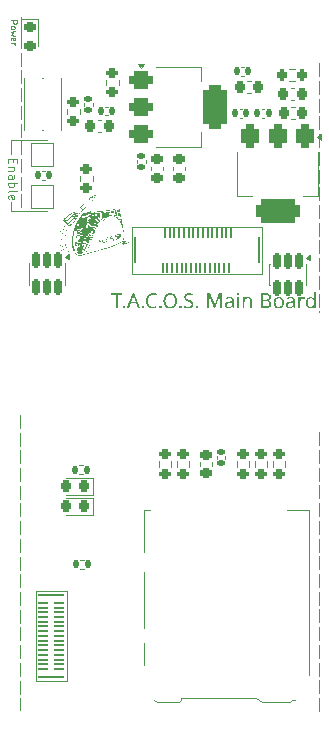
<source format=gbr>
%TF.GenerationSoftware,KiCad,Pcbnew,9.0.6-1.fc42*%
%TF.CreationDate,2025-11-23T12:28:42-08:00*%
%TF.ProjectId,MainBoard,4d61696e-426f-4617-9264-2e6b69636164,rev?*%
%TF.SameCoordinates,Original*%
%TF.FileFunction,Legend,Top*%
%TF.FilePolarity,Positive*%
%FSLAX46Y46*%
G04 Gerber Fmt 4.6, Leading zero omitted, Abs format (unit mm)*
G04 Created by KiCad (PCBNEW 9.0.6-1.fc42) date 2025-11-23 12:28:42*
%MOMM*%
%LPD*%
G01*
G04 APERTURE LIST*
G04 Aperture macros list*
%AMRoundRect*
0 Rectangle with rounded corners*
0 $1 Rounding radius*
0 $2 $3 $4 $5 $6 $7 $8 $9 X,Y pos of 4 corners*
0 Add a 4 corners polygon primitive as box body*
4,1,4,$2,$3,$4,$5,$6,$7,$8,$9,$2,$3,0*
0 Add four circle primitives for the rounded corners*
1,1,$1+$1,$2,$3*
1,1,$1+$1,$4,$5*
1,1,$1+$1,$6,$7*
1,1,$1+$1,$8,$9*
0 Add four rect primitives between the rounded corners*
20,1,$1+$1,$2,$3,$4,$5,0*
20,1,$1+$1,$4,$5,$6,$7,0*
20,1,$1+$1,$6,$7,$8,$9,0*
20,1,$1+$1,$8,$9,$2,$3,0*%
G04 Aperture macros list end*
%ADD10C,0.100000*%
%ADD11C,0.120000*%
%ADD12C,0.000000*%
%ADD13RoundRect,0.225000X0.250000X-0.225000X0.250000X0.225000X-0.250000X0.225000X-0.250000X-0.225000X0*%
%ADD14RoundRect,0.030000X0.350575X-0.070000X0.350575X0.070000X-0.350575X0.070000X-0.350575X-0.070000X0*%
%ADD15RoundRect,0.030000X1.029999X-0.070000X1.029999X0.070000X-1.029999X0.070000X-1.029999X-0.070000X0*%
%ADD16RoundRect,0.140000X-0.140000X-0.170000X0.140000X-0.170000X0.140000X0.170000X-0.140000X0.170000X0*%
%ADD17RoundRect,0.200000X-0.275000X0.200000X-0.275000X-0.200000X0.275000X-0.200000X0.275000X0.200000X0*%
%ADD18RoundRect,0.140000X-0.170000X0.140000X-0.170000X-0.140000X0.170000X-0.140000X0.170000X0.140000X0*%
%ADD19RoundRect,0.218750X-0.256250X0.218750X-0.256250X-0.218750X0.256250X-0.218750X0.256250X0.218750X0*%
%ADD20RoundRect,0.225000X0.225000X0.250000X-0.225000X0.250000X-0.225000X-0.250000X0.225000X-0.250000X0*%
%ADD21R,1.500000X1.500000*%
%ADD22RoundRect,0.140000X0.140000X0.170000X-0.140000X0.170000X-0.140000X-0.170000X0.140000X-0.170000X0*%
%ADD23RoundRect,0.030000X0.070000X0.419999X-0.070000X0.419999X-0.070000X-0.419999X0.070000X-0.419999X0*%
%ADD24RoundRect,0.030000X0.070000X1.029999X-0.070000X1.029999X-0.070000X-1.029999X0.070000X-1.029999X0*%
%ADD25RoundRect,0.225000X-0.225000X-0.250000X0.225000X-0.250000X0.225000X0.250000X-0.225000X0.250000X0*%
%ADD26RoundRect,0.200000X0.275000X-0.200000X0.275000X0.200000X-0.275000X0.200000X-0.275000X-0.200000X0*%
%ADD27RoundRect,0.200000X-0.200000X-0.275000X0.200000X-0.275000X0.200000X0.275000X-0.200000X0.275000X0*%
%ADD28RoundRect,0.150000X-0.150000X0.512500X-0.150000X-0.512500X0.150000X-0.512500X0.150000X0.512500X0*%
%ADD29R,0.700000X1.200000*%
%ADD30R,1.000000X0.800000*%
%ADD31R,1.000000X1.200000*%
%ADD32R,1.000000X2.800000*%
%ADD33R,1.300000X1.900000*%
%ADD34RoundRect,0.218750X0.218750X0.256250X-0.218750X0.256250X-0.218750X-0.256250X0.218750X-0.256250X0*%
%ADD35RoundRect,0.375000X-0.375000X0.625000X-0.375000X-0.625000X0.375000X-0.625000X0.375000X0.625000X0*%
%ADD36RoundRect,0.500000X-1.400000X0.500000X-1.400000X-0.500000X1.400000X-0.500000X1.400000X0.500000X0*%
%ADD37RoundRect,0.135000X0.135000X0.185000X-0.135000X0.185000X-0.135000X-0.185000X0.135000X-0.185000X0*%
%ADD38R,1.000000X0.900000*%
%ADD39RoundRect,0.140000X0.170000X-0.140000X0.170000X0.140000X-0.170000X0.140000X-0.170000X-0.140000X0*%
%ADD40RoundRect,0.375000X-0.625000X-0.375000X0.625000X-0.375000X0.625000X0.375000X-0.625000X0.375000X0*%
%ADD41RoundRect,0.500000X-0.500000X-1.400000X0.500000X-1.400000X0.500000X1.400000X-0.500000X1.400000X0*%
%ADD42RoundRect,0.225000X-0.250000X0.225000X-0.250000X-0.225000X0.250000X-0.225000X0.250000X0.225000X0*%
%ADD43C,0.700000*%
%ADD44O,1.700000X0.900000*%
%ADD45O,2.400000X0.900000*%
G04 APERTURE END LIST*
D10*
X63100000Y-62800000D02*
X63100000Y-61590000D01*
X89175000Y-55118000D02*
X89175000Y-56218000D01*
X89175000Y-56618000D02*
X89175000Y-57718000D01*
X89175000Y-58118000D02*
X89175000Y-59218000D01*
X89175000Y-59618000D02*
X89175000Y-60718000D01*
X89175000Y-61118000D02*
X89175000Y-62218000D01*
X89175000Y-62618000D02*
X89175000Y-63718000D01*
X89175000Y-64118000D02*
X89175000Y-65218000D01*
X89175000Y-65618000D02*
X89175000Y-66718000D01*
X89175000Y-67118000D02*
X89175000Y-68218000D01*
X89175000Y-68618000D02*
X89175000Y-69718000D01*
X89175000Y-70118000D02*
X89175000Y-71218000D01*
X89175000Y-71618000D02*
X89175000Y-72718000D01*
X89175000Y-73118000D02*
X89175000Y-74218000D01*
X89175000Y-74618000D02*
X89175000Y-75718000D01*
X89175000Y-76118000D02*
X89175000Y-76200000D01*
X63100000Y-67600000D02*
X63100000Y-66900000D01*
X63900000Y-51225000D02*
X63900000Y-52325000D01*
X63900000Y-52725000D02*
X63900000Y-53825000D01*
X63900000Y-54225000D02*
X63900000Y-55325000D01*
X63900000Y-55725000D02*
X63900000Y-56825000D01*
X63900000Y-57225000D02*
X63900000Y-58325000D01*
X63900000Y-58725000D02*
X63900000Y-59825000D01*
X63900000Y-60225000D02*
X63900000Y-61325000D01*
X63900000Y-61725000D02*
X63900000Y-62825000D01*
X63900000Y-63225000D02*
X63900000Y-64325000D01*
X63900000Y-64725000D02*
X63900000Y-65825000D01*
X63900000Y-66225000D02*
X63900000Y-67325000D01*
X89179400Y-86360000D02*
X89179400Y-87460000D01*
X89179400Y-87860000D02*
X89179400Y-88960000D01*
X89179400Y-89360000D02*
X89179400Y-90460000D01*
X89179400Y-90860000D02*
X89179400Y-91960000D01*
X89179400Y-92360000D02*
X89179400Y-93460000D01*
X89179400Y-93860000D02*
X89179400Y-94960000D01*
X89179400Y-95360000D02*
X89179400Y-96460000D01*
X89179400Y-96860000D02*
X89179400Y-97960000D01*
X89179400Y-98360000D02*
X89179400Y-99460000D01*
X89179400Y-99860000D02*
X89179400Y-100960000D01*
X89179400Y-101360000D02*
X89179400Y-102460000D01*
X89179400Y-102860000D02*
X89179400Y-103960000D01*
X89179400Y-104360000D02*
X89179400Y-105460000D01*
X89179400Y-105860000D02*
X89179400Y-106960000D01*
X89179400Y-107360000D02*
X89179400Y-108460000D01*
X89179400Y-108860000D02*
X89179400Y-109960000D01*
X63100000Y-67600000D02*
X66100000Y-67600000D01*
X63100000Y-61590000D02*
X66100000Y-61590000D01*
X63851800Y-84881000D02*
X63851800Y-85981000D01*
X63851800Y-86381000D02*
X63851800Y-87481000D01*
X63851800Y-87881000D02*
X63851800Y-88981000D01*
X63851800Y-89381000D02*
X63851800Y-90481000D01*
X63851800Y-90881000D02*
X63851800Y-91981000D01*
X63851800Y-92381000D02*
X63851800Y-93481000D01*
X63851800Y-93881000D02*
X63851800Y-94981000D01*
X63851800Y-95381000D02*
X63851800Y-96481000D01*
X63851800Y-96881000D02*
X63851800Y-97981000D01*
X63851800Y-98381000D02*
X63851800Y-99481000D01*
X63851800Y-99881000D02*
X63851800Y-100981000D01*
X63851800Y-101381000D02*
X63851800Y-102481000D01*
X63851800Y-102881000D02*
X63851800Y-103981000D01*
X63851800Y-104381000D02*
X63851800Y-105481000D01*
X63851800Y-105881000D02*
X63851800Y-106981000D01*
X63851800Y-107381000D02*
X63851800Y-108481000D01*
X63851800Y-108881000D02*
X63851800Y-109856000D01*
X63066390Y-51494836D02*
X63566390Y-51494836D01*
X63566390Y-51494836D02*
X63566390Y-51685312D01*
X63566390Y-51685312D02*
X63542580Y-51732931D01*
X63542580Y-51732931D02*
X63518771Y-51756741D01*
X63518771Y-51756741D02*
X63471152Y-51780550D01*
X63471152Y-51780550D02*
X63399723Y-51780550D01*
X63399723Y-51780550D02*
X63352104Y-51756741D01*
X63352104Y-51756741D02*
X63328295Y-51732931D01*
X63328295Y-51732931D02*
X63304485Y-51685312D01*
X63304485Y-51685312D02*
X63304485Y-51494836D01*
X63066390Y-52066265D02*
X63090200Y-52018646D01*
X63090200Y-52018646D02*
X63114009Y-51994836D01*
X63114009Y-51994836D02*
X63161628Y-51971027D01*
X63161628Y-51971027D02*
X63304485Y-51971027D01*
X63304485Y-51971027D02*
X63352104Y-51994836D01*
X63352104Y-51994836D02*
X63375914Y-52018646D01*
X63375914Y-52018646D02*
X63399723Y-52066265D01*
X63399723Y-52066265D02*
X63399723Y-52137693D01*
X63399723Y-52137693D02*
X63375914Y-52185312D01*
X63375914Y-52185312D02*
X63352104Y-52209122D01*
X63352104Y-52209122D02*
X63304485Y-52232931D01*
X63304485Y-52232931D02*
X63161628Y-52232931D01*
X63161628Y-52232931D02*
X63114009Y-52209122D01*
X63114009Y-52209122D02*
X63090200Y-52185312D01*
X63090200Y-52185312D02*
X63066390Y-52137693D01*
X63066390Y-52137693D02*
X63066390Y-52066265D01*
X63399723Y-52399598D02*
X63066390Y-52494836D01*
X63066390Y-52494836D02*
X63304485Y-52590074D01*
X63304485Y-52590074D02*
X63066390Y-52685312D01*
X63066390Y-52685312D02*
X63399723Y-52780550D01*
X63090200Y-53161503D02*
X63066390Y-53113884D01*
X63066390Y-53113884D02*
X63066390Y-53018646D01*
X63066390Y-53018646D02*
X63090200Y-52971027D01*
X63090200Y-52971027D02*
X63137819Y-52947218D01*
X63137819Y-52947218D02*
X63328295Y-52947218D01*
X63328295Y-52947218D02*
X63375914Y-52971027D01*
X63375914Y-52971027D02*
X63399723Y-53018646D01*
X63399723Y-53018646D02*
X63399723Y-53113884D01*
X63399723Y-53113884D02*
X63375914Y-53161503D01*
X63375914Y-53161503D02*
X63328295Y-53185313D01*
X63328295Y-53185313D02*
X63280676Y-53185313D01*
X63280676Y-53185313D02*
X63233057Y-52947218D01*
X63066390Y-53399598D02*
X63399723Y-53399598D01*
X63304485Y-53399598D02*
X63352104Y-53423408D01*
X63352104Y-53423408D02*
X63375914Y-53447217D01*
X63375914Y-53447217D02*
X63399723Y-53494836D01*
X63399723Y-53494836D02*
X63399723Y-53542455D01*
G36*
X72140269Y-75837500D02*
G01*
X71982732Y-75837500D01*
X71982732Y-74726271D01*
X71592478Y-74726271D01*
X71592478Y-74587968D01*
X72528768Y-74587968D01*
X72528768Y-74726271D01*
X72140269Y-74726271D01*
X72140269Y-75837500D01*
G37*
G36*
X72568076Y-75743008D02*
G01*
X72572226Y-75701057D01*
X72583117Y-75671881D01*
X72599522Y-75652028D01*
X72633792Y-75632442D01*
X72674779Y-75625771D01*
X72717485Y-75632485D01*
X72752708Y-75652028D01*
X72769639Y-75671964D01*
X72780821Y-75701152D01*
X72785070Y-75743008D01*
X72780906Y-75783684D01*
X72769785Y-75813047D01*
X72752708Y-75833989D01*
X72717355Y-75854885D01*
X72674779Y-75862000D01*
X72633923Y-75854932D01*
X72599522Y-75833989D01*
X72582972Y-75813127D01*
X72572141Y-75783772D01*
X72568076Y-75743008D01*
G37*
G36*
X74027503Y-75837500D02*
G01*
X73864776Y-75837500D01*
X73714262Y-75450756D01*
X73218983Y-75450756D01*
X73070224Y-75837500D01*
X72911008Y-75837500D01*
X73115975Y-75310775D01*
X73271495Y-75310775D01*
X73667016Y-75310775D01*
X73527034Y-74932732D01*
X73509479Y-74882052D01*
X73485894Y-74805879D01*
X73467500Y-74745505D01*
X73439488Y-74851369D01*
X73413232Y-74932732D01*
X73271495Y-75310775D01*
X73115975Y-75310775D01*
X73399265Y-74582778D01*
X73541002Y-74582778D01*
X74027503Y-75837500D01*
G37*
G36*
X74154433Y-75743008D02*
G01*
X74158583Y-75701057D01*
X74169474Y-75671881D01*
X74185879Y-75652028D01*
X74220150Y-75632442D01*
X74261137Y-75625771D01*
X74303843Y-75632485D01*
X74339065Y-75652028D01*
X74355997Y-75671964D01*
X74367178Y-75701152D01*
X74371427Y-75743008D01*
X74367264Y-75783684D01*
X74356143Y-75813047D01*
X74339065Y-75833989D01*
X74303712Y-75854885D01*
X74261137Y-75862000D01*
X74220280Y-75854932D01*
X74185879Y-75833989D01*
X74169329Y-75813127D01*
X74158499Y-75783772D01*
X74154433Y-75743008D01*
G37*
G36*
X75114689Y-74708716D02*
G01*
X75016143Y-74717766D01*
X74932250Y-74743538D01*
X74860166Y-74785182D01*
X74797937Y-74843507D01*
X74749421Y-74913445D01*
X74713459Y-74996514D01*
X74690599Y-75095240D01*
X74682455Y-75212772D01*
X74690079Y-75329770D01*
X74711466Y-75428254D01*
X74745025Y-75511218D01*
X74790075Y-75581121D01*
X74835926Y-75628679D01*
X74889716Y-75665912D01*
X74952612Y-75693324D01*
X75026309Y-75710626D01*
X75112933Y-75716752D01*
X75193940Y-75713177D01*
X75268715Y-75702784D01*
X75412207Y-75667751D01*
X75412207Y-75804221D01*
X75341185Y-75826946D01*
X75267799Y-75842690D01*
X75189888Y-75851647D01*
X75090188Y-75854978D01*
X74994336Y-75849549D01*
X74910337Y-75834083D01*
X74836580Y-75809502D01*
X74771680Y-75776286D01*
X74712055Y-75732974D01*
X74660548Y-75681674D01*
X74616600Y-75621765D01*
X74580026Y-75552270D01*
X74545549Y-75453468D01*
X74523846Y-75340494D01*
X74516218Y-75211017D01*
X74524352Y-75086562D01*
X74547713Y-74976119D01*
X74585293Y-74877625D01*
X74624323Y-74808824D01*
X74671053Y-74748737D01*
X74725783Y-74696570D01*
X74789159Y-74651853D01*
X74857681Y-74617278D01*
X74934227Y-74591877D01*
X75020011Y-74576018D01*
X75116444Y-74570490D01*
X75246615Y-74579204D01*
X75360722Y-74604109D01*
X75461209Y-74643992D01*
X75398163Y-74777028D01*
X75338460Y-74752567D01*
X75269554Y-74729782D01*
X75196658Y-74714152D01*
X75114689Y-74708716D01*
G37*
G36*
X75640651Y-75743008D02*
G01*
X75644801Y-75701057D01*
X75655692Y-75671881D01*
X75672097Y-75652028D01*
X75706367Y-75632442D01*
X75747354Y-75625771D01*
X75790060Y-75632485D01*
X75825283Y-75652028D01*
X75842214Y-75671964D01*
X75853396Y-75701152D01*
X75857645Y-75743008D01*
X75853481Y-75783684D01*
X75842360Y-75813047D01*
X75825283Y-75833989D01*
X75789930Y-75854885D01*
X75747354Y-75862000D01*
X75706498Y-75854932D01*
X75672097Y-75833989D01*
X75655547Y-75813127D01*
X75644716Y-75783772D01*
X75640651Y-75743008D01*
G37*
G36*
X76675553Y-74574186D02*
G01*
X76758380Y-74589772D01*
X76831657Y-74614650D01*
X76896670Y-74648418D01*
X76956419Y-74692061D01*
X77008260Y-74743500D01*
X77052724Y-74803321D01*
X77090003Y-74872435D01*
X77125517Y-74970733D01*
X77147817Y-75082822D01*
X77155643Y-75211017D01*
X77147818Y-75339211D01*
X77125520Y-75451327D01*
X77090003Y-75549675D01*
X77052757Y-75618763D01*
X77008305Y-75678732D01*
X76956452Y-75730465D01*
X76896670Y-75774531D01*
X76831643Y-75808585D01*
X76758105Y-75833702D01*
X76674718Y-75849459D01*
X76579917Y-75854978D01*
X76482264Y-75849412D01*
X76396985Y-75833578D01*
X76322378Y-75808448D01*
X76256982Y-75774531D01*
X76196911Y-75730336D01*
X76145290Y-75678422D01*
X76101526Y-75618206D01*
X76065404Y-75548759D01*
X76031348Y-75450012D01*
X76009945Y-75337585D01*
X76002538Y-75211017D01*
X76168673Y-75211017D01*
X76175845Y-75330463D01*
X76195863Y-75430254D01*
X76227026Y-75513516D01*
X76268431Y-75582876D01*
X76311329Y-75630377D01*
X76362425Y-75667548D01*
X76422930Y-75694965D01*
X76494660Y-75712332D01*
X76579917Y-75718507D01*
X76666033Y-75712291D01*
X76738092Y-75694850D01*
X76798509Y-75667392D01*
X76849189Y-75630253D01*
X76891403Y-75582876D01*
X76932027Y-75513628D01*
X76962652Y-75430406D01*
X76982346Y-75330576D01*
X76989405Y-75211017D01*
X76982319Y-75091339D01*
X76962586Y-74991834D01*
X76931961Y-74909267D01*
X76891403Y-74840912D01*
X76849267Y-74794159D01*
X76798777Y-74757494D01*
X76738678Y-74730384D01*
X76667098Y-74713170D01*
X76581673Y-74707037D01*
X76496292Y-74713140D01*
X76424389Y-74730308D01*
X76363690Y-74757399D01*
X76312390Y-74794094D01*
X76269271Y-74840912D01*
X76227558Y-74909433D01*
X76196137Y-74992061D01*
X76175926Y-75091509D01*
X76168673Y-75211017D01*
X76002538Y-75211017D01*
X76002435Y-75209261D01*
X76009949Y-75082123D01*
X76031352Y-74970872D01*
X76065404Y-74873275D01*
X76101447Y-74804732D01*
X76145168Y-74745075D01*
X76196809Y-74693431D01*
X76256982Y-74649258D01*
X76322354Y-74615361D01*
X76397208Y-74590203D01*
X76483059Y-74574324D01*
X76581673Y-74568734D01*
X76675553Y-74574186D01*
G37*
G36*
X77317378Y-75743008D02*
G01*
X77321528Y-75701057D01*
X77332419Y-75671881D01*
X77348824Y-75652028D01*
X77383095Y-75632442D01*
X77424081Y-75625771D01*
X77466787Y-75632485D01*
X77502010Y-75652028D01*
X77518942Y-75671964D01*
X77530123Y-75701152D01*
X77534372Y-75743008D01*
X77530209Y-75783684D01*
X77519088Y-75813047D01*
X77502010Y-75833989D01*
X77466657Y-75854885D01*
X77424081Y-75862000D01*
X77383225Y-75854932D01*
X77348824Y-75833989D01*
X77332274Y-75813127D01*
X77321444Y-75783772D01*
X77317378Y-75743008D01*
G37*
G36*
X78538821Y-75503268D02*
G01*
X78530802Y-75584068D01*
X78507924Y-75652643D01*
X78470722Y-75711499D01*
X78418073Y-75762242D01*
X78356006Y-75801047D01*
X78282542Y-75829978D01*
X78195572Y-75848412D01*
X78092544Y-75854978D01*
X77989673Y-75850897D01*
X77898294Y-75839255D01*
X77813358Y-75819529D01*
X77749535Y-75795520D01*
X77749535Y-75645006D01*
X77816793Y-75670585D01*
X77906156Y-75695762D01*
X78000934Y-75712774D01*
X78099566Y-75718507D01*
X78191668Y-75711427D01*
X78260133Y-75692542D01*
X78310378Y-75664240D01*
X78349812Y-75623728D01*
X78373173Y-75575568D01*
X78381284Y-75517236D01*
X78374362Y-75459447D01*
X78355028Y-75414043D01*
X78321650Y-75375535D01*
X78264887Y-75336115D01*
X78194184Y-75301572D01*
X78087277Y-75260018D01*
X77983888Y-75215616D01*
X77905144Y-75168192D01*
X77846698Y-75118281D01*
X77812100Y-75074050D01*
X77786838Y-75022162D01*
X77770956Y-74961129D01*
X77765334Y-74888998D01*
X77771274Y-74824130D01*
X77788326Y-74767819D01*
X77816091Y-74718409D01*
X77853594Y-74675405D01*
X77900111Y-74639008D01*
X77956912Y-74609034D01*
X78018146Y-74588109D01*
X78086878Y-74575046D01*
X78164290Y-74570490D01*
X78265124Y-74575519D01*
X78353273Y-74589800D01*
X78436461Y-74612527D01*
X78509054Y-74640481D01*
X78460053Y-74775272D01*
X78393431Y-74749779D01*
X78319155Y-74728026D01*
X78241960Y-74713598D01*
X78160779Y-74708716D01*
X78084030Y-74715151D01*
X78026590Y-74732426D01*
X77984008Y-74758633D01*
X77951057Y-74795341D01*
X77931390Y-74838673D01*
X77924550Y-74890753D01*
X77931521Y-74950090D01*
X77950806Y-74995778D01*
X77983604Y-75034021D01*
X78036520Y-75071035D01*
X78101846Y-75103465D01*
X78197568Y-75142781D01*
X78302632Y-75186129D01*
X78383879Y-75229411D01*
X78431809Y-75263369D01*
X78469945Y-75300364D01*
X78499437Y-75340542D01*
X78520593Y-75385325D01*
X78534027Y-75438933D01*
X78538821Y-75503268D01*
G37*
G36*
X78746198Y-75743008D02*
G01*
X78750349Y-75701057D01*
X78761240Y-75671881D01*
X78777645Y-75652028D01*
X78811915Y-75632442D01*
X78852902Y-75625771D01*
X78895608Y-75632485D01*
X78930831Y-75652028D01*
X78947762Y-75671964D01*
X78958944Y-75701152D01*
X78963193Y-75743008D01*
X78959029Y-75783684D01*
X78947908Y-75813047D01*
X78930831Y-75833989D01*
X78895478Y-75854885D01*
X78852902Y-75862000D01*
X78812046Y-75854932D01*
X78777645Y-75833989D01*
X78761095Y-75813127D01*
X78750264Y-75783772D01*
X78746198Y-75743008D01*
G37*
G36*
X80264397Y-75837500D02*
G01*
X79853153Y-74741994D01*
X79846207Y-74741994D01*
X79854908Y-74888158D01*
X79858419Y-75079736D01*
X79858419Y-75837500D01*
X79713171Y-75837500D01*
X79713171Y-74587968D01*
X79945889Y-74587968D01*
X80330953Y-75611728D01*
X80337899Y-75611728D01*
X80729908Y-74587968D01*
X80960947Y-74587968D01*
X80960947Y-75837500D01*
X80805166Y-75837500D01*
X80805166Y-75069279D01*
X80809516Y-74888998D01*
X80817454Y-74743750D01*
X80810432Y-74743750D01*
X80393922Y-75837500D01*
X80264397Y-75837500D01*
G37*
G36*
X81720934Y-74889366D02*
G01*
X81790140Y-74904765D01*
X81844740Y-74928245D01*
X81887467Y-74958989D01*
X81921403Y-74998995D01*
X81946980Y-75050375D01*
X81963650Y-75115798D01*
X81969746Y-75198728D01*
X81969746Y-75837500D01*
X81857776Y-75837500D01*
X81828009Y-75704463D01*
X81821063Y-75704463D01*
X81756199Y-75773220D01*
X81692378Y-75818265D01*
X81645939Y-75837419D01*
X81585032Y-75850222D01*
X81506066Y-75854978D01*
X81423237Y-75846991D01*
X81353518Y-75824312D01*
X81294262Y-75787659D01*
X81258932Y-75751106D01*
X81232941Y-75705272D01*
X81216314Y-75648110D01*
X81210451Y-75578526D01*
X81369519Y-75578526D01*
X81375465Y-75628688D01*
X81391724Y-75666126D01*
X81417605Y-75694007D01*
X81451468Y-75713860D01*
X81492057Y-75726299D01*
X81541024Y-75730720D01*
X81617980Y-75722993D01*
X81683083Y-75700969D01*
X81738784Y-75665156D01*
X81771924Y-75629746D01*
X81796324Y-75585632D01*
X81811922Y-75530911D01*
X81817552Y-75462968D01*
X81817552Y-75379010D01*
X81679250Y-75384276D01*
X81562222Y-75395560D01*
X81485126Y-75415311D01*
X81436915Y-75440223D01*
X81399587Y-75477210D01*
X81377322Y-75522420D01*
X81369519Y-75578526D01*
X81210451Y-75578526D01*
X81210303Y-75576770D01*
X81217527Y-75509251D01*
X81238190Y-75452052D01*
X81272045Y-75402944D01*
X81320518Y-75360615D01*
X81376076Y-75329910D01*
X81448533Y-75304852D01*
X81541712Y-75286746D01*
X81660016Y-75277496D01*
X81819308Y-75272230D01*
X81819308Y-75216283D01*
X81812423Y-75139612D01*
X81794650Y-75087642D01*
X81768551Y-75053480D01*
X81732129Y-75029199D01*
X81685285Y-75013655D01*
X81625058Y-75007990D01*
X81552888Y-75013530D01*
X81485000Y-75029895D01*
X81360742Y-75079736D01*
X81313496Y-74964255D01*
X81378331Y-74934235D01*
X81458744Y-74907392D01*
X81544081Y-74889705D01*
X81633760Y-74883731D01*
X81720934Y-74889366D01*
G37*
G36*
X82337942Y-74547745D02*
G01*
X82370821Y-74553617D01*
X82399995Y-74571406D01*
X82419734Y-74600086D01*
X82427167Y-74645747D01*
X82419837Y-74690039D01*
X82399995Y-74719249D01*
X82370760Y-74737693D01*
X82337942Y-74743750D01*
X82302176Y-74737513D01*
X82273142Y-74719249D01*
X82254002Y-74690127D01*
X82246885Y-74645747D01*
X82254103Y-74599993D01*
X82273142Y-74571406D01*
X82302111Y-74553792D01*
X82337942Y-74547745D01*
G37*
G36*
X82413200Y-74899531D02*
G01*
X82413200Y-75837500D01*
X82259174Y-75837500D01*
X82259174Y-74899531D01*
X82413200Y-74899531D01*
G37*
G36*
X83161270Y-74881976D02*
G01*
X83245883Y-74887897D01*
X83314534Y-74904269D01*
X83370129Y-74929625D01*
X83414977Y-74963415D01*
X83450063Y-75006420D01*
X83476768Y-75062401D01*
X83494315Y-75134506D01*
X83500767Y-75226740D01*
X83500767Y-75837500D01*
X83348573Y-75837500D01*
X83348573Y-75237273D01*
X83341697Y-75162964D01*
X83323182Y-75107571D01*
X83294810Y-75066614D01*
X83256329Y-75037189D01*
X83205512Y-75018393D01*
X83138524Y-75011501D01*
X83060535Y-75018052D01*
X83001232Y-75035766D01*
X82956462Y-75062829D01*
X82923285Y-75099047D01*
X82892247Y-75160376D01*
X82871550Y-75242442D01*
X82863828Y-75350998D01*
X82863828Y-75837500D01*
X82709802Y-75837500D01*
X82709802Y-74899531D01*
X82834060Y-74899531D01*
X82856806Y-75027224D01*
X82865507Y-75027224D01*
X82899767Y-74982396D01*
X82941477Y-74946148D01*
X82991521Y-74917849D01*
X83074095Y-74890970D01*
X83161270Y-74881976D01*
G37*
G36*
X84744145Y-74593291D02*
G01*
X84841014Y-74607771D01*
X84917507Y-74629511D01*
X84977215Y-74657120D01*
X85028511Y-74696876D01*
X85065343Y-74748316D01*
X85088671Y-74813923D01*
X85097123Y-74897775D01*
X85089902Y-74969011D01*
X85069320Y-75029204D01*
X85035833Y-75080652D01*
X84990667Y-75122131D01*
X84932733Y-75153454D01*
X84859139Y-75174228D01*
X84859139Y-75183005D01*
X84935005Y-75200764D01*
X85001716Y-75228495D01*
X85058859Y-75268824D01*
X85102313Y-75323063D01*
X85121896Y-75365441D01*
X85134532Y-75417764D01*
X85139102Y-75482279D01*
X85131251Y-75565259D01*
X85108978Y-75635061D01*
X85073059Y-75694311D01*
X85022705Y-75744764D01*
X84962747Y-75783538D01*
X84891354Y-75812458D01*
X84806357Y-75830913D01*
X84705113Y-75837500D01*
X84265858Y-75837500D01*
X84265858Y-75704463D01*
X84423394Y-75704463D01*
X84675346Y-75704463D01*
X84761211Y-75699292D01*
X84825374Y-75685561D01*
X84872479Y-75665338D01*
X84906308Y-75639739D01*
X84941794Y-75593037D01*
X84963479Y-75537320D01*
X84971109Y-75469990D01*
X84963310Y-75407669D01*
X84940939Y-75355693D01*
X84903713Y-75311614D01*
X84869054Y-75288018D01*
X84820275Y-75269103D01*
X84753276Y-75256143D01*
X84663134Y-75251240D01*
X84423394Y-75251240D01*
X84423394Y-75704463D01*
X84265858Y-75704463D01*
X84265858Y-75120036D01*
X84423394Y-75120036D01*
X84654357Y-75120036D01*
X84761506Y-75112672D01*
X84831407Y-75094188D01*
X84874862Y-75068440D01*
X84906934Y-75030155D01*
X84927081Y-74980298D01*
X84934396Y-74915254D01*
X84929331Y-74864816D01*
X84915262Y-74824724D01*
X84892925Y-74792719D01*
X84861734Y-74767411D01*
X84810873Y-74744806D01*
X84736172Y-74728918D01*
X84629856Y-74722760D01*
X84423394Y-74722760D01*
X84423394Y-75120036D01*
X84265858Y-75120036D01*
X84265858Y-74587968D01*
X84622834Y-74587968D01*
X84744145Y-74593291D01*
G37*
G36*
X85848671Y-74888605D02*
G01*
X85923092Y-74907751D01*
X85989907Y-74938915D01*
X86049517Y-74982027D01*
X86100085Y-75036400D01*
X86142177Y-75103397D01*
X86171782Y-75177128D01*
X86190595Y-75264063D01*
X86197284Y-75366721D01*
X86188897Y-75483318D01*
X86165454Y-75580086D01*
X86128692Y-75660496D01*
X86079132Y-75727285D01*
X86016116Y-75782305D01*
X85943299Y-75821824D01*
X85858753Y-75846359D01*
X85759784Y-75854978D01*
X85678508Y-75848419D01*
X85605176Y-75829357D01*
X85538363Y-75798115D01*
X85478851Y-75754950D01*
X85427982Y-75700033D01*
X85385253Y-75631878D01*
X85355128Y-75556966D01*
X85336061Y-75469376D01*
X85329306Y-75366721D01*
X85488522Y-75366721D01*
X85496780Y-75476004D01*
X85519387Y-75562295D01*
X85554163Y-75630198D01*
X85590778Y-75671752D01*
X85636407Y-75701661D01*
X85692939Y-75720514D01*
X85763295Y-75727285D01*
X85832687Y-75720560D01*
X85888830Y-75701774D01*
X85934508Y-75671867D01*
X85971512Y-75630198D01*
X86006800Y-75562226D01*
X86029707Y-75475935D01*
X86038069Y-75366721D01*
X86029651Y-75257554D01*
X86006701Y-75172288D01*
X85971512Y-75105992D01*
X85934680Y-75065669D01*
X85888840Y-75036529D01*
X85832086Y-75018117D01*
X85761540Y-75011501D01*
X85690975Y-75018144D01*
X85634558Y-75036588D01*
X85589304Y-75065719D01*
X85553247Y-75105992D01*
X85519079Y-75172149D01*
X85496732Y-75257413D01*
X85488522Y-75366721D01*
X85329306Y-75366721D01*
X85337665Y-75250052D01*
X85360980Y-75153628D01*
X85397460Y-75073879D01*
X85446543Y-75007990D01*
X85509052Y-74953794D01*
X85581538Y-74914782D01*
X85665963Y-74890514D01*
X85765051Y-74881976D01*
X85848671Y-74888605D01*
G37*
G36*
X86881786Y-74889366D02*
G01*
X86950992Y-74904765D01*
X87005592Y-74928245D01*
X87048318Y-74958989D01*
X87082254Y-74998995D01*
X87107831Y-75050375D01*
X87124502Y-75115798D01*
X87130597Y-75198728D01*
X87130597Y-75837500D01*
X87018627Y-75837500D01*
X86988860Y-75704463D01*
X86981915Y-75704463D01*
X86917051Y-75773220D01*
X86853229Y-75818265D01*
X86806790Y-75837419D01*
X86745883Y-75850222D01*
X86666918Y-75854978D01*
X86584088Y-75846991D01*
X86514369Y-75824312D01*
X86455113Y-75787659D01*
X86419784Y-75751106D01*
X86393793Y-75705272D01*
X86377166Y-75648110D01*
X86371303Y-75578526D01*
X86530371Y-75578526D01*
X86536317Y-75628688D01*
X86552576Y-75666126D01*
X86578456Y-75694007D01*
X86612319Y-75713860D01*
X86652908Y-75726299D01*
X86701875Y-75730720D01*
X86778831Y-75722993D01*
X86843934Y-75700969D01*
X86899635Y-75665156D01*
X86932775Y-75629746D01*
X86957175Y-75585632D01*
X86972774Y-75530911D01*
X86978404Y-75462968D01*
X86978404Y-75379010D01*
X86840101Y-75384276D01*
X86723073Y-75395560D01*
X86645978Y-75415311D01*
X86597766Y-75440223D01*
X86560439Y-75477210D01*
X86538174Y-75522420D01*
X86530371Y-75578526D01*
X86371303Y-75578526D01*
X86371155Y-75576770D01*
X86378378Y-75509251D01*
X86399041Y-75452052D01*
X86432897Y-75402944D01*
X86481369Y-75360615D01*
X86536927Y-75329910D01*
X86609384Y-75304852D01*
X86702564Y-75286746D01*
X86820867Y-75277496D01*
X86980159Y-75272230D01*
X86980159Y-75216283D01*
X86973274Y-75139612D01*
X86955502Y-75087642D01*
X86929402Y-75053480D01*
X86892980Y-75029199D01*
X86846137Y-75013655D01*
X86785910Y-75007990D01*
X86713740Y-75013530D01*
X86645852Y-75029895D01*
X86521593Y-75079736D01*
X86474347Y-74964255D01*
X86539182Y-74934235D01*
X86619596Y-74907392D01*
X86704932Y-74889705D01*
X86794611Y-74883731D01*
X86881786Y-74889366D01*
G37*
G36*
X87857525Y-74881976D02*
G01*
X87914388Y-74884647D01*
X87967740Y-74892509D01*
X87948506Y-75034246D01*
X87898589Y-75025545D01*
X87846992Y-75022034D01*
X87800267Y-75026383D01*
X87755579Y-75039386D01*
X87712201Y-75061418D01*
X87673415Y-75090789D01*
X87639978Y-75127254D01*
X87611603Y-75171632D01*
X87591166Y-75220164D01*
X87578475Y-75274907D01*
X87574051Y-75337031D01*
X87574051Y-75837500D01*
X87420025Y-75837500D01*
X87420025Y-74899531D01*
X87546039Y-74899531D01*
X87563518Y-75071035D01*
X87570540Y-75071035D01*
X87622470Y-74999411D01*
X87687776Y-74937999D01*
X87738076Y-74907083D01*
X87794130Y-74888407D01*
X87857525Y-74881976D01*
G37*
G36*
X88886322Y-75837500D02*
G01*
X88762063Y-75837500D01*
X88739318Y-75711485D01*
X88732296Y-75711485D01*
X88684097Y-75765919D01*
X88620326Y-75812999D01*
X88571895Y-75835398D01*
X88512605Y-75849791D01*
X88440044Y-75854978D01*
X88354677Y-75846941D01*
X88280956Y-75823895D01*
X88216585Y-75786357D01*
X88160005Y-75733391D01*
X88116957Y-75670488D01*
X88084200Y-75591474D01*
X88062832Y-75492822D01*
X88055280Y-75373743D01*
X88214272Y-75373743D01*
X88222249Y-75484477D01*
X88243794Y-75569624D01*
X88276402Y-75634549D01*
X88311118Y-75674816D01*
X88352962Y-75703334D01*
X88403339Y-75721017D01*
X88464545Y-75727285D01*
X88539177Y-75721221D01*
X88596615Y-75704761D01*
X88640554Y-75679567D01*
X88673678Y-75645922D01*
X88704987Y-75588270D01*
X88726087Y-75508528D01*
X88734052Y-75400000D01*
X88734052Y-75371988D01*
X88726494Y-75256049D01*
X88706309Y-75168544D01*
X88676273Y-75103397D01*
X88643497Y-75064341D01*
X88599129Y-75035465D01*
X88540308Y-75016680D01*
X88462790Y-75009745D01*
X88402966Y-75016292D01*
X88353280Y-75034893D01*
X88311510Y-75065234D01*
X88276402Y-75108664D01*
X88243516Y-75177366D01*
X88222094Y-75264263D01*
X88214272Y-75373743D01*
X88055280Y-75373743D01*
X88055057Y-75370232D01*
X88062864Y-75247778D01*
X88084364Y-75148814D01*
X88117402Y-75069162D01*
X88160921Y-75005395D01*
X88218016Y-74951518D01*
X88282717Y-74913430D01*
X88356553Y-74890098D01*
X88441800Y-74881976D01*
X88513272Y-74886962D01*
X88571694Y-74900789D01*
X88619410Y-74922276D01*
X88682891Y-74967483D01*
X88732296Y-75020278D01*
X88742829Y-75020278D01*
X88736647Y-74952882D01*
X88732296Y-74881976D01*
X88732296Y-74507521D01*
X88886322Y-74507521D01*
X88886322Y-75837500D01*
G37*
X63269842Y-63214360D02*
X63269842Y-63464360D01*
X62876985Y-63571503D02*
X62876985Y-63214360D01*
X62876985Y-63214360D02*
X63626985Y-63214360D01*
X63626985Y-63214360D02*
X63626985Y-63571503D01*
X63376985Y-63892931D02*
X62876985Y-63892931D01*
X63305557Y-63892931D02*
X63341271Y-63928645D01*
X63341271Y-63928645D02*
X63376985Y-64000074D01*
X63376985Y-64000074D02*
X63376985Y-64107217D01*
X63376985Y-64107217D02*
X63341271Y-64178645D01*
X63341271Y-64178645D02*
X63269842Y-64214360D01*
X63269842Y-64214360D02*
X62876985Y-64214360D01*
X62876985Y-64892931D02*
X63269842Y-64892931D01*
X63269842Y-64892931D02*
X63341271Y-64857216D01*
X63341271Y-64857216D02*
X63376985Y-64785788D01*
X63376985Y-64785788D02*
X63376985Y-64642931D01*
X63376985Y-64642931D02*
X63341271Y-64571502D01*
X62912700Y-64892931D02*
X62876985Y-64821502D01*
X62876985Y-64821502D02*
X62876985Y-64642931D01*
X62876985Y-64642931D02*
X62912700Y-64571502D01*
X62912700Y-64571502D02*
X62984128Y-64535788D01*
X62984128Y-64535788D02*
X63055557Y-64535788D01*
X63055557Y-64535788D02*
X63126985Y-64571502D01*
X63126985Y-64571502D02*
X63162700Y-64642931D01*
X63162700Y-64642931D02*
X63162700Y-64821502D01*
X63162700Y-64821502D02*
X63198414Y-64892931D01*
X62876985Y-65250073D02*
X63626985Y-65250073D01*
X63341271Y-65250073D02*
X63376985Y-65321502D01*
X63376985Y-65321502D02*
X63376985Y-65464359D01*
X63376985Y-65464359D02*
X63341271Y-65535787D01*
X63341271Y-65535787D02*
X63305557Y-65571502D01*
X63305557Y-65571502D02*
X63234128Y-65607216D01*
X63234128Y-65607216D02*
X63019842Y-65607216D01*
X63019842Y-65607216D02*
X62948414Y-65571502D01*
X62948414Y-65571502D02*
X62912700Y-65535787D01*
X62912700Y-65535787D02*
X62876985Y-65464359D01*
X62876985Y-65464359D02*
X62876985Y-65321502D01*
X62876985Y-65321502D02*
X62912700Y-65250073D01*
X62876985Y-66035787D02*
X62912700Y-65964358D01*
X62912700Y-65964358D02*
X62984128Y-65928644D01*
X62984128Y-65928644D02*
X63626985Y-65928644D01*
X62912700Y-66607215D02*
X62876985Y-66535787D01*
X62876985Y-66535787D02*
X62876985Y-66392930D01*
X62876985Y-66392930D02*
X62912700Y-66321501D01*
X62912700Y-66321501D02*
X62984128Y-66285787D01*
X62984128Y-66285787D02*
X63269842Y-66285787D01*
X63269842Y-66285787D02*
X63341271Y-66321501D01*
X63341271Y-66321501D02*
X63376985Y-66392930D01*
X63376985Y-66392930D02*
X63376985Y-66535787D01*
X63376985Y-66535787D02*
X63341271Y-66607215D01*
X63341271Y-66607215D02*
X63269842Y-66642930D01*
X63269842Y-66642930D02*
X63198414Y-66642930D01*
X63198414Y-66642930D02*
X63126985Y-66285787D01*
D11*
%TO.C,C13*%
X79090000Y-89195580D02*
X79090000Y-88914420D01*
X80110000Y-89195580D02*
X80110000Y-88914420D01*
%TO.C,C8*%
X76790000Y-64165581D02*
X76790000Y-63884419D01*
X77810000Y-64165581D02*
X77810000Y-63884419D01*
%TO.C,J1*%
D10*
X65200000Y-107400000D02*
X67800000Y-107400000D01*
X67800000Y-99800000D01*
X65200000Y-99800000D01*
X65200000Y-107400000D01*
D11*
%TO.C,C16*%
X65726364Y-64257600D02*
X65942036Y-64257600D01*
X65726364Y-64977600D02*
X65942036Y-64977600D01*
%TO.C,R7*%
X77157500Y-88817742D02*
X77157500Y-89292258D01*
X78202500Y-88817742D02*
X78202500Y-89292258D01*
%TO.C,R11*%
X85236500Y-88817742D02*
X85236500Y-89292258D01*
X86281500Y-88817742D02*
X86281500Y-89292258D01*
%TO.C,C14*%
X69286800Y-58517964D02*
X69286800Y-58733636D01*
X70006800Y-58517964D02*
X70006800Y-58733636D01*
%TO.C,D1*%
X63945000Y-51342501D02*
X63945000Y-53627501D01*
X65415000Y-51342501D02*
X63945000Y-51342501D01*
X65415000Y-53627501D02*
X65415000Y-51342501D01*
%TO.C,R6*%
X82187500Y-88817742D02*
X82187500Y-89292258D01*
X83232500Y-88817742D02*
X83232500Y-89292258D01*
%TO.C,C3*%
X70739580Y-59942000D02*
X70458420Y-59942000D01*
X70739580Y-60962000D02*
X70458420Y-60962000D01*
%TO.C,J5*%
X64785200Y-61889600D02*
X66685200Y-61889600D01*
X64785200Y-63789600D02*
X64785200Y-61889600D01*
X66685200Y-61889600D02*
X66685200Y-63789600D01*
X66685200Y-63789600D02*
X64785200Y-63789600D01*
%TO.C,C11*%
X84534836Y-58999800D02*
X84319164Y-58999800D01*
X84534836Y-59719800D02*
X84319164Y-59719800D01*
%TO.C,J7*%
D10*
X84333800Y-72965400D02*
X73333800Y-72965400D01*
X73333800Y-68965400D01*
X84333800Y-68965400D01*
X84333800Y-72965400D01*
D11*
%TO.C,C6*%
X83110820Y-56589200D02*
X83391980Y-56589200D01*
X83110820Y-57609200D02*
X83391980Y-57609200D01*
%TO.C,R10*%
X67854300Y-59436658D02*
X67854300Y-58962142D01*
X68899300Y-59436658D02*
X68899300Y-58962142D01*
%TO.C,R12*%
X68952500Y-65112258D02*
X68952500Y-64637742D01*
X69997500Y-65112258D02*
X69997500Y-64637742D01*
%TO.C,R1*%
X86668342Y-55586100D02*
X87142858Y-55586100D01*
X86668342Y-56631100D02*
X87142858Y-56631100D01*
%TO.C,C1*%
X87071580Y-57224200D02*
X86790420Y-57224200D01*
X87071580Y-58244200D02*
X86790420Y-58244200D01*
%TO.C,U5*%
X84970000Y-72107500D02*
X85020000Y-72107500D01*
X84970000Y-73927500D02*
X84970000Y-72107500D01*
X85020000Y-73927500D02*
X84970000Y-73927500D01*
X88040000Y-72107500D02*
X88090000Y-72107500D01*
X88090000Y-72107500D02*
X88090000Y-73927500D01*
X88090000Y-73927500D02*
X88040000Y-73927500D01*
X88370000Y-71807500D02*
X88040000Y-71567500D01*
X88370000Y-71327500D01*
X88370000Y-71807500D01*
G36*
X88370000Y-71807500D02*
G01*
X88040000Y-71567500D01*
X88370000Y-71327500D01*
X88370000Y-71807500D01*
G37*
%TO.C,J6*%
X74395000Y-92915000D02*
X74395000Y-96525000D01*
X74395000Y-98225000D02*
X74395000Y-102925000D01*
X74395000Y-104225000D02*
X74395000Y-106025000D01*
X74845000Y-92915000D02*
X74395000Y-92915000D01*
X75425000Y-109185000D02*
X75225000Y-108985000D01*
X75425000Y-109185000D02*
X77285000Y-109185000D01*
X77285000Y-109185000D02*
X77495000Y-108985000D01*
X77495000Y-108835000D02*
X77495000Y-108985000D01*
X77495000Y-108835000D02*
X83865000Y-108835000D01*
X84375000Y-109185000D02*
X83865000Y-108835000D01*
X86445000Y-92915000D02*
X88365000Y-92915000D01*
X86685000Y-109185000D02*
X84375000Y-109185000D01*
X86685000Y-109185000D02*
X86885000Y-108985000D01*
X86885000Y-108985000D02*
X87145000Y-108985000D01*
X88365000Y-92915000D02*
X88365000Y-106925000D01*
%TO.C,D6*%
X67729100Y-91667000D02*
X70014100Y-91667000D01*
X70014100Y-90197000D02*
X67729100Y-90197000D01*
X70014100Y-91667000D02*
X70014100Y-90197000D01*
%TO.C,U3*%
X82252800Y-62615600D02*
X82252800Y-66375600D01*
X82252800Y-66375600D02*
X83512800Y-66375600D01*
X89072800Y-62615600D02*
X89072800Y-66375600D01*
X89072800Y-66375600D02*
X87812800Y-66375600D01*
X89302800Y-61575600D02*
X88972800Y-61335600D01*
X89302800Y-61095600D01*
X89302800Y-61575600D01*
G36*
X89302800Y-61575600D02*
G01*
X88972800Y-61335600D01*
X89302800Y-61095600D01*
X89302800Y-61575600D01*
G37*
%TO.C,C7*%
X82569164Y-55443800D02*
X82784836Y-55443800D01*
X82569164Y-56163800D02*
X82784836Y-56163800D01*
%TO.C,C10*%
X86816620Y-58824400D02*
X87097780Y-58824400D01*
X86816620Y-59844400D02*
X87097780Y-59844400D01*
D12*
%TO.C,G\u002A\u002A\u002A*%
G36*
X69016873Y-69183857D02*
G01*
X69017133Y-69188749D01*
X69012681Y-69197638D01*
X69006518Y-69199625D01*
X69002371Y-69194158D01*
X69002077Y-69190968D01*
X69005465Y-69181802D01*
X69010467Y-69179858D01*
X69016873Y-69183857D01*
G37*
G36*
X69054012Y-69133916D02*
G01*
X69054495Y-69140651D01*
X69048268Y-69149832D01*
X69042860Y-69152285D01*
X69035467Y-69151143D01*
X69034984Y-69144407D01*
X69041210Y-69135226D01*
X69046618Y-69132774D01*
X69054012Y-69133916D01*
G37*
G36*
X71107116Y-70256191D02*
G01*
X71108520Y-70262414D01*
X71104679Y-70271198D01*
X71096305Y-70272980D01*
X71091112Y-70269891D01*
X71089696Y-70262491D01*
X71094385Y-70254706D01*
X71101092Y-70251749D01*
X71107116Y-70256191D01*
G37*
G36*
X71456457Y-70192258D02*
G01*
X71458981Y-70199985D01*
X71455339Y-70206193D01*
X71446355Y-70213659D01*
X71440594Y-70211666D01*
X71439152Y-70204067D01*
X71442230Y-70193182D01*
X71449426Y-70189014D01*
X71456457Y-70192258D01*
G37*
G36*
X71875648Y-67636339D02*
G01*
X71876441Y-67638690D01*
X71871962Y-67642981D01*
X71865460Y-67644023D01*
X71858087Y-67641971D01*
X71857776Y-67638690D01*
X71865492Y-67633783D01*
X71868756Y-67633357D01*
X71875648Y-67636339D01*
G37*
G36*
X68969349Y-69136314D02*
G01*
X68969118Y-69143444D01*
X68964760Y-69153966D01*
X68957824Y-69157299D01*
X68951458Y-69152253D01*
X68950642Y-69150434D01*
X68951236Y-69140383D01*
X68954638Y-69136739D01*
X68965073Y-69132254D01*
X68969349Y-69136314D01*
G37*
G36*
X69049212Y-69182462D02*
G01*
X69050674Y-69183659D01*
X69053660Y-69192069D01*
X69049770Y-69199503D01*
X69044740Y-69201191D01*
X69037899Y-69197305D01*
X69036454Y-69195392D01*
X69035830Y-69187260D01*
X69041473Y-69181802D01*
X69049212Y-69182462D01*
G37*
G36*
X69728305Y-69644306D02*
G01*
X69729431Y-69646913D01*
X69732538Y-69661273D01*
X69729034Y-69669314D01*
X69724669Y-69670475D01*
X69718318Y-69665704D01*
X69716670Y-69654477D01*
X69718531Y-69642394D01*
X69722977Y-69638667D01*
X69728305Y-69644306D01*
G37*
G36*
X70463924Y-70372938D02*
G01*
X70467585Y-70382662D01*
X70466795Y-70387375D01*
X70459590Y-70394614D01*
X70449791Y-70394598D01*
X70444273Y-70389888D01*
X70444117Y-70381826D01*
X70450111Y-70374413D01*
X70458433Y-70370944D01*
X70463924Y-70372938D01*
G37*
G36*
X68924989Y-69133184D02*
G01*
X68926886Y-69140114D01*
X68926512Y-69143435D01*
X68920648Y-69154441D01*
X68912326Y-69157621D01*
X68903182Y-69157206D01*
X68901286Y-69150276D01*
X68901661Y-69146955D01*
X68907524Y-69135950D01*
X68915846Y-69132770D01*
X68924989Y-69133184D01*
G37*
G36*
X68925786Y-69179150D02*
G01*
X68927418Y-69187858D01*
X68924860Y-69198374D01*
X68917066Y-69201191D01*
X68906781Y-69198628D01*
X68903277Y-69195623D01*
X68903395Y-69187374D01*
X68909795Y-69178936D01*
X68919074Y-69174573D01*
X68920072Y-69174526D01*
X68925786Y-69179150D01*
G37*
G36*
X68967805Y-69183751D02*
G01*
X68970042Y-69192933D01*
X68965309Y-69203663D01*
X68963680Y-69205457D01*
X68953933Y-69211484D01*
X68946952Y-69207232D01*
X68945345Y-69203857D01*
X68944489Y-69190844D01*
X68951303Y-69181898D01*
X68959248Y-69179858D01*
X68967805Y-69183751D01*
G37*
G36*
X69015802Y-69137680D02*
G01*
X69015777Y-69145859D01*
X69012931Y-69150302D01*
X69002259Y-69157775D01*
X68991807Y-69156695D01*
X68989633Y-69154972D01*
X68986450Y-69146954D01*
X68993606Y-69139060D01*
X68997318Y-69136890D01*
X69008822Y-69133979D01*
X69015802Y-69137680D01*
G37*
G36*
X69399888Y-68314223D02*
G01*
X69406712Y-68320889D01*
X69405101Y-68329946D01*
X69397053Y-68337096D01*
X69386050Y-68341952D01*
X69380274Y-68340263D01*
X69377005Y-68333847D01*
X69378064Y-68324288D01*
X69385774Y-68316377D01*
X69396252Y-68313444D01*
X69399888Y-68314223D01*
G37*
G36*
X69754914Y-69645359D02*
G01*
X69758256Y-69658121D01*
X69758337Y-69658886D01*
X69757725Y-69671720D01*
X69753124Y-69675950D01*
X69746889Y-69672253D01*
X69744313Y-69664819D01*
X69743334Y-69653142D01*
X69745328Y-69642057D01*
X69749896Y-69639733D01*
X69754914Y-69645359D01*
G37*
G36*
X70778951Y-70314557D02*
G01*
X70781841Y-70324082D01*
X70777832Y-70334474D01*
X70768230Y-70341887D01*
X70760483Y-70338847D01*
X70759193Y-70337025D01*
X70757751Y-70327168D01*
X70761655Y-70316662D01*
X70768750Y-70310628D01*
X70770415Y-70310408D01*
X70778951Y-70314557D01*
G37*
G36*
X69767685Y-69486625D02*
G01*
X69776488Y-69493449D01*
X69783107Y-69503174D01*
X69784368Y-69512344D01*
X69784237Y-69512712D01*
X69776887Y-69519431D01*
X69765679Y-69521087D01*
X69757555Y-69517601D01*
X69754282Y-69508660D01*
X69754786Y-69496508D01*
X69758614Y-69487222D01*
X69759870Y-69486161D01*
X69767685Y-69486625D01*
G37*
G36*
X69076456Y-69237500D02*
G01*
X69079839Y-69248068D01*
X69077799Y-69261331D01*
X69074389Y-69268110D01*
X69064384Y-69278974D01*
X69055951Y-69280530D01*
X69050839Y-69272968D01*
X69050073Y-69265498D01*
X69051766Y-69253386D01*
X69055710Y-69246405D01*
X69060203Y-69246662D01*
X69062224Y-69250453D01*
X69063265Y-69251453D01*
X69062525Y-69245185D01*
X69063589Y-69235283D01*
X69068276Y-69233186D01*
X69076456Y-69237500D01*
G37*
G36*
X68836540Y-70740076D02*
G01*
X68838850Y-70741885D01*
X68846422Y-70753625D01*
X68845574Y-70766206D01*
X68837608Y-70776071D01*
X68825029Y-70779693D01*
X68817111Y-70775609D01*
X68815429Y-70767380D01*
X68818001Y-70755695D01*
X68831429Y-70755695D01*
X68834094Y-70758362D01*
X68836762Y-70755695D01*
X68834094Y-70753029D01*
X68831429Y-70755695D01*
X68818001Y-70755695D01*
X68818603Y-70752962D01*
X68822851Y-70744917D01*
X68829702Y-70738119D01*
X68836540Y-70740076D01*
G37*
G36*
X69355619Y-70802862D02*
G01*
X69356173Y-70804221D01*
X69356303Y-70816317D01*
X69350788Y-70829869D01*
X69342031Y-70840139D01*
X69336653Y-70842683D01*
X69327287Y-70840418D01*
X69324283Y-70836498D01*
X69324294Y-70826011D01*
X69327802Y-70816225D01*
X69332850Y-70807859D01*
X69335911Y-70808548D01*
X69338505Y-70814474D01*
X69341446Y-70820504D01*
X69342696Y-70817163D01*
X69343000Y-70810357D01*
X69345304Y-70798883D01*
X69350150Y-70796088D01*
X69355619Y-70802862D01*
G37*
G36*
X69357682Y-70744950D02*
G01*
X69359374Y-70755629D01*
X69356269Y-70768873D01*
X69348716Y-70779173D01*
X69339354Y-70784135D01*
X69330933Y-70781471D01*
X69327028Y-70771163D01*
X69328402Y-70757498D01*
X69329274Y-70755695D01*
X69343375Y-70755695D01*
X69346041Y-70758362D01*
X69348707Y-70755695D01*
X69346041Y-70753029D01*
X69343375Y-70755695D01*
X69329274Y-70755695D01*
X69334080Y-70745760D01*
X69338152Y-70742304D01*
X69350553Y-70739005D01*
X69357682Y-70744950D01*
G37*
G36*
X69881508Y-69400202D02*
G01*
X69884896Y-69404229D01*
X69884041Y-69411596D01*
X69877219Y-69421871D01*
X69876283Y-69422894D01*
X69862603Y-69433942D01*
X69851809Y-69434818D01*
X69848212Y-69432278D01*
X69845137Y-69424542D01*
X69844956Y-69413974D01*
X69847350Y-69405647D01*
X69849989Y-69403835D01*
X69854721Y-69408155D01*
X69855322Y-69411836D01*
X69858071Y-69418973D01*
X69863904Y-69418487D01*
X69869198Y-69411044D01*
X69869776Y-69409168D01*
X69874837Y-69399803D01*
X69881508Y-69400202D01*
G37*
G36*
X70012120Y-69410133D02*
G01*
X70013651Y-69412528D01*
X70012333Y-69416004D01*
X70005011Y-69419065D01*
X69990571Y-69421919D01*
X69967904Y-69424772D01*
X69935902Y-69427833D01*
X69928648Y-69428459D01*
X69905132Y-69429775D01*
X69891236Y-69428949D01*
X69887319Y-69426503D01*
X69892259Y-69423662D01*
X69905602Y-69420302D01*
X69925134Y-69416903D01*
X69941980Y-69414677D01*
X69965610Y-69411923D01*
X69985675Y-69409580D01*
X69999547Y-69407951D01*
X70004086Y-69407410D01*
X70012120Y-69410133D01*
G37*
G36*
X68855903Y-67795748D02*
G01*
X68858092Y-67804085D01*
X68853856Y-67814231D01*
X68843384Y-67824040D01*
X68830039Y-67831592D01*
X68817176Y-67834978D01*
X68808319Y-67832449D01*
X68804773Y-67822240D01*
X68808765Y-67809509D01*
X68815462Y-67801309D01*
X68825480Y-67794740D01*
X68829889Y-67796852D01*
X68827427Y-67806701D01*
X68826124Y-67809286D01*
X68822473Y-67817286D01*
X68825444Y-67817707D01*
X68830398Y-67815224D01*
X68840296Y-67807150D01*
X68843965Y-67801487D01*
X68849956Y-67793981D01*
X68855903Y-67795748D01*
G37*
G36*
X69307289Y-69143600D02*
G01*
X69300304Y-69155048D01*
X69289349Y-69170459D01*
X69276000Y-69187846D01*
X69261837Y-69205220D01*
X69248436Y-69220598D01*
X69237376Y-69231989D01*
X69230237Y-69237413D01*
X69229697Y-69237573D01*
X69222062Y-69237425D01*
X69220720Y-69235901D01*
X69224053Y-69230138D01*
X69233130Y-69218128D01*
X69246572Y-69201563D01*
X69262999Y-69182130D01*
X69281032Y-69161522D01*
X69285635Y-69156376D01*
X69296934Y-69145027D01*
X69305533Y-69138599D01*
X69308725Y-69138098D01*
X69307289Y-69143600D01*
G37*
G36*
X69780583Y-69690734D02*
G01*
X69780663Y-69692362D01*
X69776335Y-69701651D01*
X69765829Y-69711959D01*
X69752867Y-69720329D01*
X69741167Y-69723803D01*
X69741117Y-69723803D01*
X69727711Y-69719992D01*
X69716878Y-69712132D01*
X69709015Y-69701516D01*
X69706004Y-69693466D01*
X69709684Y-69687533D01*
X69717435Y-69687164D01*
X69724327Y-69692210D01*
X69725249Y-69694059D01*
X69732890Y-69703365D01*
X69743942Y-69703323D01*
X69756691Y-69693942D01*
X69756695Y-69693938D01*
X69767691Y-69685373D01*
X69776437Y-69684255D01*
X69780583Y-69690734D01*
G37*
G36*
X69296644Y-70746891D02*
G01*
X69299992Y-70759918D01*
X69298391Y-70777067D01*
X69292597Y-70791185D01*
X69283207Y-70796113D01*
X69271814Y-70791172D01*
X69269783Y-70789292D01*
X69265833Y-70780890D01*
X69263785Y-70768073D01*
X69263734Y-70754795D01*
X69265768Y-70745019D01*
X69268716Y-70742364D01*
X69272489Y-70746989D01*
X69274048Y-70758047D01*
X69275961Y-70770555D01*
X69280214Y-70777541D01*
X69283933Y-70777033D01*
X69284071Y-70767890D01*
X69283216Y-70761857D01*
X69282067Y-70748510D01*
X69284843Y-70742950D01*
X69287883Y-70742364D01*
X69296644Y-70746891D01*
G37*
G36*
X68817680Y-70679392D02*
G01*
X68815248Y-70686587D01*
X68812032Y-70695659D01*
X68813239Y-70706004D01*
X68817729Y-70713303D01*
X68822548Y-70714190D01*
X68827120Y-70707920D01*
X68828967Y-70696940D01*
X68831396Y-70684382D01*
X68836675Y-70679893D01*
X68842456Y-70684281D01*
X68845150Y-70691362D01*
X68845267Y-70706940D01*
X68839039Y-70720053D01*
X68828770Y-70728719D01*
X68816760Y-70730948D01*
X68805831Y-70725299D01*
X68801611Y-70716044D01*
X68799688Y-70701963D01*
X68800157Y-70687582D01*
X68803116Y-70677427D01*
X68804764Y-70675703D01*
X68813323Y-70674275D01*
X68817680Y-70679392D01*
G37*
G36*
X69253504Y-70301666D02*
G01*
X69255172Y-70311761D01*
X69254519Y-70322407D01*
X69253298Y-70336013D01*
X69254214Y-70340597D01*
X69257924Y-70337702D01*
X69259993Y-70335220D01*
X69265165Y-70324643D01*
X69265114Y-70317888D01*
X69266454Y-70311471D01*
X69270812Y-70310408D01*
X69277679Y-70314503D01*
X69279767Y-70324400D01*
X69277369Y-70336525D01*
X69270784Y-70347301D01*
X69267529Y-70350101D01*
X69256635Y-70356887D01*
X69249846Y-70357347D01*
X69243119Y-70352005D01*
X69237609Y-70339970D01*
X69237690Y-70323659D01*
X69242239Y-70310057D01*
X69248992Y-70300895D01*
X69253504Y-70301666D01*
G37*
G36*
X69274990Y-70233540D02*
G01*
X69283674Y-70241690D01*
X69283405Y-70253027D01*
X69274962Y-70264253D01*
X69262600Y-70271198D01*
X69249472Y-70272749D01*
X69239982Y-70268511D01*
X69239187Y-70267424D01*
X69238287Y-70257634D01*
X69238954Y-70255779D01*
X69255807Y-70255779D01*
X69259047Y-70255859D01*
X69266613Y-70249334D01*
X69267493Y-70247414D01*
X69266998Y-70241710D01*
X69262133Y-70242041D01*
X69256785Y-70247694D01*
X69255951Y-70249527D01*
X69255807Y-70255779D01*
X69238954Y-70255779D01*
X69242734Y-70245247D01*
X69250237Y-70234697D01*
X69258262Y-70230417D01*
X69274990Y-70233540D01*
G37*
G36*
X68910197Y-70576801D02*
G01*
X68914060Y-70579205D01*
X68925184Y-70590821D01*
X68926076Y-70604761D01*
X68919117Y-70618523D01*
X68908192Y-70628837D01*
X68897188Y-70628529D01*
X68891155Y-70623976D01*
X68885990Y-70612742D01*
X68885584Y-70605320D01*
X68897330Y-70605320D01*
X68898538Y-70609772D01*
X68903325Y-70611747D01*
X68907114Y-70607020D01*
X68909512Y-70596768D01*
X68908305Y-70592319D01*
X68903517Y-70590341D01*
X68899728Y-70595069D01*
X68897330Y-70605320D01*
X68885584Y-70605320D01*
X68885149Y-70597358D01*
X68888453Y-70583149D01*
X68892728Y-70577070D01*
X68900557Y-70573446D01*
X68910197Y-70576801D01*
G37*
G36*
X69707198Y-68722295D02*
G01*
X69709801Y-68727124D01*
X69708399Y-68733243D01*
X69699480Y-68749892D01*
X69686177Y-68760760D01*
X69671181Y-68764652D01*
X69657173Y-68760380D01*
X69653743Y-68757507D01*
X69647759Y-68746429D01*
X69649003Y-68742575D01*
X69666008Y-68742575D01*
X69667597Y-68746812D01*
X69673378Y-68747908D01*
X69683718Y-68745529D01*
X69687339Y-68742575D01*
X69685750Y-68738339D01*
X69679969Y-68737243D01*
X69669631Y-68739622D01*
X69666008Y-68742575D01*
X69649003Y-68742575D01*
X69651082Y-68736136D01*
X69662355Y-68727773D01*
X69680229Y-68722495D01*
X69696493Y-68721245D01*
X69707198Y-68722295D01*
G37*
G36*
X69186892Y-69251434D02*
G01*
X69196937Y-69254216D01*
X69199825Y-69254518D01*
X69204340Y-69258417D01*
X69203941Y-69267524D01*
X69199291Y-69277954D01*
X69194971Y-69283022D01*
X69182869Y-69290903D01*
X69173034Y-69289234D01*
X69167416Y-69283875D01*
X69165001Y-69274300D01*
X69165800Y-69271850D01*
X69178141Y-69271850D01*
X69181462Y-69275671D01*
X69188127Y-69273885D01*
X69191391Y-69270515D01*
X69192082Y-69261605D01*
X69191038Y-69259281D01*
X69186090Y-69257878D01*
X69180688Y-69263234D01*
X69178141Y-69271850D01*
X69165800Y-69271850D01*
X69168655Y-69263085D01*
X69176092Y-69254034D01*
X69185022Y-69250957D01*
X69186892Y-69251434D01*
G37*
G36*
X69251180Y-70155153D02*
G01*
X69252717Y-70165463D01*
X69252718Y-70165793D01*
X69255071Y-70179833D01*
X69261110Y-70186317D01*
X69269302Y-70183799D01*
X69270514Y-70182664D01*
X69273338Y-70176057D01*
X69267383Y-70169476D01*
X69259058Y-70161362D01*
X69260740Y-70156793D01*
X69268528Y-70155758D01*
X69280167Y-70160055D01*
X69285835Y-70170900D01*
X69284167Y-70185219D01*
X69282901Y-70188092D01*
X69273091Y-70199201D01*
X69260541Y-70202777D01*
X69248911Y-70197808D01*
X69248656Y-70197558D01*
X69244066Y-70187949D01*
X69242228Y-70174149D01*
X69243278Y-70160941D01*
X69247354Y-70153110D01*
X69247385Y-70153091D01*
X69251180Y-70155153D01*
G37*
G36*
X69309618Y-70809252D02*
G01*
X69309043Y-70819789D01*
X69304753Y-70832444D01*
X69296905Y-70844656D01*
X69296590Y-70845019D01*
X69286263Y-70853420D01*
X69278865Y-70851640D01*
X69276151Y-70846803D01*
X69274091Y-70834067D01*
X69274882Y-70828002D01*
X69284715Y-70828002D01*
X69286429Y-70832848D01*
X69290360Y-70828621D01*
X69292081Y-70824743D01*
X69292455Y-70819240D01*
X69289986Y-70819727D01*
X69284904Y-70826555D01*
X69284715Y-70828002D01*
X69274882Y-70828002D01*
X69275819Y-70820835D01*
X69280402Y-70811233D01*
X69284715Y-70808882D01*
X69296228Y-70806215D01*
X69299010Y-70804796D01*
X69306326Y-70803398D01*
X69309618Y-70809252D01*
G37*
G36*
X69411252Y-70361604D02*
G01*
X69424191Y-70373659D01*
X69427087Y-70388178D01*
X69423628Y-70400435D01*
X69413827Y-70413492D01*
X69400625Y-70417258D01*
X69386548Y-70411214D01*
X69383752Y-70408685D01*
X69376098Y-70395296D01*
X69377278Y-70389542D01*
X69392271Y-70389542D01*
X69392727Y-70398735D01*
X69399085Y-70400338D01*
X69400270Y-70400132D01*
X69408431Y-70393933D01*
X69410034Y-70387660D01*
X69407011Y-70378969D01*
X69400481Y-70377635D01*
X69394247Y-70383258D01*
X69392271Y-70389542D01*
X69377278Y-70389542D01*
X69379034Y-70380969D01*
X69388944Y-70368844D01*
X69399979Y-70360548D01*
X69408427Y-70360149D01*
X69411252Y-70361604D01*
G37*
G36*
X69030073Y-69730130D02*
G01*
X69042486Y-69732890D01*
X69047869Y-69739953D01*
X69049124Y-69746789D01*
X69048265Y-69760556D01*
X69044471Y-69769454D01*
X69034188Y-69775913D01*
X69022230Y-69776617D01*
X69016298Y-69773575D01*
X69014011Y-69766386D01*
X69012800Y-69753026D01*
X69012762Y-69750466D01*
X69023408Y-69750466D01*
X69025999Y-69759578D01*
X69031549Y-69759977D01*
X69035803Y-69753654D01*
X69035817Y-69743859D01*
X69028075Y-69739802D01*
X69027852Y-69739801D01*
X69024241Y-69744273D01*
X69023408Y-69750466D01*
X69012762Y-69750466D01*
X69012742Y-69749239D01*
X69013298Y-69735878D01*
X69016690Y-69730325D01*
X69025506Y-69729725D01*
X69030073Y-69730130D01*
G37*
G36*
X69576295Y-68714597D02*
G01*
X69572526Y-68723523D01*
X69570018Y-68726577D01*
X69563633Y-68736611D01*
X69565224Y-68741235D01*
X69573045Y-68738560D01*
X69577672Y-68734889D01*
X69586465Y-68729284D01*
X69598174Y-68727654D01*
X69615034Y-68729201D01*
X69632925Y-68732799D01*
X69640802Y-68736753D01*
X69638565Y-68740232D01*
X69626116Y-68742409D01*
X69616680Y-68742745D01*
X69599184Y-68744462D01*
X69584810Y-68748590D01*
X69580998Y-68750745D01*
X69571102Y-68757233D01*
X69564054Y-68757425D01*
X69557593Y-68753915D01*
X69552658Y-68745325D01*
X69552811Y-68732456D01*
X69557406Y-68720018D01*
X69563096Y-68713972D01*
X69572740Y-68710662D01*
X69576295Y-68714597D01*
G37*
G36*
X70013254Y-68953507D02*
G01*
X70037689Y-68956187D01*
X70063309Y-68960277D01*
X70068634Y-68961306D01*
X70086583Y-68964647D01*
X70109802Y-68968650D01*
X70131294Y-68972138D01*
X70153789Y-68976494D01*
X70166405Y-68981090D01*
X70169956Y-68985697D01*
X70168753Y-68989745D01*
X70164062Y-68991827D01*
X70154269Y-68991908D01*
X70137755Y-68989954D01*
X70112905Y-68985928D01*
X70103296Y-68984262D01*
X70077050Y-68979818D01*
X70049263Y-68975344D01*
X70025971Y-68971814D01*
X69999529Y-68967760D01*
X69982268Y-68964374D01*
X69972762Y-68961236D01*
X69969582Y-68957921D01*
X69970300Y-68955360D01*
X69977236Y-68952953D01*
X69992329Y-68952383D01*
X70013254Y-68953507D01*
G37*
G36*
X68749280Y-70536509D02*
G01*
X68761288Y-70539424D01*
X68765205Y-70539718D01*
X68770774Y-70544153D01*
X68772682Y-70555019D01*
X68770735Y-70568664D01*
X68767247Y-70577397D01*
X68758060Y-70586023D01*
X68746350Y-70587627D01*
X68736277Y-70582436D01*
X68732577Y-70575506D01*
X68731952Y-70563971D01*
X68746330Y-70563971D01*
X68748807Y-70570859D01*
X68750866Y-70571715D01*
X68756629Y-70567450D01*
X68758883Y-70563234D01*
X68760033Y-70553180D01*
X68756289Y-70547301D01*
X68751068Y-70547944D01*
X68747098Y-70554557D01*
X68746330Y-70563971D01*
X68731952Y-70563971D01*
X68731818Y-70561513D01*
X68735227Y-70548130D01*
X68741389Y-70538651D01*
X68748894Y-70536374D01*
X68749280Y-70536509D01*
G37*
G36*
X68750937Y-69046434D02*
G01*
X68760009Y-69054527D01*
X68762101Y-69061425D01*
X68758689Y-69070030D01*
X68750467Y-69081533D01*
X68740458Y-69092408D01*
X68731686Y-69099131D01*
X68729134Y-69099867D01*
X68723602Y-69096294D01*
X68719621Y-69092085D01*
X68715912Y-69080553D01*
X68717139Y-69068653D01*
X68730630Y-69068653D01*
X68731492Y-69076668D01*
X68734868Y-69078536D01*
X68740631Y-69074272D01*
X68742883Y-69070055D01*
X68744213Y-69060463D01*
X68741403Y-69054774D01*
X68736415Y-69055945D01*
X68734853Y-69057969D01*
X68730630Y-69068653D01*
X68717139Y-69068653D01*
X68717485Y-69065289D01*
X68723443Y-69051256D01*
X68727939Y-69046124D01*
X68738748Y-69042962D01*
X68750937Y-69046434D01*
G37*
G36*
X68955664Y-70450749D02*
G01*
X68961496Y-70453157D01*
X68971017Y-70459573D01*
X68974896Y-70469678D01*
X68975413Y-70479875D01*
X68972759Y-70498831D01*
X68965672Y-70509983D01*
X68955462Y-70512425D01*
X68943442Y-70505249D01*
X68941576Y-70503301D01*
X68933879Y-70487590D01*
X68934092Y-70479210D01*
X68948829Y-70479210D01*
X68950159Y-70489310D01*
X68952454Y-70493650D01*
X68957352Y-70493780D01*
X68961283Y-70487214D01*
X68962474Y-70477895D01*
X68961519Y-70473516D01*
X68956303Y-70466179D01*
X68953512Y-70465058D01*
X68950009Y-70469440D01*
X68948829Y-70479210D01*
X68934092Y-70479210D01*
X68934340Y-70469448D01*
X68940166Y-70456956D01*
X68947099Y-70450241D01*
X68955664Y-70450749D01*
G37*
G36*
X69716068Y-69991379D02*
G01*
X69716670Y-69995393D01*
X69713101Y-70007853D01*
X69709513Y-70012834D01*
X69705457Y-70022380D01*
X69702112Y-70041701D01*
X69699624Y-70069927D01*
X69699318Y-70075138D01*
X69696885Y-70105938D01*
X69693554Y-70126753D01*
X69689385Y-70137386D01*
X69684430Y-70137649D01*
X69682328Y-70134946D01*
X69681307Y-70126898D01*
X69682369Y-70112096D01*
X69684393Y-70098839D01*
X69688012Y-70073923D01*
X69689679Y-70050527D01*
X69689384Y-70031121D01*
X69687118Y-70018172D01*
X69684673Y-70014440D01*
X69679974Y-70007141D01*
X69680020Y-69997631D01*
X69684327Y-69991079D01*
X69686896Y-69990441D01*
X69695458Y-69994474D01*
X69697139Y-69997107D01*
X69699487Y-69998978D01*
X69700250Y-69994442D01*
X69703934Y-69986661D01*
X69710793Y-69985732D01*
X69716068Y-69991379D01*
G37*
G36*
X69740059Y-66618155D02*
G01*
X69751718Y-66626126D01*
X69753153Y-66627524D01*
X69767009Y-66641381D01*
X69740707Y-66668084D01*
X69723899Y-66683990D01*
X69711397Y-66692139D01*
X69700963Y-66693202D01*
X69690358Y-66687847D01*
X69686007Y-66684422D01*
X69676619Y-66674034D01*
X69675911Y-66668036D01*
X69695402Y-66668036D01*
X69698637Y-66674977D01*
X69704080Y-66673778D01*
X69714262Y-66667609D01*
X69726139Y-66658796D01*
X69736662Y-66649662D01*
X69742790Y-66642530D01*
X69743334Y-66640882D01*
X69739902Y-66634624D01*
X69729997Y-66636275D01*
X69714921Y-66645230D01*
X69700213Y-66657865D01*
X69695402Y-66668036D01*
X69675911Y-66668036D01*
X69675414Y-66663829D01*
X69682780Y-66651840D01*
X69694749Y-66639960D01*
X69713541Y-66624656D01*
X69727989Y-66617527D01*
X69740059Y-66618155D01*
G37*
G36*
X69543773Y-68847658D02*
G01*
X69547962Y-68859453D01*
X69547507Y-68880026D01*
X69546633Y-68887050D01*
X69545137Y-68908412D01*
X69545671Y-68930817D01*
X69546018Y-68934455D01*
X69548402Y-68948874D01*
X69553306Y-68958152D01*
X69563434Y-68965875D01*
X69574245Y-68971836D01*
X69589619Y-68980883D01*
X69601162Y-68989377D01*
X69604825Y-68993262D01*
X69609444Y-69005326D01*
X69608616Y-69015438D01*
X69602682Y-69019869D01*
X69602374Y-69019875D01*
X69594416Y-69015490D01*
X69591565Y-69010544D01*
X69585448Y-69002980D01*
X69572874Y-68993023D01*
X69560542Y-68985193D01*
X69532689Y-68969176D01*
X69532482Y-68914771D01*
X69532044Y-68891627D01*
X69531028Y-68872584D01*
X69529603Y-68860087D01*
X69528482Y-68856573D01*
X69524841Y-68848740D01*
X69530703Y-68844261D01*
X69534733Y-68843898D01*
X69543773Y-68847658D01*
G37*
G36*
X69552192Y-70372660D02*
G01*
X69558800Y-70376618D01*
X69561136Y-70384349D01*
X69560362Y-70396463D01*
X69557264Y-70402620D01*
X69554658Y-70410448D01*
X69557653Y-70415563D01*
X69560720Y-70424279D01*
X69558128Y-70428419D01*
X69551655Y-70430934D01*
X69548974Y-70428194D01*
X69541334Y-70423613D01*
X69533027Y-70422398D01*
X69518233Y-70418473D01*
X69515341Y-70414101D01*
X69524689Y-70414101D01*
X69536688Y-70402074D01*
X69544270Y-70393178D01*
X69544203Y-70387866D01*
X69540943Y-70385243D01*
X69531094Y-70382531D01*
X69525757Y-70389454D01*
X69524689Y-70399899D01*
X69524689Y-70414101D01*
X69515341Y-70414101D01*
X69510923Y-70407422D01*
X69511297Y-70399899D01*
X69511776Y-70390325D01*
X69512150Y-70388961D01*
X69516483Y-70377750D01*
X69523333Y-70372864D01*
X69536580Y-70371740D01*
X69538222Y-70371735D01*
X69552192Y-70372660D01*
G37*
G36*
X69716609Y-69875820D02*
G01*
X69720277Y-69883094D01*
X69724236Y-69890532D01*
X69733015Y-69893831D01*
X69745603Y-69894452D01*
X69762374Y-69892614D01*
X69776027Y-69888059D01*
X69778310Y-69886621D01*
X69790852Y-69879703D01*
X69799400Y-69879955D01*
X69801994Y-69885843D01*
X69797143Y-69894599D01*
X69784507Y-69901955D01*
X69766953Y-69906923D01*
X69747355Y-69908516D01*
X69738167Y-69907805D01*
X69719889Y-69906608D01*
X69709906Y-69908979D01*
X69708931Y-69910028D01*
X69701167Y-69914870D01*
X69695025Y-69915783D01*
X69687861Y-69913566D01*
X69684983Y-69905078D01*
X69684673Y-69897117D01*
X69685399Y-69891785D01*
X69700671Y-69891785D01*
X69703338Y-69894452D01*
X69706004Y-69891785D01*
X69703338Y-69889118D01*
X69700671Y-69891785D01*
X69685399Y-69891785D01*
X69686602Y-69882942D01*
X69692236Y-69878453D01*
X69703870Y-69876587D01*
X69708553Y-69875095D01*
X69716609Y-69875820D01*
G37*
G36*
X69060266Y-67550408D02*
G01*
X69059844Y-67555885D01*
X69052330Y-67567430D01*
X69038648Y-67584074D01*
X69019722Y-67604846D01*
X68996474Y-67628779D01*
X68969826Y-67654900D01*
X68940706Y-67682242D01*
X68910031Y-67709833D01*
X68900754Y-67717938D01*
X68873705Y-67741469D01*
X68846773Y-67765017D01*
X68822038Y-67786759D01*
X68801576Y-67804872D01*
X68789328Y-67815837D01*
X68770106Y-67832717D01*
X68757274Y-67842584D01*
X68749757Y-67846050D01*
X68746485Y-67843724D01*
X68746103Y-67840414D01*
X68750225Y-67833571D01*
X68762365Y-67820417D01*
X68782183Y-67801268D01*
X68809343Y-67776444D01*
X68843502Y-67746261D01*
X68884324Y-67711036D01*
X68884756Y-67710667D01*
X68912765Y-67685981D01*
X68943808Y-67657406D01*
X68974127Y-67628466D01*
X68999958Y-67602689D01*
X69000166Y-67602474D01*
X69021487Y-67581137D01*
X69039229Y-67564687D01*
X69052288Y-67554073D01*
X69059566Y-67550254D01*
X69060266Y-67550408D01*
G37*
G36*
X70495276Y-69947989D02*
G01*
X70497816Y-69953634D01*
X70497916Y-69955778D01*
X70493710Y-69964593D01*
X70480747Y-69974421D01*
X70458523Y-69985545D01*
X70426523Y-69998246D01*
X70411240Y-70003705D01*
X70389676Y-70010228D01*
X70364761Y-70015715D01*
X70334980Y-70020372D01*
X70298818Y-70024405D01*
X70254759Y-70028020D01*
X70211280Y-70030840D01*
X70184464Y-70032287D01*
X70166544Y-70032766D01*
X70155766Y-70032134D01*
X70150394Y-70030253D01*
X70148685Y-70026983D01*
X70148625Y-70025829D01*
X70153070Y-70018733D01*
X70162520Y-70017105D01*
X70175460Y-70015837D01*
X70193788Y-70012579D01*
X70206511Y-70009727D01*
X70227430Y-70005953D01*
X70253406Y-70003134D01*
X70278835Y-70001880D01*
X70278972Y-70001879D01*
X70317730Y-69999848D01*
X70352935Y-69994067D01*
X70388600Y-69983624D01*
X70428592Y-69967660D01*
X70456294Y-69955967D01*
X70475792Y-69948935D01*
X70488361Y-69946350D01*
X70495276Y-69947989D01*
G37*
G36*
X70358651Y-70103342D02*
G01*
X70362966Y-70107065D01*
X70366368Y-70115080D01*
X70369246Y-70128867D01*
X70371982Y-70149908D01*
X70374970Y-70179683D01*
X70375924Y-70190039D01*
X70379133Y-70221886D01*
X70382912Y-70254309D01*
X70386807Y-70283669D01*
X70390363Y-70306325D01*
X70390619Y-70307743D01*
X70396381Y-70346860D01*
X70399538Y-70385540D01*
X70399715Y-70418398D01*
X70396675Y-70426734D01*
X70389346Y-70425538D01*
X70384330Y-70421330D01*
X70379982Y-70411952D01*
X70377917Y-70397615D01*
X70377891Y-70395999D01*
X70377013Y-70382300D01*
X70374691Y-70361641D01*
X70371349Y-70337560D01*
X70369602Y-70326407D01*
X70365968Y-70300482D01*
X70362304Y-70268168D01*
X70359055Y-70233733D01*
X70356808Y-70203752D01*
X70354841Y-70175816D01*
X70352689Y-70150588D01*
X70350592Y-70130571D01*
X70348789Y-70118266D01*
X70348521Y-70117094D01*
X70347133Y-70106273D01*
X70351228Y-70102543D01*
X70353040Y-70102430D01*
X70358651Y-70103342D01*
G37*
G36*
X69071394Y-67508182D02*
G01*
X69071404Y-67508586D01*
X69067569Y-67515311D01*
X69056743Y-67528037D01*
X69039949Y-67545722D01*
X69018205Y-67567327D01*
X68992532Y-67591809D01*
X68964748Y-67617407D01*
X68921952Y-67656314D01*
X68881185Y-67693613D01*
X68843337Y-67728467D01*
X68809303Y-67760049D01*
X68779975Y-67787528D01*
X68756245Y-67810072D01*
X68739007Y-67826849D01*
X68731905Y-67834060D01*
X68717632Y-67848510D01*
X68709000Y-67855565D01*
X68704708Y-67855936D01*
X68703450Y-67850320D01*
X68703441Y-67849418D01*
X68705193Y-67844094D01*
X68710784Y-67835896D01*
X68720718Y-67824332D01*
X68735498Y-67808912D01*
X68755629Y-67789148D01*
X68781612Y-67764548D01*
X68813953Y-67734621D01*
X68853156Y-67698878D01*
X68899720Y-67656827D01*
X68919565Y-67638990D01*
X68946311Y-67614709D01*
X68972407Y-67590536D01*
X68996008Y-67568219D01*
X69015264Y-67549502D01*
X69028144Y-67536334D01*
X69045189Y-67519356D01*
X69058798Y-67508541D01*
X69067893Y-67504588D01*
X69071394Y-67508182D01*
G37*
G36*
X69126121Y-69316533D02*
G01*
X69128839Y-69324869D01*
X69126178Y-69335597D01*
X69119206Y-69346114D01*
X69108988Y-69353832D01*
X69099277Y-69356246D01*
X69091305Y-69358102D01*
X69082129Y-69364110D01*
X69070283Y-69375578D01*
X69054304Y-69393816D01*
X69045656Y-69404240D01*
X69026020Y-69427560D01*
X69011953Y-69442758D01*
X69002815Y-69450383D01*
X68997968Y-69450983D01*
X68996744Y-69446274D01*
X69000018Y-69440402D01*
X69008686Y-69428666D01*
X69021021Y-69413138D01*
X69035298Y-69395890D01*
X69049789Y-69378998D01*
X69062770Y-69364534D01*
X69072508Y-69354572D01*
X69074767Y-69352586D01*
X69081184Y-69343028D01*
X69082069Y-69338357D01*
X69084719Y-69323407D01*
X69091555Y-69314460D01*
X69096073Y-69313178D01*
X69101059Y-69316273D01*
X69100192Y-69326759D01*
X69100082Y-69327205D01*
X69098770Y-69337100D01*
X69102490Y-69339053D01*
X69103981Y-69338615D01*
X69109408Y-69331931D01*
X69110128Y-69324590D01*
X69112111Y-69315121D01*
X69116962Y-69313178D01*
X69126121Y-69316533D01*
G37*
G36*
X72277424Y-68126378D02*
G01*
X72294906Y-68137519D01*
X72310075Y-68152779D01*
X72320637Y-68170321D01*
X72324307Y-68187433D01*
X72319844Y-68207036D01*
X72308294Y-68227830D01*
X72292075Y-68246174D01*
X72278958Y-68255763D01*
X72262141Y-68264453D01*
X72251099Y-68266948D01*
X72242807Y-68263074D01*
X72234652Y-68253244D01*
X72222421Y-68229531D01*
X72216309Y-68203195D01*
X72216167Y-68183500D01*
X72235962Y-68183500D01*
X72236077Y-68202443D01*
X72241377Y-68222351D01*
X72247775Y-68234719D01*
X72256435Y-68242606D01*
X72267011Y-68240912D01*
X72280363Y-68229447D01*
X72282441Y-68227123D01*
X72296448Y-68207460D01*
X72300835Y-68190298D01*
X72295678Y-68173691D01*
X72285027Y-68159818D01*
X72271272Y-68149697D01*
X72258688Y-68148621D01*
X72248071Y-68154974D01*
X72240229Y-68167139D01*
X72235962Y-68183500D01*
X72216167Y-68183500D01*
X72216120Y-68176744D01*
X72221659Y-68152688D01*
X72232729Y-68133535D01*
X72244720Y-68123804D01*
X72259930Y-68121194D01*
X72277424Y-68126378D01*
G37*
G36*
X69811645Y-69445397D02*
G01*
X69811561Y-69449944D01*
X69813721Y-69458768D01*
X69817024Y-69461176D01*
X69822247Y-69459583D01*
X69822357Y-69454282D01*
X69823771Y-69445091D01*
X69829732Y-69442666D01*
X69836068Y-69447623D01*
X69837822Y-69451996D01*
X69840031Y-69457996D01*
X69844324Y-69461303D01*
X69853094Y-69462397D01*
X69868734Y-69461764D01*
X69881586Y-69460817D01*
X69910215Y-69459477D01*
X69936586Y-69459825D01*
X69958763Y-69461671D01*
X69974808Y-69464826D01*
X69982780Y-69469103D01*
X69983308Y-69470672D01*
X69980615Y-69473537D01*
X69971685Y-69475369D01*
X69955242Y-69476268D01*
X69930009Y-69476339D01*
X69915316Y-69476123D01*
X69888781Y-69475362D01*
X69865624Y-69474169D01*
X69848207Y-69472710D01*
X69838885Y-69471137D01*
X69838530Y-69470996D01*
X69829462Y-69470363D01*
X69826216Y-69472798D01*
X69818001Y-69478244D01*
X69808180Y-69475298D01*
X69802201Y-69468215D01*
X69799295Y-69456605D01*
X69801403Y-69446135D01*
X69807563Y-69441191D01*
X69808131Y-69441165D01*
X69811645Y-69445397D01*
G37*
G36*
X68121838Y-68019989D02*
G01*
X68122168Y-68022914D01*
X68118470Y-68034606D01*
X68108225Y-68052048D01*
X68092710Y-68073743D01*
X68073202Y-68098187D01*
X68050974Y-68123884D01*
X68027305Y-68149334D01*
X68003466Y-68173035D01*
X67980741Y-68193489D01*
X67968982Y-68202959D01*
X67941178Y-68225992D01*
X67909480Y-68255168D01*
X67876291Y-68288033D01*
X67844017Y-68322125D01*
X67815064Y-68354982D01*
X67791986Y-68383945D01*
X67779179Y-68401001D01*
X67768879Y-68414212D01*
X67762605Y-68421653D01*
X67761473Y-68422609D01*
X67759861Y-68418152D01*
X67759539Y-68412689D01*
X67763539Y-68398631D01*
X67774879Y-68379010D01*
X67792557Y-68354917D01*
X67815581Y-68327447D01*
X67842952Y-68297686D01*
X67873677Y-68266733D01*
X67906756Y-68235673D01*
X67941196Y-68205604D01*
X67969108Y-68182954D01*
X67986748Y-68167677D01*
X68007851Y-68147137D01*
X68030610Y-68123349D01*
X68053213Y-68098328D01*
X68073852Y-68074090D01*
X68090719Y-68052649D01*
X68102005Y-68036020D01*
X68103585Y-68033158D01*
X68111101Y-68022045D01*
X68117883Y-68017271D01*
X68121838Y-68019989D01*
G37*
G36*
X69611368Y-68392810D02*
G01*
X69612777Y-68396826D01*
X69618987Y-68409160D01*
X69629120Y-68422676D01*
X69630333Y-68424002D01*
X69637715Y-68432495D01*
X69641214Y-68440007D01*
X69641338Y-68450027D01*
X69638606Y-68466033D01*
X69637411Y-68471996D01*
X69632896Y-68493443D01*
X69628278Y-68513893D01*
X69625551Y-68525026D01*
X69618820Y-68542638D01*
X69609955Y-68555222D01*
X69600680Y-68560986D01*
X69593228Y-68558696D01*
X69586847Y-68556944D01*
X69573450Y-68555338D01*
X69564343Y-68554696D01*
X69548382Y-68553175D01*
X69540490Y-68550088D01*
X69538075Y-68544247D01*
X69538021Y-68542597D01*
X69539970Y-68535209D01*
X69547793Y-68533346D01*
X69554020Y-68533877D01*
X69576007Y-68536454D01*
X69590191Y-68536559D01*
X69598990Y-68532488D01*
X69604821Y-68522539D01*
X69610100Y-68505010D01*
X69613522Y-68491993D01*
X69625477Y-68446724D01*
X69613944Y-68433333D01*
X69600985Y-68419512D01*
X69589090Y-68408179D01*
X69579947Y-68398952D01*
X69579815Y-68393450D01*
X69589347Y-68389381D01*
X69594857Y-68387927D01*
X69605817Y-68386924D01*
X69611368Y-68392810D01*
G37*
G36*
X70589184Y-67847063D02*
G01*
X70591480Y-67849019D01*
X70593154Y-67853706D01*
X70594264Y-67862288D01*
X70594869Y-67875935D01*
X70595025Y-67895809D01*
X70594792Y-67923077D01*
X70594227Y-67958908D01*
X70593571Y-67994653D01*
X70592753Y-68033891D01*
X70591845Y-68070091D01*
X70590894Y-68101748D01*
X70589954Y-68127354D01*
X70589070Y-68145407D01*
X70588295Y-68154400D01*
X70588250Y-68154637D01*
X70588389Y-68163898D01*
X70591510Y-68166635D01*
X70595377Y-68171049D01*
X70595611Y-68178580D01*
X70590733Y-68188299D01*
X70582197Y-68192678D01*
X70574086Y-68189985D01*
X70572759Y-68188262D01*
X70571500Y-68179609D01*
X70572261Y-68177812D01*
X70573015Y-68171461D01*
X70573726Y-68155787D01*
X70574367Y-68132130D01*
X70574910Y-68101835D01*
X70575328Y-68066243D01*
X70575595Y-68026695D01*
X70575654Y-68009829D01*
X70575796Y-67963842D01*
X70576012Y-67927410D01*
X70576373Y-67899422D01*
X70576952Y-67878770D01*
X70577818Y-67864343D01*
X70579047Y-67855030D01*
X70580707Y-67849721D01*
X70582874Y-67847309D01*
X70585615Y-67846678D01*
X70586206Y-67846668D01*
X70589184Y-67847063D01*
G37*
G36*
X69960115Y-66431685D02*
G01*
X69971653Y-66440630D01*
X69982015Y-66449975D01*
X70004717Y-66471687D01*
X69967236Y-66508578D01*
X69945352Y-66528802D01*
X69928846Y-66540738D01*
X69916824Y-66544724D01*
X69908389Y-66541097D01*
X69903499Y-66532616D01*
X69896287Y-66521255D01*
X69884218Y-66508505D01*
X69879905Y-66504836D01*
X69868395Y-66494288D01*
X69866836Y-66490766D01*
X69896034Y-66490766D01*
X69909007Y-66507158D01*
X69917939Y-66517672D01*
X69924040Y-66523471D01*
X69924849Y-66523844D01*
X69929738Y-66520478D01*
X69939852Y-66511359D01*
X69953032Y-66498434D01*
X69953506Y-66497954D01*
X69979297Y-66471770D01*
X69966037Y-66457469D01*
X69952775Y-66443168D01*
X69940046Y-66455716D01*
X69926237Y-66468067D01*
X69911674Y-66479513D01*
X69896034Y-66490766D01*
X69866836Y-66490766D01*
X69865144Y-66486947D01*
X69866914Y-66483027D01*
X69874396Y-66476970D01*
X69877292Y-66476144D01*
X69883556Y-66473180D01*
X69895850Y-66465347D01*
X69911711Y-66454225D01*
X69914553Y-66452146D01*
X69930997Y-66440605D01*
X69944545Y-66432119D01*
X69952625Y-66428281D01*
X69953230Y-66428206D01*
X69960115Y-66431685D01*
G37*
G36*
X68917583Y-69253943D02*
G01*
X68926488Y-69261527D01*
X68935969Y-69274145D01*
X68936194Y-69283913D01*
X68926760Y-69293342D01*
X68920753Y-69297237D01*
X68901702Y-69306226D01*
X68887941Y-69306485D01*
X68880790Y-69301179D01*
X68874404Y-69290162D01*
X68873116Y-69286775D01*
X68871150Y-69284501D01*
X68890089Y-69284501D01*
X68891559Y-69290765D01*
X68897569Y-69290556D01*
X68906782Y-69286142D01*
X68913930Y-69280368D01*
X68911840Y-69273723D01*
X68911057Y-69272744D01*
X68902829Y-69268997D01*
X68894587Y-69273029D01*
X68890182Y-69282688D01*
X68890089Y-69284501D01*
X68871150Y-69284501D01*
X68870425Y-69283660D01*
X68863600Y-69281591D01*
X68851090Y-69280444D01*
X68831341Y-69280092D01*
X68802796Y-69280410D01*
X68796080Y-69280540D01*
X68756675Y-69280829D01*
X68725131Y-69280000D01*
X68702116Y-69278111D01*
X68688296Y-69275220D01*
X68684343Y-69271388D01*
X68684625Y-69270761D01*
X68690469Y-69269342D01*
X68705272Y-69267746D01*
X68727337Y-69266093D01*
X68754964Y-69264517D01*
X68786452Y-69263142D01*
X68787201Y-69263114D01*
X68818984Y-69261680D01*
X68847161Y-69259934D01*
X68869969Y-69258023D01*
X68885649Y-69256094D01*
X68892441Y-69254297D01*
X68892454Y-69254285D01*
X68903932Y-69249390D01*
X68917583Y-69253943D01*
G37*
G36*
X68823586Y-70474826D02*
G01*
X68834356Y-70484667D01*
X68836357Y-70499270D01*
X68831702Y-70512542D01*
X68828838Y-70524557D01*
X68830867Y-70536524D01*
X68836692Y-70544164D01*
X68840050Y-70545050D01*
X68846052Y-70549100D01*
X68847035Y-70558985D01*
X68843326Y-70571316D01*
X68836554Y-70581374D01*
X68823409Y-70591396D01*
X68812414Y-70591046D01*
X68804723Y-70582302D01*
X68802520Y-70571967D01*
X68816017Y-70571967D01*
X68818508Y-70577016D01*
X68818842Y-70577048D01*
X68824350Y-70573268D01*
X68829022Y-70567791D01*
X68832979Y-70556545D01*
X68830105Y-70547911D01*
X68825511Y-70540398D01*
X68822594Y-70542282D01*
X68820300Y-70547836D01*
X68816680Y-70560956D01*
X68816017Y-70571967D01*
X68802520Y-70571967D01*
X68801659Y-70567924D01*
X68804399Y-70551908D01*
X68807191Y-70537004D01*
X68804849Y-70527381D01*
X68801962Y-70523570D01*
X68795730Y-70510661D01*
X68794874Y-70499132D01*
X68806972Y-70499132D01*
X68809645Y-70507674D01*
X68814661Y-70510598D01*
X68815989Y-70510043D01*
X68819677Y-70502986D01*
X68820763Y-70494074D01*
X68818550Y-70483571D01*
X68813527Y-70481619D01*
X68808169Y-70489057D01*
X68806972Y-70499132D01*
X68794874Y-70499132D01*
X68794541Y-70494635D01*
X68798365Y-70480490D01*
X68802256Y-70475594D01*
X68811598Y-70471544D01*
X68823586Y-70474826D01*
G37*
G36*
X69774175Y-69584458D02*
G01*
X69796660Y-69595782D01*
X69816195Y-69612462D01*
X69831172Y-69633323D01*
X69839983Y-69657177D01*
X69841024Y-69682846D01*
X69839026Y-69692915D01*
X69826606Y-69720569D01*
X69806278Y-69741206D01*
X69778306Y-69754659D01*
X69742963Y-69760759D01*
X69730390Y-69761132D01*
X69711268Y-69759177D01*
X69696565Y-69751920D01*
X69689965Y-69746467D01*
X69676950Y-69728341D01*
X69668686Y-69703911D01*
X69665410Y-69676539D01*
X69666286Y-69664457D01*
X69689122Y-69664457D01*
X69690342Y-69691355D01*
X69697156Y-69713526D01*
X69708929Y-69728044D01*
X69719470Y-69735720D01*
X69730057Y-69738730D01*
X69745236Y-69738079D01*
X69750949Y-69737377D01*
X69769366Y-69733721D01*
X69785122Y-69728509D01*
X69790207Y-69725888D01*
X69800811Y-69715633D01*
X69810353Y-69701241D01*
X69811105Y-69699728D01*
X69816295Y-69677627D01*
X69812432Y-69655420D01*
X69800891Y-69635226D01*
X69783049Y-69619169D01*
X69760282Y-69609368D01*
X69751455Y-69607813D01*
X69734974Y-69606908D01*
X69723786Y-69609933D01*
X69712781Y-69618450D01*
X69710911Y-69620219D01*
X69695648Y-69640456D01*
X69689122Y-69664457D01*
X69666286Y-69664457D01*
X69667365Y-69649583D01*
X69674788Y-69626403D01*
X69680760Y-69617114D01*
X69688977Y-69608685D01*
X69701319Y-69597605D01*
X69705079Y-69594449D01*
X69726778Y-69582611D01*
X69750345Y-69579674D01*
X69774175Y-69584458D01*
G37*
G36*
X69303991Y-70617347D02*
G01*
X69304024Y-70628901D01*
X69296950Y-70641921D01*
X69295213Y-70643885D01*
X69287815Y-70653883D01*
X69285537Y-70665083D01*
X69286953Y-70680035D01*
X69290490Y-70703624D01*
X69300988Y-70700016D01*
X69343375Y-70700016D01*
X69345088Y-70704861D01*
X69349021Y-70700633D01*
X69350742Y-70696758D01*
X69351115Y-70691253D01*
X69348646Y-70691739D01*
X69343565Y-70698568D01*
X69343375Y-70700016D01*
X69300988Y-70700016D01*
X69309104Y-70697225D01*
X69323238Y-70691300D01*
X69333227Y-70685256D01*
X69333948Y-70684598D01*
X69344683Y-70678674D01*
X69355862Y-70678841D01*
X69363481Y-70684475D01*
X69364707Y-70689386D01*
X69361664Y-70704146D01*
X69354104Y-70715450D01*
X69344374Y-70721511D01*
X69334819Y-70720553D01*
X69330043Y-70715699D01*
X69321549Y-70710716D01*
X69309411Y-70712775D01*
X69300564Y-70718501D01*
X69292567Y-70723677D01*
X69286564Y-70720558D01*
X69285752Y-70719617D01*
X69281193Y-70710472D01*
X69276258Y-70695263D01*
X69274147Y-70686809D01*
X69269683Y-70669537D01*
X69265027Y-70655476D01*
X69263208Y-70651379D01*
X69261030Y-70636484D01*
X69263251Y-70628057D01*
X69269454Y-70617052D01*
X69274835Y-70614716D01*
X69277116Y-70620872D01*
X69275931Y-70629042D01*
X69274027Y-70638830D01*
X69276342Y-70639976D01*
X69281164Y-70636389D01*
X69288505Y-70625751D01*
X69290047Y-70618612D01*
X69292742Y-70610977D01*
X69296713Y-70610375D01*
X69303991Y-70617347D01*
G37*
G36*
X68041761Y-68394212D02*
G01*
X68040813Y-68402449D01*
X68034625Y-68411481D01*
X68033337Y-68412624D01*
X68026546Y-68419365D01*
X68014517Y-68432378D01*
X67998925Y-68449811D01*
X67981446Y-68469815D01*
X67980767Y-68470604D01*
X67959580Y-68494878D01*
X67937122Y-68520147D01*
X67914604Y-68545100D01*
X67893238Y-68568417D01*
X67874237Y-68588789D01*
X67858813Y-68604900D01*
X67848181Y-68615437D01*
X67843801Y-68619032D01*
X67840183Y-68616310D01*
X67839531Y-68611828D01*
X67843005Y-68605054D01*
X67852615Y-68592064D01*
X67867138Y-68574362D01*
X67885354Y-68553457D01*
X67899340Y-68538057D01*
X67920278Y-68515319D01*
X67939407Y-68494439D01*
X67955226Y-68477063D01*
X67966233Y-68464837D01*
X67969999Y-68460547D01*
X67980849Y-68447825D01*
X67969317Y-68453821D01*
X67959665Y-68460389D01*
X67955984Y-68464899D01*
X67951229Y-68470355D01*
X67940119Y-68480480D01*
X67924733Y-68493411D01*
X67918678Y-68498291D01*
X67897430Y-68515598D01*
X67872809Y-68536205D01*
X67849376Y-68556283D01*
X67844286Y-68560727D01*
X67827630Y-68574627D01*
X67814116Y-68584547D01*
X67805527Y-68589257D01*
X67803439Y-68588972D01*
X67806307Y-68582867D01*
X67815854Y-68571433D01*
X67830557Y-68556155D01*
X67848889Y-68538515D01*
X67869323Y-68519995D01*
X67890337Y-68502080D01*
X67904237Y-68490959D01*
X67923260Y-68475728D01*
X67942579Y-68459507D01*
X67954186Y-68449265D01*
X67969965Y-68435744D01*
X67988086Y-68421581D01*
X68006239Y-68408417D01*
X68022112Y-68397889D01*
X68033399Y-68391636D01*
X68036856Y-68390612D01*
X68041761Y-68394212D01*
G37*
G36*
X69307063Y-70495993D02*
G01*
X69310330Y-70506794D01*
X69307072Y-70520928D01*
X69304891Y-70528097D01*
X69306535Y-70535045D01*
X69313320Y-70544015D01*
X69326553Y-70557260D01*
X69330369Y-70560886D01*
X69348484Y-70579973D01*
X69357979Y-70594693D01*
X69359374Y-70600725D01*
X69363499Y-70612248D01*
X69370039Y-70615922D01*
X69379030Y-70622406D01*
X69379351Y-70634348D01*
X69372091Y-70649228D01*
X69361761Y-70658507D01*
X69348779Y-70662461D01*
X69336982Y-70660655D01*
X69330613Y-70653936D01*
X69327657Y-70637861D01*
X69341385Y-70637861D01*
X69341696Y-70644356D01*
X69347172Y-70651190D01*
X69355273Y-70648088D01*
X69358307Y-70645307D01*
X69363998Y-70635823D01*
X69363316Y-70627800D01*
X69357774Y-70625042D01*
X69347299Y-70628960D01*
X69341385Y-70637861D01*
X69327657Y-70637861D01*
X69327454Y-70636757D01*
X69330340Y-70621396D01*
X69335376Y-70614377D01*
X69341678Y-70607092D01*
X69341869Y-70599099D01*
X69335222Y-70588491D01*
X69321014Y-70573358D01*
X69319118Y-70571492D01*
X69299511Y-70555002D01*
X69284052Y-70547975D01*
X69281092Y-70547718D01*
X69268449Y-70544454D01*
X69261558Y-70538666D01*
X69258706Y-70526156D01*
X69262096Y-70512174D01*
X69270029Y-70501246D01*
X69276826Y-70497923D01*
X69283851Y-70497616D01*
X69281726Y-70501864D01*
X69280714Y-70502938D01*
X69275449Y-70513490D01*
X69274048Y-70522946D01*
X69274567Y-70531890D01*
X69277915Y-70532150D01*
X69285016Y-70526112D01*
X69293179Y-70513519D01*
X69292914Y-70503954D01*
X69292564Y-70494282D01*
X69298111Y-70491723D01*
X69307063Y-70495993D01*
G37*
G36*
X70713065Y-67854154D02*
G01*
X70713949Y-67859856D01*
X70714713Y-67874933D01*
X70715353Y-67898095D01*
X70715866Y-67928054D01*
X70716250Y-67963520D01*
X70716502Y-68003201D01*
X70716619Y-68045813D01*
X70716597Y-68090060D01*
X70716436Y-68134658D01*
X70716131Y-68178313D01*
X70715680Y-68219739D01*
X70715082Y-68257645D01*
X70714330Y-68290740D01*
X70714022Y-68301287D01*
X70709918Y-68305212D01*
X70700684Y-68304418D01*
X70690316Y-68299708D01*
X70685391Y-68295535D01*
X70677364Y-68280802D01*
X70678576Y-68273831D01*
X70694074Y-68273831D01*
X70695193Y-68279174D01*
X70695572Y-68280187D01*
X70699798Y-68286717D01*
X70702201Y-68286764D01*
X70701602Y-68281123D01*
X70698559Y-68277202D01*
X70694074Y-68273831D01*
X70678576Y-68273831D01*
X70679821Y-68266674D01*
X70687222Y-68258148D01*
X70690225Y-68255157D01*
X70692646Y-68250937D01*
X70694580Y-68244323D01*
X70696121Y-68234147D01*
X70697362Y-68219248D01*
X70698400Y-68198462D01*
X70699327Y-68170622D01*
X70700239Y-68134565D01*
X70701229Y-68089124D01*
X70701337Y-68083977D01*
X70702285Y-68037606D01*
X70702943Y-68000647D01*
X70703254Y-67971846D01*
X70703170Y-67949954D01*
X70702633Y-67933719D01*
X70701589Y-67921888D01*
X70699984Y-67913210D01*
X70697768Y-67906433D01*
X70694886Y-67900307D01*
X70693345Y-67897409D01*
X70686393Y-67883293D01*
X70683595Y-67876000D01*
X70697896Y-67876000D01*
X70700563Y-67878665D01*
X70703229Y-67876000D01*
X70700563Y-67873331D01*
X70697896Y-67876000D01*
X70683595Y-67876000D01*
X70682331Y-67872706D01*
X70681897Y-67870313D01*
X70686331Y-67863380D01*
X70696418Y-67856915D01*
X70707343Y-67853414D01*
X70713065Y-67854154D01*
G37*
G36*
X71609656Y-67660211D02*
G01*
X71617410Y-67665089D01*
X71620343Y-67674740D01*
X71620468Y-67678175D01*
X71621365Y-67688984D01*
X71623756Y-67707011D01*
X71627191Y-67728989D01*
X71628603Y-67737271D01*
X71632634Y-67764602D01*
X71633467Y-67782239D01*
X71631357Y-67790405D01*
X71622937Y-67794923D01*
X71604655Y-67800536D01*
X71577239Y-67807064D01*
X71541415Y-67814330D01*
X71511589Y-67819782D01*
X71483569Y-67823749D01*
X71460138Y-67825194D01*
X71443014Y-67824142D01*
X71433914Y-67820614D01*
X71432923Y-67818672D01*
X71432473Y-67810703D01*
X71432004Y-67794775D01*
X71431585Y-67773596D01*
X71431396Y-67760382D01*
X71431123Y-67737932D01*
X71451407Y-67737932D01*
X71452034Y-67742279D01*
X71453928Y-67754556D01*
X71454997Y-67771558D01*
X71455078Y-67776707D01*
X71455150Y-67800069D01*
X71472483Y-67796881D01*
X71486099Y-67794380D01*
X71506226Y-67790687D01*
X71528882Y-67786531D01*
X71532589Y-67785849D01*
X71554612Y-67781488D01*
X71574080Y-67777058D01*
X71587367Y-67773401D01*
X71588928Y-67772849D01*
X71596102Y-67769668D01*
X71599692Y-67765268D01*
X71600232Y-67756929D01*
X71598261Y-67741934D01*
X71596807Y-67732958D01*
X71593415Y-67714708D01*
X71590101Y-67700920D01*
X71587707Y-67694810D01*
X71581090Y-67694490D01*
X71568869Y-67697932D01*
X71565001Y-67699453D01*
X71551003Y-67704392D01*
X71530277Y-67710627D01*
X71506499Y-67717073D01*
X71497387Y-67719364D01*
X71474765Y-67725132D01*
X71460762Y-67729544D01*
X71453577Y-67733507D01*
X71451407Y-67737932D01*
X71431123Y-67737932D01*
X71430769Y-67708759D01*
X71460291Y-67700226D01*
X71478198Y-67694839D01*
X71502438Y-67687264D01*
X71529230Y-67678691D01*
X71545309Y-67673449D01*
X71574823Y-67664468D01*
X71595866Y-67660030D01*
X71609656Y-67660211D01*
G37*
G36*
X71811059Y-67625919D02*
G01*
X71816594Y-67635943D01*
X71817780Y-67649861D01*
X71819026Y-67665232D01*
X71822346Y-67687053D01*
X71827117Y-67711455D01*
X71829126Y-67720355D01*
X71840470Y-67768678D01*
X71829157Y-67777838D01*
X71817335Y-67783842D01*
X71799886Y-67788884D01*
X71789817Y-67790641D01*
X71768110Y-67795180D01*
X71744290Y-67802652D01*
X71733145Y-67807144D01*
X71714719Y-67815188D01*
X71703275Y-67818757D01*
X71696067Y-67817753D01*
X71690352Y-67812085D01*
X71685916Y-67805516D01*
X71681562Y-67796769D01*
X71678750Y-67785033D01*
X71677201Y-67768051D01*
X71676694Y-67746215D01*
X71695594Y-67746215D01*
X71698274Y-67767278D01*
X71700328Y-67774328D01*
X71703748Y-67783027D01*
X71707367Y-67786763D01*
X71714097Y-67785851D01*
X71726844Y-67780606D01*
X71733111Y-67777872D01*
X71753308Y-67770551D01*
X71774547Y-67764931D01*
X71779489Y-67764008D01*
X71796177Y-67759853D01*
X71804338Y-67752725D01*
X71805366Y-67740244D01*
X71802129Y-67725300D01*
X71798016Y-67704953D01*
X71795646Y-67683795D01*
X71795566Y-67682079D01*
X71794893Y-67668450D01*
X71794242Y-67660697D01*
X71794057Y-67660021D01*
X71789125Y-67661636D01*
X71776955Y-67665832D01*
X71763067Y-67670687D01*
X71743772Y-67676562D01*
X71726114Y-67680437D01*
X71717258Y-67681352D01*
X71705937Y-67683101D01*
X71700367Y-67690513D01*
X71698459Y-67698017D01*
X71695618Y-67721568D01*
X71695594Y-67746215D01*
X71676694Y-67746215D01*
X71676633Y-67743575D01*
X71676617Y-67731145D01*
X71676927Y-67706941D01*
X71677648Y-67686875D01*
X71678669Y-67673221D01*
X71679715Y-67668323D01*
X71685937Y-67665706D01*
X71699833Y-67661384D01*
X71718714Y-67656176D01*
X71724154Y-67654766D01*
X71746696Y-67648160D01*
X71767586Y-67640598D01*
X71782680Y-67633601D01*
X71783852Y-67632905D01*
X71800374Y-67625021D01*
X71811059Y-67625919D01*
G37*
G36*
X70964222Y-69899617D02*
G01*
X70972243Y-69907551D01*
X70974958Y-69921615D01*
X70974988Y-69925302D01*
X70974775Y-69945113D01*
X70966817Y-69930447D01*
X70957255Y-69919036D01*
X70945015Y-69916733D01*
X70928743Y-69923456D01*
X70922058Y-69927782D01*
X70898609Y-69950178D01*
X70879495Y-69981582D01*
X70865011Y-70021124D01*
X70855448Y-70067945D01*
X70851103Y-70121174D01*
X70850862Y-70137092D01*
X70850971Y-70163143D01*
X70851838Y-70181770D01*
X70854136Y-70196218D01*
X70858530Y-70209729D01*
X70865695Y-70225548D01*
X70871659Y-70237607D01*
X70882118Y-70257968D01*
X70890319Y-70271148D01*
X70898572Y-70279602D01*
X70909186Y-70285791D01*
X70922087Y-70291219D01*
X70951379Y-70298927D01*
X70976584Y-70297306D01*
X70996048Y-70287263D01*
X71006054Y-70274584D01*
X71015661Y-70255082D01*
X71023429Y-70232544D01*
X71027913Y-70210766D01*
X71028478Y-70202048D01*
X71028964Y-70186667D01*
X71031198Y-70179386D01*
X71036461Y-70177650D01*
X71040527Y-70178051D01*
X71049919Y-70184018D01*
X71054308Y-70197158D01*
X71054095Y-70215446D01*
X71049690Y-70236864D01*
X71041493Y-70259388D01*
X71029909Y-70280996D01*
X71016443Y-70298505D01*
X71005220Y-70306454D01*
X70987867Y-70314775D01*
X70968718Y-70321766D01*
X70952108Y-70325729D01*
X70946236Y-70326053D01*
X70938907Y-70323659D01*
X70924975Y-70317695D01*
X70907344Y-70309408D01*
X70905942Y-70308721D01*
X70889603Y-70300433D01*
X70878445Y-70293183D01*
X70870222Y-70284425D01*
X70862684Y-70271612D01*
X70853590Y-70252195D01*
X70850989Y-70246415D01*
X70830634Y-70201086D01*
X70833175Y-70121094D01*
X70835196Y-70078616D01*
X70838584Y-70044557D01*
X70843842Y-70016706D01*
X70851476Y-69992855D01*
X70861992Y-69970789D01*
X70870939Y-69955845D01*
X70891261Y-69928922D01*
X70912498Y-69909500D01*
X70933462Y-69898292D01*
X70952971Y-69896014D01*
X70964222Y-69899617D01*
G37*
G36*
X69374137Y-70464782D02*
G01*
X69383420Y-70477329D01*
X69393685Y-70490158D01*
X69404606Y-70498946D01*
X69405792Y-70499528D01*
X69414103Y-70505289D01*
X69419296Y-70514969D01*
X69421734Y-70530374D01*
X69421783Y-70553307D01*
X69420700Y-70573193D01*
X69419122Y-70599372D01*
X69417496Y-70630649D01*
X69416106Y-70661456D01*
X69415757Y-70670371D01*
X69414148Y-70701105D01*
X69411853Y-70722402D01*
X69408622Y-70735482D01*
X69404209Y-70741562D01*
X69401200Y-70742364D01*
X69398832Y-70737509D01*
X69398204Y-70724627D01*
X69398943Y-70711700D01*
X69400155Y-70695108D01*
X69401566Y-70670765D01*
X69403026Y-70641585D01*
X69404379Y-70610474D01*
X69404749Y-70600984D01*
X69407785Y-70520933D01*
X69391234Y-70511156D01*
X69378437Y-70501289D01*
X69369791Y-70490578D01*
X69369454Y-70489884D01*
X69365902Y-70484111D01*
X69360128Y-70480804D01*
X69349651Y-70479425D01*
X69331987Y-70479438D01*
X69322494Y-70479709D01*
X69299570Y-70481366D01*
X69278317Y-70484492D01*
X69263049Y-70488443D01*
X69262161Y-70488797D01*
X69250402Y-70495038D01*
X69243666Y-70503611D01*
X69239303Y-70518266D01*
X69238438Y-70522478D01*
X69235971Y-70543919D01*
X69238627Y-70556810D01*
X69238650Y-70556847D01*
X69240228Y-70567967D01*
X69234828Y-70580010D01*
X69225079Y-70589265D01*
X69213718Y-70592039D01*
X69204569Y-70586133D01*
X69200420Y-70575052D01*
X69212489Y-70575052D01*
X69213646Y-70578542D01*
X69218029Y-70579570D01*
X69222754Y-70573403D01*
X69225730Y-70563233D01*
X69225972Y-70559716D01*
X69223818Y-70551800D01*
X69221344Y-70550383D01*
X69216474Y-70554851D01*
X69213049Y-70564802D01*
X69212489Y-70575052D01*
X69200420Y-70575052D01*
X69200020Y-70573983D01*
X69200338Y-70559093D01*
X69205792Y-70544963D01*
X69209752Y-70540022D01*
X69217686Y-70530857D01*
X69220750Y-70525052D01*
X69222085Y-70517699D01*
X69225340Y-70504680D01*
X69226140Y-70501758D01*
X69231149Y-70489111D01*
X69239593Y-70480768D01*
X69254815Y-70473566D01*
X69256613Y-70472872D01*
X69278908Y-70466910D01*
X69304684Y-70463699D01*
X69313884Y-70463442D01*
X69332058Y-70462793D01*
X69346165Y-70460943D01*
X69352032Y-70458908D01*
X69362432Y-70456557D01*
X69374137Y-70464782D01*
G37*
G36*
X71308070Y-69840673D02*
G01*
X71323133Y-69847386D01*
X71335389Y-69855254D01*
X71345215Y-69865094D01*
X71354673Y-69879525D01*
X71365816Y-69901160D01*
X71366447Y-69902464D01*
X71377421Y-69926739D01*
X71387699Y-69952157D01*
X71395340Y-69973871D01*
X71396312Y-69977108D01*
X71401226Y-69999399D01*
X71405273Y-70027790D01*
X71408291Y-70059461D01*
X71410111Y-70091591D01*
X71410570Y-70121361D01*
X71409502Y-70145950D01*
X71407137Y-70161162D01*
X71396848Y-70182635D01*
X71378510Y-70205038D01*
X71354404Y-70226658D01*
X71326815Y-70245785D01*
X71298023Y-70260701D01*
X71270314Y-70269695D01*
X71260504Y-70271209D01*
X71240540Y-70270242D01*
X71218301Y-70262795D01*
X71210967Y-70259341D01*
X71194159Y-70249733D01*
X71180691Y-70239729D01*
X71175263Y-70233908D01*
X71171344Y-70224032D01*
X71166628Y-70206338D01*
X71161783Y-70183575D01*
X71158453Y-70164754D01*
X71154232Y-70136341D01*
X71152148Y-70114444D01*
X71152102Y-70098205D01*
X71172607Y-70098205D01*
X71173473Y-70113296D01*
X71175690Y-70133875D01*
X71178825Y-70157126D01*
X71182447Y-70180238D01*
X71186122Y-70200391D01*
X71189419Y-70214771D01*
X71191309Y-70219961D01*
X71198483Y-70226084D01*
X71211959Y-70234150D01*
X71228069Y-70242308D01*
X71243148Y-70248706D01*
X71253527Y-70251491D01*
X71253754Y-70251498D01*
X71263038Y-70249392D01*
X71278435Y-70243634D01*
X71296352Y-70235592D01*
X71326643Y-70217840D01*
X71353078Y-70196483D01*
X71372941Y-70173872D01*
X71378797Y-70164323D01*
X71382450Y-70150549D01*
X71384092Y-70128790D01*
X71383859Y-70101513D01*
X71381881Y-70071185D01*
X71378290Y-70040270D01*
X71373219Y-70011230D01*
X71369818Y-69996841D01*
X71360779Y-69967515D01*
X71349726Y-69938925D01*
X71337668Y-69913091D01*
X71325623Y-69892040D01*
X71314597Y-69877789D01*
X71307782Y-69872847D01*
X71296210Y-69869965D01*
X71289715Y-69870527D01*
X71283730Y-69869073D01*
X71280535Y-69865085D01*
X71276609Y-69861449D01*
X71270459Y-69863677D01*
X71260043Y-69872751D01*
X71255794Y-69876941D01*
X71236258Y-69901463D01*
X71217631Y-69933902D01*
X71200945Y-69971514D01*
X71187235Y-70011548D01*
X71177531Y-70051262D01*
X71172868Y-70087907D01*
X71172607Y-70098205D01*
X71152102Y-70098205D01*
X71152093Y-70095150D01*
X71153962Y-70074548D01*
X71155675Y-70061922D01*
X71165882Y-70012124D01*
X71181325Y-69964778D01*
X71201057Y-69921966D01*
X71224138Y-69885774D01*
X71246594Y-69860946D01*
X71268187Y-69844827D01*
X71287948Y-69838199D01*
X71308070Y-69840673D01*
G37*
G36*
X72190035Y-67502012D02*
G01*
X72200461Y-67506514D01*
X72200741Y-67506831D01*
X72204150Y-67515138D01*
X72208327Y-67531574D01*
X72212721Y-67553684D01*
X72216437Y-67576637D01*
X72220201Y-67603341D01*
X72222304Y-67622221D01*
X72222709Y-67635991D01*
X72221374Y-67647371D01*
X72218263Y-67659077D01*
X72215111Y-67668610D01*
X72207697Y-67686185D01*
X72196978Y-67706405D01*
X72184404Y-67727102D01*
X72171421Y-67746105D01*
X72159477Y-67761243D01*
X72150019Y-67770347D01*
X72146117Y-67772009D01*
X72139870Y-67767683D01*
X72130842Y-67756390D01*
X72121948Y-67742209D01*
X72106226Y-67709528D01*
X72091603Y-67670392D01*
X72079401Y-67629002D01*
X72070938Y-67589570D01*
X72068534Y-67572030D01*
X72066798Y-67554470D01*
X72093250Y-67554470D01*
X72094324Y-67571487D01*
X72096703Y-67590275D01*
X72100183Y-67607927D01*
X72101256Y-67612025D01*
X72105535Y-67627946D01*
X72110847Y-67648559D01*
X72114094Y-67661522D01*
X72120905Y-67684608D01*
X72129097Y-67705688D01*
X72137567Y-67722471D01*
X72145219Y-67732668D01*
X72149173Y-67734680D01*
X72152169Y-67732013D01*
X72149775Y-67728014D01*
X72144638Y-67718003D01*
X72137892Y-67699943D01*
X72130196Y-67676198D01*
X72122212Y-67649139D01*
X72114601Y-67621136D01*
X72108025Y-67594556D01*
X72103146Y-67571772D01*
X72100622Y-67555151D01*
X72100418Y-67551143D01*
X72098904Y-67540907D01*
X72095867Y-67537367D01*
X72093695Y-67542127D01*
X72093250Y-67554470D01*
X72066798Y-67554470D01*
X72066571Y-67552170D01*
X72065275Y-67537072D01*
X72064958Y-67531210D01*
X72112650Y-67531210D01*
X72113092Y-67540512D01*
X72113842Y-67544342D01*
X72118577Y-67565211D01*
X72124948Y-67590053D01*
X72132361Y-67616908D01*
X72140227Y-67643821D01*
X72147952Y-67668831D01*
X72154942Y-67689984D01*
X72160606Y-67705322D01*
X72164352Y-67712887D01*
X72165016Y-67713349D01*
X72169168Y-67708916D01*
X72176368Y-67697222D01*
X72185155Y-67680668D01*
X72186323Y-67678312D01*
X72203574Y-67643273D01*
X72196988Y-67586321D01*
X72193862Y-67562534D01*
X72190544Y-67542649D01*
X72187484Y-67529087D01*
X72185584Y-67524480D01*
X72175179Y-67520481D01*
X72156637Y-67520063D01*
X72131875Y-67523263D01*
X72130726Y-67523477D01*
X72117682Y-67526576D01*
X72112650Y-67531210D01*
X72064958Y-67531210D01*
X72064853Y-67529284D01*
X72064927Y-67528757D01*
X72069943Y-67526749D01*
X72082210Y-67522111D01*
X72097399Y-67516468D01*
X72123409Y-67508430D01*
X72149115Y-67503192D01*
X72172121Y-67500979D01*
X72190035Y-67502012D01*
G37*
G36*
X70626496Y-69946077D02*
G01*
X70632662Y-69951755D01*
X70637872Y-69964292D01*
X70642355Y-69984677D01*
X70646340Y-70013896D01*
X70649503Y-70046436D01*
X70652690Y-70075553D01*
X70657052Y-70104573D01*
X70661958Y-70129707D01*
X70665775Y-70144233D01*
X70671363Y-70163180D01*
X70675261Y-70179158D01*
X70676565Y-70187954D01*
X70678171Y-70197806D01*
X70682601Y-70215722D01*
X70689274Y-70239658D01*
X70697613Y-70267570D01*
X70707037Y-70297415D01*
X70711303Y-70310408D01*
X70717891Y-70334471D01*
X70718711Y-70350018D01*
X70713739Y-70357521D01*
X70709212Y-70358404D01*
X70701982Y-70355174D01*
X70694960Y-70344419D01*
X70688182Y-70327741D01*
X70681498Y-70307783D01*
X70675993Y-70288974D01*
X70673693Y-70279369D01*
X70669240Y-70266707D01*
X70663087Y-70264397D01*
X70654272Y-70266388D01*
X70638514Y-70268816D01*
X70622265Y-70270809D01*
X70603192Y-70273408D01*
X70587652Y-70276453D01*
X70580127Y-70278827D01*
X70574402Y-70286485D01*
X70568224Y-70302734D01*
X70562786Y-70323646D01*
X70555087Y-70354807D01*
X70547375Y-70378813D01*
X70540075Y-70394568D01*
X70533611Y-70400976D01*
X70532852Y-70401065D01*
X70527597Y-70396853D01*
X70527173Y-70394399D01*
X70528210Y-70386788D01*
X70531084Y-70371095D01*
X70535345Y-70349659D01*
X70540207Y-70326407D01*
X70546681Y-70294866D01*
X70553368Y-70260212D01*
X70553938Y-70257074D01*
X70577339Y-70257074D01*
X70582438Y-70256151D01*
X70595377Y-70253720D01*
X70613530Y-70250273D01*
X70616570Y-70249695D01*
X70635160Y-70246513D01*
X70648859Y-70244862D01*
X70655099Y-70245038D01*
X70655234Y-70245256D01*
X70657768Y-70245649D01*
X70658011Y-70245416D01*
X70658608Y-70238571D01*
X70656555Y-70223395D01*
X70652227Y-70201787D01*
X70645999Y-70175642D01*
X70639253Y-70150424D01*
X70633758Y-70126913D01*
X70628794Y-70098905D01*
X70625507Y-70073099D01*
X70623487Y-70052204D01*
X70622030Y-70040985D01*
X70620706Y-70038497D01*
X70619088Y-70043798D01*
X70617028Y-70054436D01*
X70613655Y-70072053D01*
X70609127Y-70095108D01*
X70604458Y-70118429D01*
X70596424Y-70158294D01*
X70589519Y-70192887D01*
X70583959Y-70221116D01*
X70579956Y-70241899D01*
X70577724Y-70254144D01*
X70577339Y-70257074D01*
X70553938Y-70257074D01*
X70559277Y-70227674D01*
X70561970Y-70211752D01*
X70566331Y-70185521D01*
X70570754Y-70159965D01*
X70574545Y-70139053D01*
X70575952Y-70131761D01*
X70584446Y-70088678D01*
X70590983Y-70054202D01*
X70595884Y-70026511D01*
X70599472Y-70003796D01*
X70601879Y-69985808D01*
X70606114Y-69962592D01*
X70612248Y-69949199D01*
X70620745Y-69944886D01*
X70626496Y-69946077D01*
G37*
G36*
X71637481Y-69751561D02*
G01*
X71662787Y-69757762D01*
X71684506Y-69768920D01*
X71700809Y-69784688D01*
X71709874Y-69804722D01*
X71711125Y-69816425D01*
X71709322Y-69832731D01*
X71704654Y-69843623D01*
X71699889Y-69846457D01*
X71696444Y-69841848D01*
X71695126Y-69831645D01*
X71690293Y-69810655D01*
X71676595Y-69794043D01*
X71655237Y-69782669D01*
X71627425Y-69777395D01*
X71618854Y-69777130D01*
X71588588Y-69782083D01*
X71562455Y-69796474D01*
X71541290Y-69819596D01*
X71525926Y-69850745D01*
X71523689Y-69857651D01*
X71520736Y-69871044D01*
X71521453Y-69883366D01*
X71526355Y-69899057D01*
X71529390Y-69906746D01*
X71539079Y-69929801D01*
X71547341Y-69944723D01*
X71556715Y-69953281D01*
X71569732Y-69957245D01*
X71588930Y-69958382D01*
X71603474Y-69958446D01*
X71627275Y-69957823D01*
X71649273Y-69956175D01*
X71665570Y-69953819D01*
X71668498Y-69953100D01*
X71683471Y-69950848D01*
X71704726Y-69950155D01*
X71727976Y-69951159D01*
X71727991Y-69951161D01*
X71749166Y-69953261D01*
X71762675Y-69955970D01*
X71771504Y-69960410D01*
X71778643Y-69967701D01*
X71781319Y-69971171D01*
X71787583Y-69980888D01*
X71791304Y-69991467D01*
X71793084Y-70005957D01*
X71793523Y-70027404D01*
X71793500Y-70033103D01*
X71792201Y-70062440D01*
X71787838Y-70085327D01*
X71779085Y-70105837D01*
X71764618Y-70128044D01*
X71760976Y-70132974D01*
X71739365Y-70154043D01*
X71711220Y-70170223D01*
X71680271Y-70179504D01*
X71672713Y-70180494D01*
X71651541Y-70181012D01*
X71634046Y-70176983D01*
X71620510Y-70170803D01*
X71598814Y-70155806D01*
X71582833Y-70137206D01*
X71574319Y-70117436D01*
X71573554Y-70105679D01*
X71576814Y-70092231D01*
X71582466Y-70088953D01*
X71589920Y-70095778D01*
X71596756Y-70108398D01*
X71611479Y-70130762D01*
X71631986Y-70144535D01*
X71659081Y-70150199D01*
X71666341Y-70150404D01*
X71694856Y-70145428D01*
X71720003Y-70131355D01*
X71740560Y-70109535D01*
X71755304Y-70081317D01*
X71763020Y-70048053D01*
X71763481Y-70042929D01*
X71764147Y-70017976D01*
X71760799Y-70001439D01*
X71751886Y-69991356D01*
X71735857Y-69985765D01*
X71716245Y-69983151D01*
X71692722Y-69982201D01*
X71669039Y-69983210D01*
X71653868Y-69985305D01*
X71635987Y-69987103D01*
X71613271Y-69986565D01*
X71588695Y-69984113D01*
X71565250Y-69980164D01*
X71545912Y-69975134D01*
X71533669Y-69969443D01*
X71532348Y-69968276D01*
X71525167Y-69957144D01*
X71516910Y-69939125D01*
X71508848Y-69917734D01*
X71502247Y-69896489D01*
X71498380Y-69878909D01*
X71497866Y-69872702D01*
X71500814Y-69855149D01*
X71508434Y-69833006D01*
X71519002Y-69810227D01*
X71530800Y-69790759D01*
X71536829Y-69783277D01*
X71558258Y-69766176D01*
X71583392Y-69755422D01*
X71610409Y-69750665D01*
X71637481Y-69751561D01*
G37*
G36*
X69560106Y-68239850D02*
G01*
X69570195Y-68250466D01*
X69584119Y-68266232D01*
X69600447Y-68285574D01*
X69602109Y-68287586D01*
X69620074Y-68308515D01*
X69637387Y-68327179D01*
X69652065Y-68341525D01*
X69662008Y-68349440D01*
X69673294Y-68357717D01*
X69679122Y-68365154D01*
X69679340Y-68366339D01*
X69682153Y-68374278D01*
X69689350Y-68387346D01*
X69695200Y-68396476D01*
X69704758Y-68413412D01*
X69708408Y-68426411D01*
X69708049Y-68429663D01*
X69706095Y-68440269D01*
X69704296Y-68457112D01*
X69703435Y-68469659D01*
X69698880Y-68521468D01*
X69691199Y-68566762D01*
X69680689Y-68604008D01*
X69674092Y-68619921D01*
X69665266Y-68627092D01*
X69650333Y-68628533D01*
X69632281Y-68624073D01*
X69628679Y-68622513D01*
X69614236Y-68618516D01*
X69592474Y-68615811D01*
X69568685Y-68614830D01*
X69546150Y-68614305D01*
X69532498Y-68612824D01*
X69525971Y-68610071D01*
X69524689Y-68606948D01*
X69529090Y-68599100D01*
X69534022Y-68596401D01*
X69548215Y-68594531D01*
X69569046Y-68594695D01*
X69592756Y-68596556D01*
X69615581Y-68599780D01*
X69633762Y-68604032D01*
X69638245Y-68605666D01*
X69651357Y-68610680D01*
X69658012Y-68611042D01*
X69661317Y-68606819D01*
X69661569Y-68606186D01*
X69663037Y-68597855D01*
X69662278Y-68595749D01*
X69656359Y-68594274D01*
X69642507Y-68592161D01*
X69623401Y-68589714D01*
X69601735Y-68587238D01*
X69580193Y-68585040D01*
X69561459Y-68583424D01*
X69548224Y-68582697D01*
X69547353Y-68582684D01*
X69537517Y-68579429D01*
X69535355Y-68574193D01*
X69536626Y-68570305D01*
X69541719Y-68568169D01*
X69552557Y-68567594D01*
X69571062Y-68568388D01*
X69584683Y-68569305D01*
X69607390Y-68571098D01*
X69626638Y-68572946D01*
X69639517Y-68574554D01*
X69642539Y-68575141D01*
X69646715Y-68574737D01*
X69649681Y-68569657D01*
X69651893Y-68558121D01*
X69653809Y-68538359D01*
X69654538Y-68528549D01*
X69656158Y-68502138D01*
X69657373Y-68475481D01*
X69657979Y-68453370D01*
X69658009Y-68448818D01*
X69657632Y-68432300D01*
X69655355Y-68420933D01*
X69649456Y-68411142D01*
X69638211Y-68399345D01*
X69630822Y-68392310D01*
X69615899Y-68377228D01*
X69603488Y-68362942D01*
X69596614Y-68353093D01*
X69586368Y-68340123D01*
X69576089Y-68332347D01*
X69564766Y-68323775D01*
X69558319Y-68314163D01*
X69558847Y-68306696D01*
X69559057Y-68306474D01*
X69566470Y-68305817D01*
X69578446Y-68310978D01*
X69592062Y-68320173D01*
X69604402Y-68331617D01*
X69608551Y-68336732D01*
X69620181Y-68351109D01*
X69635768Y-68368241D01*
X69647671Y-68380249D01*
X69660570Y-68393149D01*
X69668386Y-68403497D01*
X69672754Y-68414940D01*
X69675314Y-68431128D01*
X69676693Y-68444975D01*
X69677965Y-68475698D01*
X69676182Y-68503472D01*
X69674578Y-68512930D01*
X69671035Y-68532813D01*
X69669125Y-68550531D01*
X69668934Y-68563782D01*
X69670547Y-68570272D01*
X69672491Y-68569886D01*
X69675166Y-68562520D01*
X69678122Y-68546876D01*
X69681066Y-68525322D01*
X69683704Y-68500231D01*
X69685747Y-68473973D01*
X69686722Y-68454605D01*
X69686392Y-68430791D01*
X69683047Y-68414514D01*
X69679023Y-68406611D01*
X69671090Y-68392672D01*
X69666472Y-68381667D01*
X69659671Y-68371480D01*
X69647451Y-68361078D01*
X69644489Y-68359211D01*
X69629668Y-68348040D01*
X69617695Y-68335038D01*
X69616655Y-68333492D01*
X69605209Y-68317744D01*
X69588936Y-68298111D01*
X69570778Y-68278023D01*
X69557394Y-68264435D01*
X69549954Y-68253719D01*
X69547981Y-68243351D01*
X69551729Y-68236769D01*
X69555280Y-68235962D01*
X69560106Y-68239850D01*
G37*
G36*
X72846133Y-70172489D02*
G01*
X72845911Y-70181185D01*
X72843202Y-70196440D01*
X72837863Y-70219556D01*
X72831174Y-70246253D01*
X72825196Y-70270137D01*
X72820473Y-70289854D01*
X72817487Y-70303345D01*
X72816708Y-70308551D01*
X72823179Y-70309212D01*
X72836673Y-70307896D01*
X72853864Y-70305207D01*
X72871427Y-70301750D01*
X72886033Y-70298131D01*
X72894358Y-70294955D01*
X72895075Y-70294290D01*
X72898397Y-70286782D01*
X72904180Y-70271681D01*
X72911481Y-70251506D01*
X72916321Y-70237653D01*
X72924631Y-70215375D01*
X72932005Y-70199040D01*
X72937624Y-70190329D01*
X72939668Y-70189395D01*
X72943791Y-70196296D01*
X72943177Y-70211986D01*
X72937925Y-70235747D01*
X72929623Y-70262536D01*
X72916963Y-70299761D01*
X72947311Y-70296736D01*
X72970096Y-70293882D01*
X72993468Y-70290080D01*
X73003103Y-70288166D01*
X73021247Y-70285322D01*
X73032355Y-70286667D01*
X73036154Y-70288940D01*
X73040791Y-70290610D01*
X73046014Y-70286774D01*
X73053050Y-70275991D01*
X73062772Y-70257501D01*
X73075606Y-70235041D01*
X73086217Y-70222309D01*
X73094077Y-70219274D01*
X73098655Y-70225897D01*
X73099423Y-70242143D01*
X73097312Y-70259814D01*
X73094147Y-70279805D01*
X73093424Y-70291318D01*
X73096040Y-70296423D01*
X73102892Y-70297193D01*
X73112955Y-70295960D01*
X73130075Y-70295545D01*
X73138110Y-70299266D01*
X73137157Y-70305839D01*
X73127317Y-70313977D01*
X73110979Y-70321564D01*
X73089649Y-70329503D01*
X73084315Y-70371951D01*
X73081390Y-70391449D01*
X73078311Y-70405868D01*
X73075627Y-70412802D01*
X73074983Y-70413064D01*
X73066175Y-70411737D01*
X73065651Y-70411732D01*
X73062376Y-70406981D01*
X73060447Y-70395034D01*
X73060237Y-70389067D01*
X73058995Y-70369049D01*
X73055035Y-70358775D01*
X73047727Y-70357535D01*
X73037733Y-70363578D01*
X73021662Y-70373238D01*
X73010443Y-70374671D01*
X73005445Y-70369134D01*
X73008030Y-70357884D01*
X73017244Y-70344726D01*
X73027030Y-70332558D01*
X73032901Y-70323284D01*
X73033654Y-70320887D01*
X73030357Y-70317796D01*
X73019850Y-70316214D01*
X73001212Y-70316124D01*
X72973525Y-70317506D01*
X72950324Y-70319180D01*
X72906991Y-70322552D01*
X72890107Y-70376474D01*
X72882847Y-70400633D01*
X72876794Y-70422575D01*
X72872744Y-70439330D01*
X72871548Y-70446138D01*
X72867985Y-70459334D01*
X72861816Y-70464352D01*
X72856007Y-70461615D01*
X72852497Y-70451176D01*
X72853567Y-70432317D01*
X72859055Y-70406177D01*
X72868339Y-70375252D01*
X72875269Y-70354283D01*
X72880687Y-70337358D01*
X72883840Y-70326852D01*
X72884336Y-70324672D01*
X72879633Y-70323450D01*
X72867720Y-70323716D01*
X72851893Y-70325117D01*
X72835447Y-70327298D01*
X72821677Y-70329904D01*
X72814593Y-70332163D01*
X72809418Y-70338930D01*
X72802628Y-70353437D01*
X72795352Y-70373119D01*
X72792028Y-70383608D01*
X72784889Y-70405781D01*
X72777838Y-70424960D01*
X72772012Y-70438149D01*
X72770163Y-70441240D01*
X72763219Y-70447775D01*
X72759299Y-70445432D01*
X72758516Y-70435594D01*
X72760987Y-70419645D01*
X72766672Y-70399428D01*
X72773260Y-70375949D01*
X72774394Y-70359758D01*
X72769885Y-70348869D01*
X72761055Y-70342070D01*
X72758125Y-70339739D01*
X72777681Y-70339739D01*
X72780347Y-70342405D01*
X72783013Y-70339739D01*
X72780347Y-70337072D01*
X72777681Y-70339739D01*
X72758125Y-70339739D01*
X72752290Y-70335098D01*
X72753760Y-70328734D01*
X72765649Y-70322610D01*
X72771839Y-70320597D01*
X72783445Y-70316439D01*
X72790723Y-70310734D01*
X72795873Y-70300595D01*
X72801095Y-70283135D01*
X72801478Y-70281719D01*
X72812054Y-70243239D01*
X72820522Y-70214073D01*
X72827245Y-70193164D01*
X72832585Y-70179448D01*
X72836902Y-70171865D01*
X72839694Y-70169564D01*
X72844012Y-70169048D01*
X72846133Y-70172489D01*
G37*
G36*
X72356540Y-69558033D02*
G01*
X72361694Y-69566174D01*
X72366689Y-69580091D01*
X72371860Y-69600839D01*
X72377548Y-69629473D01*
X72384088Y-69667049D01*
X72388153Y-69691806D01*
X72396690Y-69746955D01*
X72402894Y-69793062D01*
X72406862Y-69831473D01*
X72408695Y-69863531D01*
X72408496Y-69890578D01*
X72406358Y-69913957D01*
X72405181Y-69921467D01*
X72402002Y-69947849D01*
X72403119Y-69968468D01*
X72404989Y-69976824D01*
X72407487Y-69991664D01*
X72404467Y-70001759D01*
X72394648Y-70007945D01*
X72376751Y-70011063D01*
X72351373Y-70011947D01*
X72324469Y-70012862D01*
X72295179Y-70015063D01*
X72273733Y-70017557D01*
X72249911Y-70020407D01*
X72221047Y-70022973D01*
X72192766Y-70024768D01*
X72188409Y-70024961D01*
X72164968Y-70026165D01*
X72145470Y-70027976D01*
X72126672Y-70030946D01*
X72105335Y-70035628D01*
X72078220Y-70042576D01*
X72065968Y-70045861D01*
X72045688Y-70050983D01*
X72031354Y-70053218D01*
X72018721Y-70052830D01*
X72003540Y-70050081D01*
X72002264Y-70049804D01*
X71995285Y-70048178D01*
X71990326Y-70045680D01*
X71986675Y-70040513D01*
X71983627Y-70030878D01*
X71980477Y-70014986D01*
X71976516Y-69991035D01*
X71974704Y-69979776D01*
X71970393Y-69953502D01*
X71965963Y-69927329D01*
X71962168Y-69905673D01*
X71961092Y-69899784D01*
X71952576Y-69853049D01*
X71946034Y-69814766D01*
X71941206Y-69782951D01*
X71937824Y-69755630D01*
X71935629Y-69730821D01*
X71934352Y-69706550D01*
X71934053Y-69697022D01*
X71933309Y-69668979D01*
X71963174Y-69668979D01*
X71964079Y-69676415D01*
X71965176Y-69685608D01*
X71968682Y-69723241D01*
X71972874Y-69761877D01*
X71977456Y-69799281D01*
X71982135Y-69833220D01*
X71986618Y-69861458D01*
X71990612Y-69881761D01*
X71991349Y-69884766D01*
X71995699Y-69907781D01*
X71997931Y-69932274D01*
X71997958Y-69943499D01*
X71997436Y-69966244D01*
X71997575Y-69991584D01*
X71997886Y-70002440D01*
X71999095Y-70033103D01*
X72019486Y-70033103D01*
X72034174Y-70031551D01*
X72055086Y-70027430D01*
X72078323Y-70021540D01*
X72084571Y-70019726D01*
X72112069Y-70012901D01*
X72145671Y-70006682D01*
X72180820Y-70001873D01*
X72193499Y-70000594D01*
X72224785Y-69997785D01*
X72258068Y-69994788D01*
X72288653Y-69992024D01*
X72305730Y-69990475D01*
X72328462Y-69988457D01*
X72348076Y-69986804D01*
X72361454Y-69985777D01*
X72364390Y-69985597D01*
X72368459Y-69984881D01*
X72371325Y-69982133D01*
X72373187Y-69975770D01*
X72374243Y-69964213D01*
X72374695Y-69945878D01*
X72374738Y-69919179D01*
X72374677Y-69903771D01*
X72374090Y-69868300D01*
X72372472Y-69836206D01*
X72369508Y-69804143D01*
X72364878Y-69768768D01*
X72358265Y-69726731D01*
X72357333Y-69721136D01*
X72350727Y-69681703D01*
X72345592Y-69651544D01*
X72341603Y-69629415D01*
X72338440Y-69614078D01*
X72335779Y-69604287D01*
X72333296Y-69598808D01*
X72330672Y-69596393D01*
X72327583Y-69595806D01*
X72324766Y-69595816D01*
X72315554Y-69597002D01*
X72298657Y-69600204D01*
X72276745Y-69604892D01*
X72259422Y-69608870D01*
X72230950Y-69614919D01*
X72196606Y-69621196D01*
X72161131Y-69626876D01*
X72134962Y-69630460D01*
X72087448Y-69636254D01*
X72049459Y-69640886D01*
X72019956Y-69644688D01*
X71997906Y-69648001D01*
X71982273Y-69651159D01*
X71972017Y-69654500D01*
X71966107Y-69658359D01*
X71963503Y-69663074D01*
X71963174Y-69668979D01*
X71933309Y-69668979D01*
X71932435Y-69636047D01*
X71953766Y-69628878D01*
X71969675Y-69624781D01*
X71991718Y-69620669D01*
X72015400Y-69617369D01*
X72017759Y-69617108D01*
X72082271Y-69609604D01*
X72137974Y-69601874D01*
X72186727Y-69593613D01*
X72230387Y-69584512D01*
X72263067Y-69576374D01*
X72289780Y-69569233D01*
X72313629Y-69562896D01*
X72332277Y-69557980D01*
X72343384Y-69555103D01*
X72344404Y-69554849D01*
X72350888Y-69554609D01*
X72356540Y-69558033D01*
G37*
G36*
X67875189Y-68952190D02*
G01*
X67875652Y-68952469D01*
X67878250Y-68959990D01*
X67877482Y-68976402D01*
X67873569Y-69000550D01*
X67866727Y-69031280D01*
X67857178Y-69067437D01*
X67847622Y-69099867D01*
X67835580Y-69140900D01*
X67822898Y-69187331D01*
X67810099Y-69236970D01*
X67797706Y-69287628D01*
X67786234Y-69337115D01*
X67776205Y-69383242D01*
X67768141Y-69423817D01*
X67762558Y-69456653D01*
X67762045Y-69460233D01*
X67757149Y-69489524D01*
X67750125Y-69524330D01*
X67741970Y-69559967D01*
X67734908Y-69587385D01*
X67726209Y-69622296D01*
X67718642Y-69658859D01*
X67713085Y-69692588D01*
X67711038Y-69710037D01*
X67708714Y-69735278D01*
X67705712Y-69767509D01*
X67702370Y-69803111D01*
X67699026Y-69838462D01*
X67698013Y-69849123D01*
X67695245Y-69878348D01*
X67693077Y-69902594D01*
X67691473Y-69923643D01*
X67690397Y-69943289D01*
X67689813Y-69963320D01*
X67689685Y-69985524D01*
X67689978Y-70011690D01*
X67690657Y-70043606D01*
X67691686Y-70083065D01*
X67692660Y-70118429D01*
X67694498Y-70167803D01*
X67697314Y-70220915D01*
X67700947Y-70275960D01*
X67705234Y-70331130D01*
X67710015Y-70384622D01*
X67715129Y-70434627D01*
X67720415Y-70479341D01*
X67725710Y-70516959D01*
X67730725Y-70545050D01*
X67738180Y-70571445D01*
X67751068Y-70605965D01*
X67769056Y-70647770D01*
X67780759Y-70673036D01*
X67795869Y-70705958D01*
X67810747Y-70740143D01*
X67824156Y-70772621D01*
X67834855Y-70800418D01*
X67839701Y-70814357D01*
X67851931Y-70850195D01*
X67863025Y-70878066D01*
X67874152Y-70900417D01*
X67886477Y-70919691D01*
X67895641Y-70931678D01*
X67907098Y-70946859D01*
X67921260Y-70967045D01*
X67935264Y-70988134D01*
X67936674Y-70990337D01*
X67951950Y-71013706D01*
X67963258Y-71028798D01*
X67971993Y-71036550D01*
X67979551Y-71037904D01*
X67987327Y-71033798D01*
X67993333Y-71028480D01*
X68005984Y-71017596D01*
X68013070Y-71014890D01*
X68015492Y-71020059D01*
X68015512Y-71021055D01*
X68011303Y-71031368D01*
X68001076Y-71042993D01*
X67988428Y-71052628D01*
X67976961Y-71056976D01*
X67976299Y-71056997D01*
X67964718Y-71053252D01*
X67952132Y-71044063D01*
X67950422Y-71042333D01*
X67940380Y-71030084D01*
X67927796Y-71012645D01*
X67916602Y-70995670D01*
X67903362Y-70975814D01*
X67889188Y-70956473D01*
X67879000Y-70943994D01*
X67868828Y-70931879D01*
X67860143Y-70919468D01*
X67852059Y-70904915D01*
X67843693Y-70886381D01*
X67834162Y-70862022D01*
X67822581Y-70829995D01*
X67817838Y-70816514D01*
X67805850Y-70784135D01*
X67791955Y-70749482D01*
X67777862Y-70716683D01*
X67765288Y-70689864D01*
X67765153Y-70689593D01*
X67745409Y-70648769D01*
X67730611Y-70614494D01*
X67719831Y-70584414D01*
X67712143Y-70556174D01*
X67711440Y-70553050D01*
X67707607Y-70531630D01*
X67703430Y-70501259D01*
X67699060Y-70463641D01*
X67694644Y-70420478D01*
X67690333Y-70373474D01*
X67686278Y-70324328D01*
X67682624Y-70274750D01*
X67679522Y-70226438D01*
X67677121Y-70181099D01*
X67675706Y-70144974D01*
X67674318Y-70100303D01*
X67673210Y-70062468D01*
X67672444Y-70029958D01*
X67672090Y-70001264D01*
X67672212Y-69974876D01*
X67672874Y-69949283D01*
X67674145Y-69922976D01*
X67676086Y-69894446D01*
X67678767Y-69862182D01*
X67682250Y-69824673D01*
X67686605Y-69780411D01*
X67691893Y-69727886D01*
X67695270Y-69694472D01*
X67698761Y-69669689D01*
X67704562Y-69638855D01*
X67711832Y-69606110D01*
X67718821Y-69578817D01*
X67726732Y-69548327D01*
X67734090Y-69516599D01*
X67740037Y-69487568D01*
X67743481Y-69466829D01*
X67748402Y-69436209D01*
X67755879Y-69397493D01*
X67765413Y-69352805D01*
X67776504Y-69304268D01*
X67788653Y-69254006D01*
X67801360Y-69204140D01*
X67814126Y-69156794D01*
X67826450Y-69114091D01*
X67826719Y-69113198D01*
X67836369Y-69080416D01*
X67845241Y-69048812D01*
X67852717Y-69020725D01*
X67858171Y-68998481D01*
X67860766Y-68985817D01*
X67864284Y-68966050D01*
X67867323Y-68955062D01*
X67870689Y-68951045D01*
X67875189Y-68952190D01*
G37*
G36*
X72239503Y-67744377D02*
G01*
X72247780Y-67748369D01*
X72248307Y-67749345D01*
X72246127Y-67754990D01*
X72241809Y-67756012D01*
X72240278Y-67759117D01*
X72246907Y-67768083D01*
X72260191Y-67781342D01*
X72271844Y-67792469D01*
X72280050Y-67801869D01*
X72285987Y-67812035D01*
X72290829Y-67825463D01*
X72295755Y-67844647D01*
X72301011Y-67867897D01*
X72306921Y-67895582D01*
X72310404Y-67915766D01*
X72311695Y-67931273D01*
X72311029Y-67944928D01*
X72308671Y-67959423D01*
X72298000Y-67997385D01*
X72281804Y-68028460D01*
X72272851Y-68040391D01*
X72264539Y-68052467D01*
X72260481Y-68062318D01*
X72260401Y-68063297D01*
X72256817Y-68071941D01*
X72248315Y-68082957D01*
X72238267Y-68092636D01*
X72230050Y-68097266D01*
X72229474Y-68097309D01*
X72222691Y-68093600D01*
X72217173Y-68087977D01*
X72200800Y-68062408D01*
X72187876Y-68029803D01*
X72179822Y-67998951D01*
X72173549Y-67972144D01*
X72166197Y-67943279D01*
X72159403Y-67918776D01*
X72152452Y-67887616D01*
X72149025Y-67855129D01*
X72149080Y-67845962D01*
X72166595Y-67845962D01*
X72169565Y-67874292D01*
X72177139Y-67908400D01*
X72185881Y-67937326D01*
X72192773Y-67960364D01*
X72199310Y-67986086D01*
X72201950Y-67998251D01*
X72207442Y-68019866D01*
X72214690Y-68040869D01*
X72219209Y-68050937D01*
X72226242Y-68063517D01*
X72230846Y-68067791D01*
X72235153Y-68065097D01*
X72237302Y-68062319D01*
X72242824Y-68049331D01*
X72244168Y-68038963D01*
X72242112Y-68025142D01*
X72237310Y-68008010D01*
X72235867Y-68003984D01*
X72229534Y-67986112D01*
X72220858Y-67959983D01*
X72211711Y-67931441D01*
X72228347Y-67931441D01*
X72239803Y-67962380D01*
X72246790Y-67981255D01*
X72252940Y-67997855D01*
X72256028Y-68006187D01*
X72260323Y-68013984D01*
X72265036Y-68013529D01*
X72270904Y-68004128D01*
X72278669Y-67985090D01*
X72278719Y-67984958D01*
X72284239Y-67963435D01*
X72286248Y-67941232D01*
X72286086Y-67936963D01*
X72284398Y-67913328D01*
X72268802Y-67939865D01*
X72259034Y-67954707D01*
X72253126Y-67960320D01*
X72251376Y-67957523D01*
X72254083Y-67947145D01*
X72261545Y-67930004D01*
X72263678Y-67925749D01*
X72273502Y-67901202D01*
X72277000Y-67879458D01*
X72273826Y-67862957D01*
X72272969Y-67861431D01*
X72269182Y-67863324D01*
X72261856Y-67872827D01*
X72252365Y-67888080D01*
X72249085Y-67893888D01*
X72228347Y-67931441D01*
X72211711Y-67931441D01*
X72210475Y-67927583D01*
X72203950Y-67906693D01*
X72223608Y-67906693D01*
X72226621Y-67906385D01*
X72233296Y-67897094D01*
X72243437Y-67878259D01*
X72244549Y-67876000D01*
X72253933Y-67856098D01*
X72261169Y-67839368D01*
X72265147Y-67828439D01*
X72265580Y-67826225D01*
X72263935Y-67819810D01*
X72259051Y-67822271D01*
X72251741Y-67832619D01*
X72242809Y-67849862D01*
X72238584Y-67859357D01*
X72229388Y-67882616D01*
X72224464Y-67898583D01*
X72223608Y-67906693D01*
X72203950Y-67906693D01*
X72199017Y-67890901D01*
X72189006Y-67858093D01*
X72209165Y-67858093D01*
X72209518Y-67860694D01*
X72212819Y-67872497D01*
X72216915Y-67875215D01*
X72222223Y-67868470D01*
X72229158Y-67851885D01*
X72233714Y-67838738D01*
X72240254Y-67816013D01*
X72241729Y-67801628D01*
X72238128Y-67794538D01*
X72233123Y-67793340D01*
X72226627Y-67798087D01*
X72219850Y-67810170D01*
X72213926Y-67826355D01*
X72209986Y-67843408D01*
X72209165Y-67858093D01*
X72189006Y-67858093D01*
X72187122Y-67851920D01*
X72185541Y-67846668D01*
X72173518Y-67806672D01*
X72168505Y-67825192D01*
X72166595Y-67845962D01*
X72149080Y-67845962D01*
X72149212Y-67824616D01*
X72153107Y-67799380D01*
X72155846Y-67791206D01*
X72157754Y-67788302D01*
X72178958Y-67788302D01*
X72181063Y-67795758D01*
X72187275Y-67804943D01*
X72199074Y-67820906D01*
X72208148Y-67800458D01*
X72217222Y-67780009D01*
X72203826Y-67778291D01*
X72190596Y-67779275D01*
X72182954Y-67782776D01*
X72178958Y-67788302D01*
X72157754Y-67788302D01*
X72169528Y-67770380D01*
X72189688Y-67754012D01*
X72212891Y-67744520D01*
X72224213Y-67743114D01*
X72239503Y-67744377D01*
G37*
G36*
X71991388Y-67519448D02*
G01*
X71995554Y-67521028D01*
X71998138Y-67528145D01*
X72001099Y-67543262D01*
X72003963Y-67563747D01*
X72005255Y-67575581D01*
X72008832Y-67604451D01*
X72013837Y-67635728D01*
X72019297Y-67663474D01*
X72020345Y-67668020D01*
X72029674Y-67708613D01*
X72037933Y-67747343D01*
X72044644Y-67781801D01*
X72049324Y-67809580D01*
X72050764Y-67820319D01*
X72053584Y-67844633D01*
X72032386Y-67850982D01*
X72014418Y-67854670D01*
X71992348Y-67856961D01*
X71980903Y-67857334D01*
X71961676Y-67856444D01*
X71949053Y-67852979D01*
X71939064Y-67845748D01*
X71937628Y-67844348D01*
X71923208Y-67834622D01*
X71907208Y-67829683D01*
X71894224Y-67825916D01*
X71889598Y-67819649D01*
X71893699Y-67813502D01*
X71904439Y-67810318D01*
X71916454Y-67806569D01*
X71919370Y-67800834D01*
X71913771Y-67795597D01*
X71900439Y-67793340D01*
X71886535Y-67791509D01*
X71882290Y-67787194D01*
X71887984Y-67782161D01*
X71898197Y-67779124D01*
X71909461Y-67775514D01*
X71912461Y-67769425D01*
X71911601Y-67764592D01*
X71909139Y-67754264D01*
X71908510Y-67750268D01*
X71903899Y-67748756D01*
X71893072Y-67749448D01*
X71880025Y-67749323D01*
X71874039Y-67745648D01*
X71876197Y-67740628D01*
X71886754Y-67736617D01*
X71899282Y-67731658D01*
X71903104Y-67722818D01*
X71903104Y-67722777D01*
X71900743Y-67715161D01*
X71894354Y-67715566D01*
X71883240Y-67716905D01*
X71872212Y-67714409D01*
X71866018Y-67709333D01*
X71865775Y-67708010D01*
X71870376Y-67704075D01*
X71880028Y-67701705D01*
X71892788Y-67697970D01*
X71896026Y-67692438D01*
X71889640Y-67687405D01*
X71880764Y-67685539D01*
X71863108Y-67683668D01*
X71877988Y-67676224D01*
X71888106Y-67669668D01*
X71890438Y-67661498D01*
X71888654Y-67652401D01*
X71886676Y-67639376D01*
X71885195Y-67619473D01*
X71884472Y-67596471D01*
X71884439Y-67590755D01*
X71884439Y-67577624D01*
X71903752Y-67577624D01*
X71904402Y-67591025D01*
X71907117Y-67610983D01*
X71911941Y-67638923D01*
X71916757Y-67664864D01*
X71926041Y-67713071D01*
X71934046Y-67751678D01*
X71941128Y-67781637D01*
X71947641Y-67803886D01*
X71953942Y-67819370D01*
X71960386Y-67829033D01*
X71967331Y-67833817D01*
X71975130Y-67834667D01*
X71980430Y-67833665D01*
X71994502Y-67831304D01*
X72004427Y-67830661D01*
X72020467Y-67827987D01*
X72028402Y-67821038D01*
X72028136Y-67813174D01*
X72021555Y-67807121D01*
X72006604Y-67803707D01*
X71997359Y-67802935D01*
X71981188Y-67801598D01*
X71972622Y-67798685D01*
X71968611Y-67792194D01*
X71966557Y-67782674D01*
X71963605Y-67768497D01*
X71958842Y-67748033D01*
X71953214Y-67725296D01*
X71952199Y-67721348D01*
X71946097Y-67694576D01*
X71940191Y-67663398D01*
X71935644Y-67634026D01*
X71935216Y-67630691D01*
X71931590Y-67602032D01*
X71928752Y-67582378D01*
X71926205Y-67570142D01*
X71923451Y-67563737D01*
X71919993Y-67561582D01*
X71915331Y-67562089D01*
X71913792Y-67562480D01*
X71908489Y-67564778D01*
X71905129Y-67569351D01*
X71903752Y-67577624D01*
X71884439Y-67577624D01*
X71884439Y-67548541D01*
X71952325Y-67548541D01*
X71953509Y-67560032D01*
X71955362Y-67572217D01*
X71958190Y-67592090D01*
X71961591Y-67616770D01*
X71964719Y-67640067D01*
X71968795Y-67668293D01*
X71973354Y-67695887D01*
X71977773Y-67719269D01*
X71980734Y-67732316D01*
X71985014Y-67750525D01*
X71987809Y-67765805D01*
X71988429Y-67772270D01*
X71991132Y-67779981D01*
X72000958Y-67782609D01*
X72004092Y-67782674D01*
X72014201Y-67781924D01*
X72018024Y-67777603D01*
X72017570Y-67766606D01*
X72017056Y-67762677D01*
X72014647Y-67748821D01*
X72010390Y-67727996D01*
X72004991Y-67703582D01*
X72001676Y-67689352D01*
X71995494Y-67659913D01*
X71990013Y-67627685D01*
X71986137Y-67598207D01*
X71985313Y-67589362D01*
X71981630Y-67542700D01*
X71966123Y-67542700D01*
X71955699Y-67543616D01*
X71952325Y-67548541D01*
X71884439Y-67548541D01*
X71884439Y-67545488D01*
X71903926Y-67536293D01*
X71919910Y-67530342D01*
X71939653Y-67525180D01*
X71960154Y-67521310D01*
X71978402Y-67519232D01*
X71991388Y-67519448D01*
G37*
G36*
X67537824Y-68606343D02*
G01*
X67535962Y-68617481D01*
X67529489Y-68637518D01*
X67518346Y-68666749D01*
X67515366Y-68674185D01*
X67504762Y-68700830D01*
X67495056Y-68725880D01*
X67487265Y-68746655D01*
X67482415Y-68760473D01*
X67482172Y-68761240D01*
X67477588Y-68773879D01*
X67469635Y-68793797D01*
X67459324Y-68818549D01*
X67447654Y-68845679D01*
X67444029Y-68853944D01*
X67427832Y-68892489D01*
X67410673Y-68936467D01*
X67393336Y-68983595D01*
X67376602Y-69031585D01*
X67361255Y-69078156D01*
X67348078Y-69121018D01*
X67337854Y-69157888D01*
X67333108Y-69177797D01*
X67327459Y-69202913D01*
X67319977Y-69234655D01*
X67311546Y-69269335D01*
X67303054Y-69303266D01*
X67301199Y-69310525D01*
X67288785Y-69363026D01*
X67276486Y-69422730D01*
X67264930Y-69486196D01*
X67254756Y-69549974D01*
X67247755Y-69601148D01*
X67245784Y-69625277D01*
X67244651Y-69658341D01*
X67244385Y-69698640D01*
X67245007Y-69744474D01*
X67245504Y-69763799D01*
X67246460Y-69816747D01*
X67246357Y-69869924D01*
X67245237Y-69919823D01*
X67243146Y-69962927D01*
X67242905Y-69966445D01*
X67240639Y-70001969D01*
X67239561Y-70030692D01*
X67239766Y-70056350D01*
X67241341Y-70082688D01*
X67244383Y-70113440D01*
X67247135Y-70137092D01*
X67251181Y-70174196D01*
X67254998Y-70215287D01*
X67258201Y-70255808D01*
X67260405Y-70291196D01*
X67260681Y-70297010D01*
X67263682Y-70350541D01*
X67267870Y-70396262D01*
X67273798Y-70437014D01*
X67282015Y-70475631D01*
X67293075Y-70514954D01*
X67307524Y-70557817D01*
X67315512Y-70579642D01*
X67326986Y-70611419D01*
X67336033Y-70639430D01*
X67343128Y-70666044D01*
X67348747Y-70693629D01*
X67353367Y-70724555D01*
X67357465Y-70761188D01*
X67361514Y-70805897D01*
X67361887Y-70810337D01*
X67365113Y-70848053D01*
X67367807Y-70877013D01*
X67370233Y-70899101D01*
X67372646Y-70916199D01*
X67375306Y-70930187D01*
X67378477Y-70942949D01*
X67381700Y-70954028D01*
X67387538Y-70966461D01*
X67397410Y-70971746D01*
X67403842Y-70972692D01*
X67417909Y-70976909D01*
X67422588Y-70983672D01*
X67421977Y-70989439D01*
X67415692Y-70992227D01*
X67401362Y-70993000D01*
X67399668Y-70993003D01*
X67384727Y-70992467D01*
X67375988Y-70989154D01*
X67369704Y-70980502D01*
X67364281Y-70968818D01*
X67359295Y-70954213D01*
X67354935Y-70933730D01*
X67350962Y-70905930D01*
X67347143Y-70869370D01*
X67345910Y-70855498D01*
X67340452Y-70797219D01*
X67334847Y-70748277D01*
X67328879Y-70707336D01*
X67322336Y-70673069D01*
X67315000Y-70644140D01*
X67308535Y-70624276D01*
X67291967Y-70578060D01*
X67278742Y-70539740D01*
X67268411Y-70507244D01*
X67260529Y-70478495D01*
X67254649Y-70451420D01*
X67250323Y-70423945D01*
X67247107Y-70393999D01*
X67244550Y-70359505D01*
X67242208Y-70318388D01*
X67242068Y-70315742D01*
X67239784Y-70278169D01*
X67236841Y-70238456D01*
X67233539Y-70200150D01*
X67230171Y-70166796D01*
X67228218Y-70150424D01*
X67224705Y-70119958D01*
X67222645Y-70091959D01*
X67221950Y-70063085D01*
X67222531Y-70030004D01*
X67224113Y-69993107D01*
X67225315Y-69963503D01*
X67226408Y-69925645D01*
X67227346Y-69881946D01*
X67228089Y-69834821D01*
X67228586Y-69786683D01*
X67228800Y-69739943D01*
X67228801Y-69737134D01*
X67228867Y-69690461D01*
X67229062Y-69652679D01*
X67229503Y-69622013D01*
X67230307Y-69596683D01*
X67231595Y-69574919D01*
X67233481Y-69554945D01*
X67236083Y-69534982D01*
X67239519Y-69513258D01*
X67243905Y-69487998D01*
X67246074Y-69475828D01*
X67253725Y-69435507D01*
X67263126Y-69389802D01*
X67273268Y-69343406D01*
X67283143Y-69301012D01*
X67286721Y-69286514D01*
X67295392Y-69251879D01*
X67304155Y-69216520D01*
X67312261Y-69183486D01*
X67318958Y-69155825D01*
X67322118Y-69142530D01*
X67330032Y-69112892D01*
X67341385Y-69075884D01*
X67355328Y-69033897D01*
X67371006Y-68989322D01*
X67387569Y-68944551D01*
X67404159Y-68901977D01*
X67419927Y-68863990D01*
X67427769Y-68846294D01*
X67440421Y-68817632D01*
X67453303Y-68786888D01*
X67464617Y-68758427D01*
X67470508Y-68742575D01*
X67482865Y-68709008D01*
X67495235Y-68677589D01*
X67506865Y-68650067D01*
X67516996Y-68628194D01*
X67524870Y-68613721D01*
X67527941Y-68609574D01*
X67535131Y-68603806D01*
X67537824Y-68606343D01*
G37*
G36*
X67695804Y-68752511D02*
G01*
X67692422Y-68765185D01*
X67686040Y-68784217D01*
X67677292Y-68807902D01*
X67666806Y-68834531D01*
X67655215Y-68862395D01*
X67643153Y-68889790D01*
X67642695Y-68890799D01*
X67632529Y-68914668D01*
X67620133Y-68946227D01*
X67606240Y-68983382D01*
X67591573Y-69024031D01*
X67576865Y-69066077D01*
X67562845Y-69107425D01*
X67550242Y-69145976D01*
X67539787Y-69179630D01*
X67532205Y-69206294D01*
X67530142Y-69214523D01*
X67525005Y-69234630D01*
X67517459Y-69261986D01*
X67508340Y-69293677D01*
X67498474Y-69326788D01*
X67493151Y-69344169D01*
X67473294Y-69415557D01*
X67456198Y-69493022D01*
X67447561Y-69540254D01*
X67441616Y-69574682D01*
X67435934Y-69606958D01*
X67430878Y-69635075D01*
X67426809Y-69657027D01*
X67424089Y-69670805D01*
X67423792Y-69672173D01*
X67421413Y-69685690D01*
X67418378Y-69707222D01*
X67415023Y-69734168D01*
X67411680Y-69763919D01*
X67410555Y-69774725D01*
X67406707Y-69810514D01*
X67401921Y-69852155D01*
X67396746Y-69894939D01*
X67391747Y-69934156D01*
X67390800Y-69941283D01*
X67386527Y-69973647D01*
X67383666Y-69997738D01*
X67382185Y-70015848D01*
X67382047Y-70030273D01*
X67383218Y-70043303D01*
X67385663Y-70057232D01*
X67388814Y-70071936D01*
X67393729Y-70101475D01*
X67397795Y-70141547D01*
X67401005Y-70192050D01*
X67402533Y-70227751D01*
X67404061Y-70262701D01*
X67405965Y-70295320D01*
X67408094Y-70323629D01*
X67410292Y-70345651D01*
X67412408Y-70359407D01*
X67412830Y-70361070D01*
X67417523Y-70376813D01*
X67424058Y-70398317D01*
X67431093Y-70421164D01*
X67431704Y-70423134D01*
X67437055Y-70443492D01*
X67443004Y-70471225D01*
X67448924Y-70503117D01*
X67454188Y-70535946D01*
X67455585Y-70545788D01*
X67460147Y-70577223D01*
X67465023Y-70607742D01*
X67469725Y-70634474D01*
X67473763Y-70654550D01*
X67474988Y-70659706D01*
X67482061Y-70683110D01*
X67493034Y-70714034D01*
X67507066Y-70750444D01*
X67523321Y-70790300D01*
X67540960Y-70831571D01*
X67559143Y-70872218D01*
X67577034Y-70910206D01*
X67584092Y-70924549D01*
X67598776Y-70954490D01*
X67609167Y-70977352D01*
X67616083Y-70995416D01*
X67620349Y-71010962D01*
X67622790Y-71026271D01*
X67623525Y-71033872D01*
X67625625Y-71058703D01*
X67627882Y-71084802D01*
X67629319Y-71100993D01*
X67629817Y-71119633D01*
X67627658Y-71130095D01*
X67623441Y-71131646D01*
X67617768Y-71123553D01*
X67615422Y-71117977D01*
X67611811Y-71103011D01*
X67610188Y-71085491D01*
X67610181Y-71084648D01*
X67608370Y-71052837D01*
X67602547Y-71022159D01*
X67591918Y-70989941D01*
X67575694Y-70953506D01*
X67565218Y-70932838D01*
X67548730Y-70899720D01*
X67531298Y-70861976D01*
X67513741Y-70821647D01*
X67496881Y-70780774D01*
X67481537Y-70741394D01*
X67468528Y-70705550D01*
X67458676Y-70675279D01*
X67452990Y-70653569D01*
X67449303Y-70633616D01*
X67444935Y-70606676D01*
X67440445Y-70576358D01*
X67436576Y-70547718D01*
X67429908Y-70505495D01*
X67420885Y-70462403D01*
X67410669Y-70423934D01*
X67409644Y-70420605D01*
X67402846Y-70398358D01*
X67397561Y-70379128D01*
X67393536Y-70360966D01*
X67390525Y-70341923D01*
X67388275Y-70320049D01*
X67386538Y-70293397D01*
X67385065Y-70260014D01*
X67383606Y-70217957D01*
X67383577Y-70217084D01*
X67382107Y-70184245D01*
X67379972Y-70152540D01*
X67377403Y-70124618D01*
X67374625Y-70103128D01*
X67372957Y-70094432D01*
X67366839Y-70056807D01*
X67365708Y-70014543D01*
X67369566Y-69965704D01*
X67373126Y-69939780D01*
X67376473Y-69916130D01*
X67380497Y-69884986D01*
X67384813Y-69849464D01*
X67389040Y-69812684D01*
X67391614Y-69789066D01*
X67395985Y-69751244D01*
X67401262Y-69710784D01*
X67406920Y-69671414D01*
X67412436Y-69636861D01*
X67415251Y-69621083D01*
X67421653Y-69586469D01*
X67428655Y-69547568D01*
X67435318Y-69509668D01*
X67439735Y-69483827D01*
X67446067Y-69451602D01*
X67454858Y-69414172D01*
X67464910Y-69376351D01*
X67474295Y-69345175D01*
X67484836Y-69311554D01*
X67495929Y-69274248D01*
X67506205Y-69237958D01*
X67513843Y-69209189D01*
X67521575Y-69181204D01*
X67532176Y-69146545D01*
X67544947Y-69107192D01*
X67559187Y-69065126D01*
X67574196Y-69022323D01*
X67589274Y-68980764D01*
X67603720Y-68942429D01*
X67616836Y-68909296D01*
X67627918Y-68883344D01*
X67632707Y-68873224D01*
X67644607Y-68848247D01*
X67657010Y-68820386D01*
X67666059Y-68798570D01*
X67676273Y-68773932D01*
X67684197Y-68758174D01*
X67690609Y-68749960D01*
X67695556Y-68747908D01*
X67695804Y-68752511D01*
G37*
G36*
X72685171Y-70125659D02*
G01*
X72687025Y-70134396D01*
X72687700Y-70141385D01*
X72691645Y-70142361D01*
X72701735Y-70137755D01*
X72703504Y-70136843D01*
X72719910Y-70131166D01*
X72730718Y-70133506D01*
X72734986Y-70143626D01*
X72735018Y-70144924D01*
X72738706Y-70153953D01*
X72745683Y-70155758D01*
X72754402Y-70159307D01*
X72756349Y-70167488D01*
X72757510Y-70175274D01*
X72761875Y-70173665D01*
X72762749Y-70172822D01*
X72773866Y-70166954D01*
X72784816Y-70168544D01*
X72790536Y-70175102D01*
X72792844Y-70192311D01*
X72790194Y-70216145D01*
X72783295Y-70244190D01*
X72772860Y-70274037D01*
X72759598Y-70303277D01*
X72745597Y-70327444D01*
X72725560Y-70357811D01*
X72739621Y-70359441D01*
X72751381Y-70364091D01*
X72755416Y-70373294D01*
X72752291Y-70386774D01*
X72740482Y-70402076D01*
X72721491Y-70417883D01*
X72696831Y-70432877D01*
X72676358Y-70442449D01*
X72641731Y-70460020D01*
X72612820Y-70481065D01*
X72610291Y-70483369D01*
X72593392Y-70497782D01*
X72580084Y-70505356D01*
X72567460Y-70507710D01*
X72566398Y-70507721D01*
X72553387Y-70506146D01*
X72547030Y-70499841D01*
X72545219Y-70494354D01*
X72544114Y-70482029D01*
X72569702Y-70482029D01*
X72573402Y-70483444D01*
X72582512Y-70479904D01*
X72594050Y-70473038D01*
X72605035Y-70464471D01*
X72608830Y-70460687D01*
X72615709Y-70448561D01*
X72620769Y-70431713D01*
X72621577Y-70426809D01*
X72623719Y-70418398D01*
X72655144Y-70418398D01*
X72655437Y-70424357D01*
X72657818Y-70426762D01*
X72664264Y-70425274D01*
X72676747Y-70419554D01*
X72691494Y-70412166D01*
X72711525Y-70400918D01*
X72725827Y-70390760D01*
X72733890Y-70382663D01*
X72735199Y-70377599D01*
X72729242Y-70376538D01*
X72715507Y-70380450D01*
X72706233Y-70384277D01*
X72688759Y-70390605D01*
X72679484Y-70390457D01*
X72678364Y-70389329D01*
X72673442Y-70388699D01*
X72666410Y-70394767D01*
X72659644Y-70404558D01*
X72655523Y-70415097D01*
X72655144Y-70418398D01*
X72623719Y-70418398D01*
X72626506Y-70407455D01*
X72636775Y-70381253D01*
X72650034Y-70353196D01*
X72692239Y-70353196D01*
X72695824Y-70352214D01*
X72704276Y-70342620D01*
X72717362Y-70324576D01*
X72726492Y-70311044D01*
X72745143Y-70279296D01*
X72758622Y-70248875D01*
X72765955Y-70222193D01*
X72767015Y-70210327D01*
X72766678Y-70202135D01*
X72764625Y-70200941D01*
X72759280Y-70207445D01*
X72753008Y-70216556D01*
X72742894Y-70233622D01*
X72732319Y-70254776D01*
X72726958Y-70267121D01*
X72717679Y-70289509D01*
X72706906Y-70314536D01*
X72700619Y-70328684D01*
X72693760Y-70345405D01*
X72692239Y-70353196D01*
X72650034Y-70353196D01*
X72651526Y-70350034D01*
X72669906Y-70315631D01*
X72687858Y-70285058D01*
X72698543Y-70265714D01*
X72709592Y-70242598D01*
X72719881Y-70218477D01*
X72728276Y-70196124D01*
X72733648Y-70178307D01*
X72735014Y-70169489D01*
X72732536Y-70170849D01*
X72725686Y-70180062D01*
X72715336Y-70195682D01*
X72702356Y-70216274D01*
X72687614Y-70240398D01*
X72671980Y-70266614D01*
X72656326Y-70293482D01*
X72641522Y-70319562D01*
X72628437Y-70343417D01*
X72619214Y-70361070D01*
X72604536Y-70391209D01*
X72591475Y-70420086D01*
X72580818Y-70445780D01*
X72573350Y-70466369D01*
X72569860Y-70479929D01*
X72569702Y-70482029D01*
X72544114Y-70482029D01*
X72543920Y-70479874D01*
X72545296Y-70462757D01*
X72545518Y-70461507D01*
X72551653Y-70440018D01*
X72562931Y-70411511D01*
X72578456Y-70377756D01*
X72597333Y-70340523D01*
X72618658Y-70301580D01*
X72641536Y-70262698D01*
X72665072Y-70225649D01*
X72665447Y-70225085D01*
X72681806Y-70200391D01*
X72692728Y-70183550D01*
X72698677Y-70173533D01*
X72700114Y-70169303D01*
X72697501Y-70169826D01*
X72691300Y-70174070D01*
X72686728Y-70177467D01*
X72669349Y-70194269D01*
X72648781Y-70221064D01*
X72625127Y-70257701D01*
X72598488Y-70304024D01*
X72582163Y-70334406D01*
X72566807Y-70362950D01*
X72555132Y-70382984D01*
X72546342Y-70395671D01*
X72539645Y-70402181D01*
X72535034Y-70403732D01*
X72527090Y-70399592D01*
X72524818Y-70388023D01*
X72527722Y-70370296D01*
X72535312Y-70347689D01*
X72547095Y-70321473D01*
X72562576Y-70292923D01*
X72581264Y-70263314D01*
X72598814Y-70238900D01*
X72620029Y-70210481D01*
X72637351Y-70186034D01*
X72650078Y-70166627D01*
X72657509Y-70153337D01*
X72658942Y-70147234D01*
X72658898Y-70147186D01*
X72653369Y-70148535D01*
X72642778Y-70155953D01*
X72629218Y-70167605D01*
X72614775Y-70181651D01*
X72601545Y-70196249D01*
X72597721Y-70200978D01*
X72584347Y-70215966D01*
X72573528Y-70223951D01*
X72566481Y-70224306D01*
X72564370Y-70218023D01*
X72567894Y-70207979D01*
X72577168Y-70193072D01*
X72590241Y-70175821D01*
X72605167Y-70158746D01*
X72619995Y-70144369D01*
X72623737Y-70141268D01*
X72644707Y-70127201D01*
X72662836Y-70119812D01*
X72676776Y-70119248D01*
X72685171Y-70125659D01*
G37*
G36*
X72308215Y-69690837D02*
G01*
X72316366Y-69698157D01*
X72320716Y-69710643D01*
X72322966Y-69729240D01*
X72323374Y-69734632D01*
X72324334Y-69752725D01*
X72323439Y-69762912D01*
X72320006Y-69767887D01*
X72314394Y-69770078D01*
X72306915Y-69774110D01*
X72303619Y-69783079D01*
X72303017Y-69795083D01*
X72302302Y-69814104D01*
X72300554Y-69836363D01*
X72299608Y-69845123D01*
X72297952Y-69861359D01*
X72298657Y-69869673D01*
X72302632Y-69872711D01*
X72309253Y-69873119D01*
X72323882Y-69876350D01*
X72332190Y-69886813D01*
X72335041Y-69905673D01*
X72335059Y-69907831D01*
X72334223Y-69924266D01*
X72330601Y-69935699D01*
X72322525Y-69943167D01*
X72308329Y-69947711D01*
X72286342Y-69950370D01*
X72264623Y-69951707D01*
X72208139Y-69954589D01*
X72194686Y-69933853D01*
X72184869Y-69919997D01*
X72173215Y-69905380D01*
X72161302Y-69891699D01*
X72150703Y-69880658D01*
X72142999Y-69873954D01*
X72139765Y-69873288D01*
X72140008Y-69874889D01*
X72142502Y-69888216D01*
X72143080Y-69897554D01*
X72145414Y-69907427D01*
X72154399Y-69910414D01*
X72156310Y-69910450D01*
X72167388Y-69913549D01*
X72173071Y-69924516D01*
X72173093Y-69924606D01*
X72173948Y-69940820D01*
X72166441Y-69951100D01*
X72150044Y-69955997D01*
X72142350Y-69956534D01*
X72121552Y-69958497D01*
X72100744Y-69962353D01*
X72097599Y-69963171D01*
X72071380Y-69968311D01*
X72051339Y-69967748D01*
X72042697Y-69964472D01*
X72037264Y-69956672D01*
X72032170Y-69942827D01*
X72028555Y-69927326D01*
X72027550Y-69914564D01*
X72028636Y-69910108D01*
X72035918Y-69906014D01*
X72042775Y-69905117D01*
X72049537Y-69904013D01*
X72051980Y-69898811D01*
X72051067Y-69886677D01*
X72050459Y-69882453D01*
X72048005Y-69864218D01*
X72045284Y-69841457D01*
X72043653Y-69826458D01*
X72041401Y-69808194D01*
X72038669Y-69798161D01*
X72034306Y-69793946D01*
X72027842Y-69793127D01*
X72015031Y-69788481D01*
X72007334Y-69775139D01*
X72005747Y-69759326D01*
X72028399Y-69759326D01*
X72035807Y-69764351D01*
X72044423Y-69766444D01*
X72050308Y-69767629D01*
X72054820Y-69769808D01*
X72058290Y-69774365D01*
X72061045Y-69782678D01*
X72063415Y-69796136D01*
X72065728Y-69816116D01*
X72068314Y-69844003D01*
X72071382Y-69879786D01*
X72073159Y-69902095D01*
X72073626Y-69915850D01*
X72072453Y-69923117D01*
X72069308Y-69925960D01*
X72063887Y-69926448D01*
X72054313Y-69929956D01*
X72052423Y-69936225D01*
X72054270Y-69947293D01*
X72060832Y-69952300D01*
X72073645Y-69951565D01*
X72094246Y-69945407D01*
X72095086Y-69945113D01*
X72113761Y-69939999D01*
X72131918Y-69937259D01*
X72135751Y-69937113D01*
X72147819Y-69935728D01*
X72153647Y-69932337D01*
X72153746Y-69931781D01*
X72149127Y-69927974D01*
X72138436Y-69926448D01*
X72130867Y-69926083D01*
X72126109Y-69923556D01*
X72123210Y-69916720D01*
X72121224Y-69903422D01*
X72119348Y-69883142D01*
X72117817Y-69857253D01*
X72118910Y-69840856D01*
X72123052Y-69833009D01*
X72130675Y-69832766D01*
X72139957Y-69837666D01*
X72153808Y-69848612D01*
X72170596Y-69864473D01*
X72187490Y-69882275D01*
X72201651Y-69899038D01*
X72209911Y-69911136D01*
X72216475Y-69921240D01*
X72224566Y-69926955D01*
X72236651Y-69928865D01*
X72255196Y-69927551D01*
X72270561Y-69925442D01*
X72290795Y-69921960D01*
X72302449Y-69918440D01*
X72307582Y-69914053D01*
X72308396Y-69910159D01*
X72304027Y-69901892D01*
X72293731Y-69898805D01*
X72279066Y-69897117D01*
X72277575Y-69826000D01*
X72277060Y-69797234D01*
X72277077Y-69777377D01*
X72277850Y-69764681D01*
X72279598Y-69757396D01*
X72282543Y-69753770D01*
X72286904Y-69752053D01*
X72286907Y-69752052D01*
X72295732Y-69745383D01*
X72297649Y-69735179D01*
X72296746Y-69722484D01*
X72292928Y-69714845D01*
X72284259Y-69711445D01*
X72268801Y-69711467D01*
X72246979Y-69713798D01*
X72226894Y-69716901D01*
X72210890Y-69720470D01*
X72200191Y-69723950D01*
X72196019Y-69726794D01*
X72199600Y-69728450D01*
X72212158Y-69728366D01*
X72215074Y-69728154D01*
X72236404Y-69726470D01*
X72235974Y-69771834D01*
X72235054Y-69803284D01*
X72232810Y-69825271D01*
X72228982Y-69838946D01*
X72223307Y-69845465D01*
X72218971Y-69846416D01*
X72212090Y-69842816D01*
X72199306Y-69832926D01*
X72182184Y-69818075D01*
X72162291Y-69799589D01*
X72152454Y-69790045D01*
X72095167Y-69733712D01*
X72061795Y-69741125D01*
X72041916Y-69746954D01*
X72030610Y-69753274D01*
X72028399Y-69759326D01*
X72005747Y-69759326D01*
X72005216Y-69754010D01*
X72005464Y-69749428D01*
X72007094Y-69727465D01*
X72047090Y-69717859D01*
X72071087Y-69712226D01*
X72088869Y-69709295D01*
X72102821Y-69709904D01*
X72115330Y-69714896D01*
X72128785Y-69725110D01*
X72145570Y-69741391D01*
X72162071Y-69758387D01*
X72211036Y-69808968D01*
X72214329Y-69789050D01*
X72216856Y-69771242D01*
X72216133Y-69761337D01*
X72210918Y-69756773D01*
X72199961Y-69754977D01*
X72197741Y-69754787D01*
X72185290Y-69753137D01*
X72179221Y-69748826D01*
X72176808Y-69738707D01*
X72176068Y-69729744D01*
X72176114Y-69714317D01*
X72178221Y-69703365D01*
X72179464Y-69701285D01*
X72186557Y-69698753D01*
X72201907Y-69695774D01*
X72223136Y-69692750D01*
X72244038Y-69690437D01*
X72273745Y-69687921D01*
X72294574Y-69687740D01*
X72308215Y-69690837D01*
G37*
G36*
X70246026Y-66259422D02*
G01*
X70257571Y-66268573D01*
X70259275Y-66270341D01*
X70269049Y-66282919D01*
X70270034Y-66292251D01*
X70262444Y-66300814D01*
X70261941Y-66301193D01*
X70255275Y-66309746D01*
X70247386Y-66324922D01*
X70241214Y-66340158D01*
X70219457Y-66397884D01*
X70196239Y-66453370D01*
X70172349Y-66505015D01*
X70148562Y-66551219D01*
X70125665Y-66590381D01*
X70104439Y-66620898D01*
X70102936Y-66622796D01*
X70092391Y-66636870D01*
X70078489Y-66656669D01*
X70063534Y-66678874D01*
X70056630Y-66689455D01*
X70042904Y-66709181D01*
X70023945Y-66734252D01*
X70001736Y-66762160D01*
X69978252Y-66790397D01*
X69964090Y-66806776D01*
X69944135Y-66828931D01*
X69919303Y-66855659D01*
X69890599Y-66885944D01*
X69859033Y-66918773D01*
X69825610Y-66953133D01*
X69791341Y-66988006D01*
X69757228Y-67022378D01*
X69724284Y-67055237D01*
X69693513Y-67085566D01*
X69665923Y-67112353D01*
X69642523Y-67134581D01*
X69624318Y-67151236D01*
X69612318Y-67161304D01*
X69611258Y-67162082D01*
X69597827Y-67172565D01*
X69577248Y-67189874D01*
X69550108Y-67213488D01*
X69516994Y-67242890D01*
X69478493Y-67277558D01*
X69435192Y-67316978D01*
X69408370Y-67341571D01*
X69385859Y-67361744D01*
X69360747Y-67383449D01*
X69337533Y-67402815D01*
X69331704Y-67407516D01*
X69319957Y-67417663D01*
X69301706Y-67434432D01*
X69277950Y-67456865D01*
X69249687Y-67483998D01*
X69217912Y-67514873D01*
X69183625Y-67548528D01*
X69147822Y-67584003D01*
X69128241Y-67603546D01*
X69079213Y-67652462D01*
X69036394Y-67694845D01*
X68998571Y-67731835D01*
X68964547Y-67764570D01*
X68933111Y-67794190D01*
X68903063Y-67821838D01*
X68873197Y-67848650D01*
X68842310Y-67875767D01*
X68822004Y-67893330D01*
X68806235Y-67906412D01*
X68793313Y-67916227D01*
X68785500Y-67921084D01*
X68784574Y-67921327D01*
X68781505Y-67926200D01*
X68777313Y-67939279D01*
X68772679Y-67958261D01*
X68770198Y-67970308D01*
X68765055Y-67994489D01*
X68759462Y-68016913D01*
X68754364Y-68033922D01*
X68752711Y-68038301D01*
X68747329Y-68053284D01*
X68741005Y-68074103D01*
X68735258Y-68095679D01*
X68728120Y-68123608D01*
X68720968Y-68148269D01*
X68713096Y-68170877D01*
X68703796Y-68192645D01*
X68692366Y-68214790D01*
X68678097Y-68238524D01*
X68660281Y-68265061D01*
X68638219Y-68295618D01*
X68611199Y-68331409D01*
X68578518Y-68373644D01*
X68559554Y-68397914D01*
X68537680Y-68424933D01*
X68512476Y-68454522D01*
X68484933Y-68485657D01*
X68456051Y-68517311D01*
X68426822Y-68548461D01*
X68398240Y-68578081D01*
X68371300Y-68605148D01*
X68346995Y-68628634D01*
X68326321Y-68647516D01*
X68310273Y-68660768D01*
X68299844Y-68667368D01*
X68297596Y-68667917D01*
X68294386Y-68672663D01*
X68290387Y-68684880D01*
X68287717Y-68696125D01*
X68285363Y-68705999D01*
X68282092Y-68714871D01*
X68276860Y-68724059D01*
X68268619Y-68734874D01*
X68256324Y-68748637D01*
X68238926Y-68766658D01*
X68215382Y-68790257D01*
X68203348Y-68802208D01*
X68179020Y-68826060D01*
X68156549Y-68847568D01*
X68137274Y-68865500D01*
X68122534Y-68878610D01*
X68113669Y-68885662D01*
X68112633Y-68886278D01*
X68097430Y-68889841D01*
X68077295Y-68889012D01*
X68063326Y-68887509D01*
X68054047Y-68889494D01*
X68045467Y-68896770D01*
X68036610Y-68907380D01*
X68022637Y-68922038D01*
X68009634Y-68927948D01*
X67994815Y-68925458D01*
X67975517Y-68914994D01*
X67962851Y-68905586D01*
X67946097Y-68891273D01*
X67926811Y-68873608D01*
X67906549Y-68854143D01*
X67886873Y-68834435D01*
X67869337Y-68816021D01*
X67855498Y-68800466D01*
X67846915Y-68789315D01*
X67844863Y-68784827D01*
X67845460Y-68783372D01*
X67882492Y-68783372D01*
X67884424Y-68788274D01*
X67892917Y-68798558D01*
X67906380Y-68812738D01*
X67923211Y-68829329D01*
X67941820Y-68846839D01*
X67960608Y-68863790D01*
X67977981Y-68878691D01*
X67992342Y-68890057D01*
X68002096Y-68896398D01*
X68004693Y-68897222D01*
X68010187Y-68893341D01*
X68019169Y-68883540D01*
X68023591Y-68877978D01*
X68032222Y-68865437D01*
X68033377Y-68861225D01*
X68090237Y-68861225D01*
X68091937Y-68865166D01*
X68097641Y-68863793D01*
X68107945Y-68856621D01*
X68123446Y-68843162D01*
X68144730Y-68822920D01*
X68172400Y-68795408D01*
X68182162Y-68785535D01*
X68205622Y-68761413D01*
X68226290Y-68739557D01*
X68243059Y-68721188D01*
X68254816Y-68707529D01*
X68260456Y-68699800D01*
X68260787Y-68698821D01*
X68257346Y-68699672D01*
X68247991Y-68707051D01*
X68234133Y-68719734D01*
X68217181Y-68736499D01*
X68216454Y-68737243D01*
X68193528Y-68760260D01*
X68167960Y-68785238D01*
X68143600Y-68808440D01*
X68131226Y-68819900D01*
X68114251Y-68835742D01*
X68100701Y-68849060D01*
X68092240Y-68858188D01*
X68090237Y-68861225D01*
X68033377Y-68861225D01*
X68034218Y-68858162D01*
X68030890Y-68854063D01*
X68020948Y-68849808D01*
X68017690Y-68849308D01*
X68012794Y-68846308D01*
X68063507Y-68846308D01*
X68066871Y-68849829D01*
X68077002Y-68845457D01*
X68093974Y-68833150D01*
X68117854Y-68812856D01*
X68128084Y-68803652D01*
X68152198Y-68781249D01*
X68178037Y-68756491D01*
X68202063Y-68732809D01*
X68216667Y-68717915D01*
X68233049Y-68701646D01*
X68247080Y-68689222D01*
X68256998Y-68682116D01*
X68260663Y-68681150D01*
X68264383Y-68678969D01*
X68265995Y-68667575D01*
X68266027Y-68664231D01*
X68265901Y-68643918D01*
X68230031Y-68681356D01*
X68213291Y-68698451D01*
X68191172Y-68720504D01*
X68166058Y-68745161D01*
X68140340Y-68770074D01*
X68128834Y-68781094D01*
X68107303Y-68801792D01*
X68088761Y-68819930D01*
X68074471Y-68834243D01*
X68065703Y-68843471D01*
X68063507Y-68846308D01*
X68012794Y-68846308D01*
X68011585Y-68845568D01*
X68000482Y-68835790D01*
X67986354Y-68821991D01*
X67971169Y-68806208D01*
X67956901Y-68790471D01*
X67945524Y-68776808D01*
X67940541Y-68769893D01*
X67932422Y-68757217D01*
X67908641Y-68769217D01*
X67894476Y-68776542D01*
X67884769Y-68781893D01*
X67882492Y-68783372D01*
X67845460Y-68783372D01*
X67849599Y-68773271D01*
X67864092Y-68760848D01*
X67883724Y-68749659D01*
X67903921Y-68739475D01*
X67902560Y-68738197D01*
X67940853Y-68738197D01*
X67944611Y-68748072D01*
X67955009Y-68763344D01*
X67970735Y-68782305D01*
X67990477Y-68803244D01*
X67991740Y-68804506D01*
X68009297Y-68821298D01*
X68022049Y-68831514D01*
X68032147Y-68836661D01*
X68039830Y-68838145D01*
X68044975Y-68834676D01*
X68056709Y-68824672D01*
X68074009Y-68809067D01*
X68095855Y-68788802D01*
X68121229Y-68764812D01*
X68149106Y-68738033D01*
X68154042Y-68733251D01*
X68181993Y-68706407D01*
X68207417Y-68682509D01*
X68229341Y-68662431D01*
X68246793Y-68647046D01*
X68258794Y-68637228D01*
X68264374Y-68633852D01*
X68264634Y-68634028D01*
X68270728Y-68638109D01*
X68282889Y-68635079D01*
X68299740Y-68625470D01*
X68313680Y-68615044D01*
X68327809Y-68602376D01*
X68347409Y-68583157D01*
X68371033Y-68558948D01*
X68397238Y-68531318D01*
X68424578Y-68501833D01*
X68451609Y-68472059D01*
X68476885Y-68443560D01*
X68498962Y-68417906D01*
X68516394Y-68396661D01*
X68522698Y-68388473D01*
X68538779Y-68365973D01*
X68548593Y-68348753D01*
X68552832Y-68334005D01*
X68552193Y-68318928D01*
X68547367Y-68300717D01*
X68545682Y-68295624D01*
X68537525Y-68277794D01*
X68524753Y-68262020D01*
X68508247Y-68247623D01*
X68479255Y-68224621D01*
X68435364Y-68263554D01*
X68411715Y-68284784D01*
X68384617Y-68309498D01*
X68358328Y-68333803D01*
X68346145Y-68345216D01*
X68327194Y-68362902D01*
X68302573Y-68385615D01*
X68274558Y-68411270D01*
X68245423Y-68437785D01*
X68220925Y-68459938D01*
X68196894Y-68481935D01*
X68169748Y-68507365D01*
X68140459Y-68535258D01*
X68110003Y-68564651D01*
X68079347Y-68594577D01*
X68049467Y-68624069D01*
X68021337Y-68652160D01*
X67995926Y-68677886D01*
X67974208Y-68700278D01*
X67957158Y-68718373D01*
X67945746Y-68731201D01*
X67940944Y-68737797D01*
X67940853Y-68738197D01*
X67902560Y-68738197D01*
X67890412Y-68726783D01*
X67881135Y-68718953D01*
X67875837Y-68716152D01*
X67875549Y-68716334D01*
X67872500Y-68722067D01*
X67866494Y-68733728D01*
X67864022Y-68738576D01*
X67855427Y-68751979D01*
X67845914Y-68758358D01*
X67834238Y-68757418D01*
X67819145Y-68748858D01*
X67799389Y-68732376D01*
X67786170Y-68719912D01*
X67751194Y-68685248D01*
X67722671Y-68655235D01*
X67701019Y-68630357D01*
X67686652Y-68611106D01*
X67680633Y-68599240D01*
X67718059Y-68599240D01*
X67722076Y-68604359D01*
X67732206Y-68615749D01*
X67747157Y-68632002D01*
X67765642Y-68651710D01*
X67777967Y-68664686D01*
X67836392Y-68725908D01*
X67849051Y-68703620D01*
X67855798Y-68691740D01*
X67905411Y-68691740D01*
X67905773Y-68697857D01*
X67913068Y-68706716D01*
X67914242Y-68707969D01*
X67923022Y-68716882D01*
X67928050Y-68721175D01*
X67928273Y-68721245D01*
X67932330Y-68717621D01*
X67942297Y-68707728D01*
X67956736Y-68693013D01*
X67974205Y-68674933D01*
X67976671Y-68672361D01*
X68001268Y-68647049D01*
X68030145Y-68617910D01*
X68061631Y-68586580D01*
X68094046Y-68554700D01*
X68125720Y-68523908D01*
X68154972Y-68495842D01*
X68180130Y-68472140D01*
X68199494Y-68454461D01*
X68330553Y-68334809D01*
X68460803Y-68209558D01*
X68490130Y-68209558D01*
X68494118Y-68213918D01*
X68504684Y-68222753D01*
X68519737Y-68234335D01*
X68523460Y-68237093D01*
X68542015Y-68251691D01*
X68553967Y-68264167D01*
X68561958Y-68277712D01*
X68566470Y-68289147D01*
X68571268Y-68301888D01*
X68575717Y-68309341D01*
X68580919Y-68310866D01*
X68587968Y-68305824D01*
X68597962Y-68293575D01*
X68611996Y-68273477D01*
X68624026Y-68255572D01*
X68645364Y-68222781D01*
X68661546Y-68195267D01*
X68674006Y-68169922D01*
X68684176Y-68143635D01*
X68693494Y-68113297D01*
X68699010Y-68092841D01*
X68705992Y-68067188D01*
X68712757Y-68044209D01*
X68718502Y-68026525D01*
X68722223Y-68017133D01*
X68727820Y-68002688D01*
X68732419Y-67984967D01*
X68732884Y-67982470D01*
X68733642Y-67976939D01*
X68733181Y-67973580D01*
X68730768Y-67973018D01*
X68725664Y-67975877D01*
X68717134Y-67982785D01*
X68704440Y-67994363D01*
X68686847Y-68011240D01*
X68663617Y-68034039D01*
X68634013Y-68063387D01*
X68613355Y-68083934D01*
X68583655Y-68113575D01*
X68556527Y-68140820D01*
X68532867Y-68164756D01*
X68513561Y-68184482D01*
X68499499Y-68199086D01*
X68491573Y-68207663D01*
X68490130Y-68209558D01*
X68460803Y-68209558D01*
X68464268Y-68206226D01*
X68538568Y-68132057D01*
X68670331Y-67998824D01*
X68639003Y-67963488D01*
X68620264Y-67942289D01*
X68607257Y-67928758D01*
X68598259Y-67922933D01*
X68591545Y-67924850D01*
X68585392Y-67934554D01*
X68578075Y-67952083D01*
X68572955Y-67965005D01*
X68561753Y-67990690D01*
X68548689Y-68015716D01*
X68532810Y-68041425D01*
X68513164Y-68069161D01*
X68488795Y-68100268D01*
X68458751Y-68136086D01*
X68422079Y-68177962D01*
X68420295Y-68179967D01*
X68392039Y-68211417D01*
X68360693Y-68245772D01*
X68327401Y-68281830D01*
X68293297Y-68318386D01*
X68259523Y-68354237D01*
X68227216Y-68388181D01*
X68197518Y-68419015D01*
X68171565Y-68445535D01*
X68150497Y-68466537D01*
X68135572Y-68480714D01*
X68122113Y-68493116D01*
X68103135Y-68510909D01*
X68080786Y-68532071D01*
X68057209Y-68554574D01*
X68047509Y-68563887D01*
X68024528Y-68585870D01*
X68002321Y-68606886D01*
X67982884Y-68625065D01*
X67968205Y-68638543D01*
X67963629Y-68642621D01*
X67950616Y-68654882D01*
X67944469Y-68664006D01*
X67943469Y-68673182D01*
X67944297Y-68678468D01*
X67944352Y-68690304D01*
X67940306Y-68695029D01*
X67934843Y-68691481D01*
X67931733Y-68683915D01*
X67927555Y-68674884D01*
X67921129Y-68675113D01*
X67911473Y-68683972D01*
X67905411Y-68691740D01*
X67855798Y-68691740D01*
X67861711Y-68681331D01*
X67847779Y-68670624D01*
X67830305Y-68656127D01*
X67812524Y-68639621D01*
X67796563Y-68623289D01*
X67784548Y-68609304D01*
X67778605Y-68599850D01*
X67778554Y-68599697D01*
X67771113Y-68585144D01*
X67760023Y-68579743D01*
X67743756Y-68582954D01*
X67737934Y-68585382D01*
X67725349Y-68592055D01*
X67718508Y-68597658D01*
X67718059Y-68599240D01*
X67680633Y-68599240D01*
X67679987Y-68597964D01*
X67679547Y-68595074D01*
X67684216Y-68583782D01*
X67696415Y-68571905D01*
X67713443Y-68561857D01*
X67719543Y-68559395D01*
X67719925Y-68554988D01*
X67717637Y-68551024D01*
X67757862Y-68551024D01*
X67774059Y-68568141D01*
X67785738Y-68581739D01*
X67794826Y-68594463D01*
X67796416Y-68597257D01*
X67803047Y-68606381D01*
X67808103Y-68609256D01*
X67817037Y-68613309D01*
X67825542Y-68622215D01*
X67828866Y-68630387D01*
X67833066Y-68636567D01*
X67843552Y-68644802D01*
X67847668Y-68647373D01*
X67861124Y-68656958D01*
X67870673Y-68666666D01*
X67871853Y-68668525D01*
X67876654Y-68675398D01*
X67882593Y-68677523D01*
X67891522Y-68674337D01*
X67905292Y-68665277D01*
X67920738Y-68653650D01*
X67935769Y-68641315D01*
X67956278Y-68623412D01*
X67980133Y-68601852D01*
X68005211Y-68578547D01*
X68020323Y-68564174D01*
X68044855Y-68540760D01*
X68069156Y-68517837D01*
X68091178Y-68497319D01*
X68108874Y-68481119D01*
X68116836Y-68474030D01*
X68132002Y-68459984D01*
X68153057Y-68439326D01*
X68178745Y-68413367D01*
X68207815Y-68383421D01*
X68239010Y-68350798D01*
X68271080Y-68316809D01*
X68302770Y-68282766D01*
X68332825Y-68249981D01*
X68359993Y-68219764D01*
X68361493Y-68218073D01*
X68382406Y-68194311D01*
X68396994Y-68177106D01*
X68406133Y-68165133D01*
X68410696Y-68157074D01*
X68411550Y-68151611D01*
X68409570Y-68147423D01*
X68408785Y-68146479D01*
X68400607Y-68133977D01*
X68397440Y-68126444D01*
X68390222Y-68112949D01*
X68377209Y-68097460D01*
X68360473Y-68081601D01*
X68342089Y-68066993D01*
X68324131Y-68055260D01*
X68308672Y-68048020D01*
X68297782Y-68046897D01*
X68296465Y-68047471D01*
X68287158Y-68054072D01*
X68270827Y-68066951D01*
X68248419Y-68085311D01*
X68220888Y-68108349D01*
X68189185Y-68135267D01*
X68154260Y-68165264D01*
X68117066Y-68197541D01*
X68095101Y-68216753D01*
X68069703Y-68239523D01*
X68039614Y-68267305D01*
X68006191Y-68298773D01*
X67970791Y-68332607D01*
X67934771Y-68367480D01*
X67899487Y-68402069D01*
X67866295Y-68435051D01*
X67836553Y-68465103D01*
X67811615Y-68490902D01*
X67792842Y-68511122D01*
X67789365Y-68515043D01*
X67757862Y-68551024D01*
X67717637Y-68551024D01*
X67715284Y-68546946D01*
X67708360Y-68538951D01*
X67701887Y-68534687D01*
X67701115Y-68534597D01*
X67697014Y-68538965D01*
X67690353Y-68550111D01*
X67686078Y-68558459D01*
X67676224Y-68575751D01*
X67666413Y-68585027D01*
X67655307Y-68586133D01*
X67641569Y-68578908D01*
X67623863Y-68563196D01*
X67610722Y-68549569D01*
X67576473Y-68511880D01*
X67550080Y-68480497D01*
X67531185Y-68454923D01*
X67519432Y-68434664D01*
X67514930Y-68420685D01*
X67547047Y-68420685D01*
X67548275Y-68425708D01*
X67555327Y-68436936D01*
X67566877Y-68452653D01*
X67581606Y-68471145D01*
X67598189Y-68490700D01*
X67615306Y-68509600D01*
X67617121Y-68511519D01*
X67632800Y-68527877D01*
X67645525Y-68540869D01*
X67653670Y-68548857D01*
X67655773Y-68550596D01*
X67658983Y-68546363D01*
X67665632Y-68535463D01*
X67671457Y-68525273D01*
X67679702Y-68510521D01*
X67723850Y-68510521D01*
X67730660Y-68518901D01*
X67732750Y-68521133D01*
X67743008Y-68531171D01*
X67749733Y-68533232D01*
X67756425Y-68527355D01*
X67760855Y-68521451D01*
X67766878Y-68512255D01*
X67766102Y-68507921D01*
X67759521Y-68505262D01*
X67750883Y-68499333D01*
X67748873Y-68494242D01*
X67750425Y-68488214D01*
X67756757Y-68487867D01*
X67767538Y-68491685D01*
X67771972Y-68491842D01*
X67778575Y-68489046D01*
X67787971Y-68482732D01*
X67800786Y-68472332D01*
X67817645Y-68457284D01*
X67839177Y-68437021D01*
X67866005Y-68410978D01*
X67898760Y-68378588D01*
X67938061Y-68339288D01*
X67953909Y-68323364D01*
X67978394Y-68299238D01*
X68005278Y-68273561D01*
X68031280Y-68249427D01*
X68052841Y-68230163D01*
X68075869Y-68210030D01*
X68100304Y-68188383D01*
X68122413Y-68168538D01*
X68132195Y-68159625D01*
X68152320Y-68141564D01*
X68173780Y-68122973D01*
X68192277Y-68107568D01*
X68194014Y-68106174D01*
X68207497Y-68095295D01*
X68227170Y-68079280D01*
X68250997Y-68059790D01*
X68276949Y-68038486D01*
X68286466Y-68030649D01*
X68314585Y-68030649D01*
X68343094Y-68045094D01*
X68358579Y-68054712D01*
X68375284Y-68067808D01*
X68390901Y-68082196D01*
X68403120Y-68095693D01*
X68409633Y-68106112D01*
X68410138Y-68108587D01*
X68412307Y-68118706D01*
X68417331Y-68130146D01*
X68422984Y-68138408D01*
X68425661Y-68139971D01*
X68431319Y-68136223D01*
X68441917Y-68126240D01*
X68455491Y-68111923D01*
X68460355Y-68106494D01*
X68498124Y-68060070D01*
X68528599Y-68013809D01*
X68554305Y-67963713D01*
X68562440Y-67945019D01*
X68572240Y-67921621D01*
X68580645Y-67901591D01*
X68586733Y-67887117D01*
X68589537Y-67880500D01*
X68585886Y-67880048D01*
X68574026Y-67883041D01*
X68555651Y-67888967D01*
X68532453Y-67897303D01*
X68523958Y-67900520D01*
X68471473Y-67922903D01*
X68424706Y-67948127D01*
X68379555Y-67978591D01*
X68347697Y-68003510D01*
X68314585Y-68030649D01*
X68286466Y-68030649D01*
X68295841Y-68022931D01*
X68338525Y-67988398D01*
X68375096Y-67960405D01*
X68407027Y-67937996D01*
X68435792Y-67920213D01*
X68462860Y-67906101D01*
X68489710Y-67894702D01*
X68497906Y-67891681D01*
X68518743Y-67883780D01*
X68535379Y-67876601D01*
X68545502Y-67871185D01*
X68547462Y-67869317D01*
X68544477Y-67863758D01*
X68535018Y-67853000D01*
X68520705Y-67838787D01*
X68509137Y-67828136D01*
X68469044Y-67792253D01*
X68432161Y-67826126D01*
X68415685Y-67841219D01*
X68393514Y-67861474D01*
X68367850Y-67884880D01*
X68340896Y-67909428D01*
X68321951Y-67926659D01*
X68301976Y-67945219D01*
X68275795Y-67970153D01*
X68244670Y-68000234D01*
X68209869Y-68034220D01*
X68172649Y-68070879D01*
X68134277Y-68108974D01*
X68096017Y-68147270D01*
X68082742Y-68160637D01*
X68044058Y-68199442D01*
X68004153Y-68239084D01*
X67964406Y-68278219D01*
X67926203Y-68315496D01*
X67890925Y-68349571D01*
X67859958Y-68379091D01*
X67834684Y-68402711D01*
X67828866Y-68408038D01*
X67802690Y-68431876D01*
X67778662Y-68453784D01*
X67758079Y-68472576D01*
X67742247Y-68487066D01*
X67732464Y-68496058D01*
X67730488Y-68497895D01*
X67723930Y-68504906D01*
X67723850Y-68510521D01*
X67679702Y-68510521D01*
X67685611Y-68499949D01*
X67673247Y-68492117D01*
X67659448Y-68481309D01*
X67642606Y-68465213D01*
X67625239Y-68446590D01*
X67609863Y-68428197D01*
X67598992Y-68412794D01*
X67596331Y-68407778D01*
X67589369Y-68392004D01*
X67607986Y-68392004D01*
X67608476Y-68395034D01*
X67609792Y-68398137D01*
X67610810Y-68400674D01*
X67616839Y-68411080D01*
X67628290Y-68425646D01*
X67643217Y-68442395D01*
X67659678Y-68459346D01*
X67675732Y-68474524D01*
X67689436Y-68485946D01*
X67698847Y-68491638D01*
X67700407Y-68491935D01*
X67706972Y-68488512D01*
X67720049Y-68478965D01*
X67738288Y-68464379D01*
X67760337Y-68445839D01*
X67784850Y-68424432D01*
X67789113Y-68420633D01*
X67809576Y-68401880D01*
X67836320Y-68376660D01*
X67868161Y-68346124D01*
X67903918Y-68311423D01*
X67942408Y-68273713D01*
X67982446Y-68234144D01*
X68022852Y-68193871D01*
X68053576Y-68162997D01*
X68238288Y-67976663D01*
X68215982Y-67945701D01*
X68201011Y-67926838D01*
X68187162Y-67914637D01*
X68170931Y-67906154D01*
X68167255Y-67904705D01*
X68146244Y-67897594D01*
X68130662Y-67895629D01*
X68116362Y-67899265D01*
X68099197Y-67908951D01*
X68093389Y-67912758D01*
X68068697Y-67930034D01*
X68040793Y-67951004D01*
X68010756Y-67974713D01*
X67979662Y-68000210D01*
X67948588Y-68026538D01*
X67918613Y-68052745D01*
X67890814Y-68077877D01*
X67866269Y-68100981D01*
X67846054Y-68121101D01*
X67831249Y-68137286D01*
X67822928Y-68148578D01*
X67821621Y-68153346D01*
X67820303Y-68161937D01*
X67817993Y-68164096D01*
X67814809Y-68168734D01*
X67818723Y-68172291D01*
X67818766Y-68176460D01*
X67812498Y-68185550D01*
X67799462Y-68200070D01*
X67779196Y-68220538D01*
X67753965Y-68244881D01*
X67716143Y-68280842D01*
X67685323Y-68310158D01*
X67660818Y-68333573D01*
X67641943Y-68351839D01*
X67628010Y-68365696D01*
X67618333Y-68375895D01*
X67612228Y-68383181D01*
X67609009Y-68388302D01*
X67607986Y-68392004D01*
X67589369Y-68392004D01*
X67588609Y-68390282D01*
X67568752Y-68404897D01*
X67556575Y-68413822D01*
X67548540Y-68419643D01*
X67547047Y-68420685D01*
X67514930Y-68420685D01*
X67514458Y-68419220D01*
X67514231Y-68415848D01*
X67518293Y-68409020D01*
X67528756Y-68399036D01*
X67538539Y-68391529D01*
X67552332Y-68381359D01*
X67559181Y-68373668D01*
X67560927Y-68364889D01*
X67560723Y-68363093D01*
X67596983Y-68363093D01*
X67596993Y-68364116D01*
X67602185Y-68363024D01*
X67613922Y-68354593D01*
X67631549Y-68339358D01*
X67654412Y-68317849D01*
X67657473Y-68314876D01*
X67682888Y-68290295D01*
X67710743Y-68263657D01*
X67737751Y-68238091D01*
X67760626Y-68216726D01*
X67761656Y-68215775D01*
X67809102Y-68171968D01*
X67789653Y-68171968D01*
X67777401Y-68172998D01*
X67771597Y-68175545D01*
X67771538Y-68176283D01*
X67768280Y-68181084D01*
X67758416Y-68192241D01*
X67742980Y-68208665D01*
X67723006Y-68229268D01*
X67699528Y-68252965D01*
X67683061Y-68269330D01*
X67654878Y-68297577D01*
X67631484Y-68321840D01*
X67613574Y-68341358D01*
X67601842Y-68355364D01*
X67596983Y-68363093D01*
X67560723Y-68363093D01*
X67559406Y-68351450D01*
X67559356Y-68351117D01*
X67558825Y-68342246D01*
X67583857Y-68342246D01*
X67585346Y-68342617D01*
X67589495Y-68339047D01*
X67600129Y-68329046D01*
X67616140Y-68313678D01*
X67636429Y-68294005D01*
X67659889Y-68271091D01*
X67672003Y-68259200D01*
X67696105Y-68235344D01*
X67717002Y-68214332D01*
X67733713Y-68197181D01*
X67745254Y-68184908D01*
X67750644Y-68178527D01*
X67750690Y-68177876D01*
X67744223Y-68182262D01*
X67731583Y-68192543D01*
X67714360Y-68207290D01*
X67694140Y-68225080D01*
X67672511Y-68244485D01*
X67651060Y-68264081D01*
X67631374Y-68282441D01*
X67615041Y-68298142D01*
X67603648Y-68309756D01*
X67602743Y-68310745D01*
X67590479Y-68325698D01*
X67583908Y-68336705D01*
X67583857Y-68342246D01*
X67558825Y-68342246D01*
X67558355Y-68334401D01*
X67560075Y-68320778D01*
X67561214Y-68317845D01*
X67567524Y-68309638D01*
X67580206Y-68295782D01*
X67597718Y-68277788D01*
X67618524Y-68257160D01*
X67641082Y-68235408D01*
X67663855Y-68214040D01*
X67685307Y-68194561D01*
X67700878Y-68181014D01*
X67721737Y-68164528D01*
X67738447Y-68154426D01*
X67753905Y-68149087D01*
X67759539Y-68148043D01*
X67771106Y-68145642D01*
X67780915Y-68141345D01*
X67791104Y-68133525D01*
X67803817Y-68120561D01*
X67820125Y-68102065D01*
X67838573Y-68081599D01*
X67857690Y-68061848D01*
X67874530Y-68045795D01*
X67881451Y-68039867D01*
X67895752Y-68028088D01*
X67915232Y-68011631D01*
X67937093Y-67992880D01*
X67954186Y-67978027D01*
X67977217Y-67958329D01*
X68001434Y-67938356D01*
X68023482Y-67920844D01*
X68036044Y-67911353D01*
X68053708Y-67898428D01*
X68076952Y-67881348D01*
X68088716Y-67872681D01*
X68147216Y-67872681D01*
X68178434Y-67887671D01*
X68199134Y-67899284D01*
X68214847Y-67913010D01*
X68229957Y-67932707D01*
X68230376Y-67933325D01*
X68241042Y-67948562D01*
X68249428Y-67959538D01*
X68253792Y-67963979D01*
X68253868Y-67963990D01*
X68258473Y-67960553D01*
X68269652Y-67950981D01*
X68286156Y-67936385D01*
X68306728Y-67917873D01*
X68330116Y-67896551D01*
X68332054Y-67894774D01*
X68360534Y-67868559D01*
X68390887Y-67840488D01*
X68420454Y-67813027D01*
X68446580Y-67788643D01*
X68458612Y-67777343D01*
X68484798Y-67777343D01*
X68488500Y-67781943D01*
X68498560Y-67792136D01*
X68513407Y-67806378D01*
X68530114Y-67821887D01*
X68575432Y-67863362D01*
X68595623Y-67852013D01*
X68611271Y-67840864D01*
X68624332Y-67827704D01*
X68626298Y-67825017D01*
X68635558Y-67813139D01*
X68643018Y-67810167D01*
X68651498Y-67815396D01*
X68654229Y-67818025D01*
X68659510Y-67824781D01*
X68657560Y-67830480D01*
X68650327Y-67836902D01*
X68639092Y-67845530D01*
X68631241Y-67850881D01*
X68624409Y-67857670D01*
X68615749Y-67869665D01*
X68613872Y-67872681D01*
X68603004Y-67890695D01*
X68630667Y-67923342D01*
X68645399Y-67940987D01*
X68658738Y-67957406D01*
X68668077Y-67969388D01*
X68668887Y-67970488D01*
X68677017Y-67980384D01*
X68682698Y-67985093D01*
X68683014Y-67985153D01*
X68688397Y-67981885D01*
X68699344Y-67973099D01*
X68713642Y-67960580D01*
X68716005Y-67958432D01*
X68735314Y-67938368D01*
X68748277Y-67919775D01*
X68751793Y-67911769D01*
X68759718Y-67891853D01*
X68767720Y-67881836D01*
X68776406Y-67880968D01*
X68776509Y-67881006D01*
X68784649Y-67878829D01*
X68799868Y-67868849D01*
X68822072Y-67851160D01*
X68851158Y-67825840D01*
X68887033Y-67792981D01*
X68929596Y-67752668D01*
X68978751Y-67704989D01*
X69010591Y-67673646D01*
X69051280Y-67633097D01*
X69084204Y-67599593D01*
X69109486Y-67573009D01*
X69127251Y-67553209D01*
X69137619Y-67540062D01*
X69140729Y-67533692D01*
X69136906Y-67520342D01*
X69126327Y-67501595D01*
X69110334Y-67478999D01*
X69090265Y-67454094D01*
X69067462Y-67428434D01*
X69043263Y-67403561D01*
X69019009Y-67381025D01*
X68996038Y-67362373D01*
X68986617Y-67355750D01*
X68971618Y-67346822D01*
X68959150Y-67341137D01*
X68954422Y-67340054D01*
X68946409Y-67343738D01*
X68931952Y-67354173D01*
X68912011Y-67370435D01*
X68887543Y-67391600D01*
X68859513Y-67416738D01*
X68828875Y-67444928D01*
X68796594Y-67475246D01*
X68763626Y-67506764D01*
X68730933Y-67538558D01*
X68699474Y-67569704D01*
X68670210Y-67599276D01*
X68644099Y-67626348D01*
X68622103Y-67649996D01*
X68605180Y-67669295D01*
X68594291Y-67683320D01*
X68590417Y-67690852D01*
X68587276Y-67700124D01*
X68578766Y-67706905D01*
X68563633Y-67712922D01*
X68550624Y-67719262D01*
X68534417Y-67729880D01*
X68517376Y-67742838D01*
X68501868Y-67756210D01*
X68490258Y-67768055D01*
X68484913Y-67776444D01*
X68484798Y-67777343D01*
X68458612Y-67777343D01*
X68460799Y-67775288D01*
X68514127Y-67725016D01*
X68489755Y-67729508D01*
X68469081Y-67734259D01*
X68448493Y-67740382D01*
X68444425Y-67741829D01*
X68430712Y-67746215D01*
X68409650Y-67752085D01*
X68384312Y-67758612D01*
X68362143Y-67763957D01*
X68302085Y-67782329D01*
X68243477Y-67809377D01*
X68184591Y-67845915D01*
X68176021Y-67851983D01*
X68147216Y-67872681D01*
X68088716Y-67872681D01*
X68102792Y-67862311D01*
X68128244Y-67843513D01*
X68128897Y-67843031D01*
X68177989Y-67808282D01*
X68221920Y-67780735D01*
X68262442Y-67759472D01*
X68301312Y-67743574D01*
X68340284Y-67732124D01*
X68341423Y-67731853D01*
X68369559Y-67724963D01*
X68398668Y-67717506D01*
X68424196Y-67710662D01*
X68434135Y-67707854D01*
X68459766Y-67701306D01*
X68487928Y-67695440D01*
X68507491Y-67692252D01*
X68526006Y-67689457D01*
X68538784Y-67685742D01*
X68549282Y-67679163D01*
X68560964Y-67667771D01*
X68571232Y-67656419D01*
X68597665Y-67627635D01*
X68630254Y-67593479D01*
X68667226Y-67555706D01*
X68706805Y-67516074D01*
X68747221Y-67476345D01*
X68786699Y-67438276D01*
X68823465Y-67403624D01*
X68855743Y-67374148D01*
X68858092Y-67372052D01*
X68889693Y-67343533D01*
X68913242Y-67321821D01*
X68967868Y-67321821D01*
X68973043Y-67327548D01*
X68981701Y-67332453D01*
X69006361Y-67347807D01*
X69033678Y-67369349D01*
X69061917Y-67395219D01*
X69089341Y-67423563D01*
X69114214Y-67452521D01*
X69134800Y-67480240D01*
X69149362Y-67504858D01*
X69154418Y-67517163D01*
X69157902Y-67524513D01*
X69163047Y-67522533D01*
X69166075Y-67519641D01*
X69169544Y-67514818D01*
X69169848Y-67508597D01*
X69166332Y-67498841D01*
X69158342Y-67483424D01*
X69150860Y-67470102D01*
X69122002Y-67427548D01*
X69085669Y-67386825D01*
X69044647Y-67350630D01*
X69001729Y-67321658D01*
X68991672Y-67316192D01*
X68980384Y-67311371D01*
X68973764Y-67312406D01*
X68970239Y-67315865D01*
X68967868Y-67321821D01*
X68913242Y-67321821D01*
X68924699Y-67311257D01*
X68939368Y-67297497D01*
X68992532Y-67297497D01*
X69026863Y-67316696D01*
X69060303Y-67339220D01*
X69094198Y-67368748D01*
X69125680Y-67402325D01*
X69151879Y-67437000D01*
X69164524Y-67458358D01*
X69185652Y-67499152D01*
X69236517Y-67449107D01*
X69257132Y-67429153D01*
X69276688Y-67410813D01*
X69293104Y-67396003D01*
X69304296Y-67386638D01*
X69305075Y-67386053D01*
X69313904Y-67378895D01*
X69329296Y-67365704D01*
X69349934Y-67347639D01*
X69374502Y-67325858D01*
X69401683Y-67301519D01*
X69421954Y-67283225D01*
X69461452Y-67247496D01*
X69493984Y-67218193D01*
X69520449Y-67194541D01*
X69541749Y-67175768D01*
X69558786Y-67161100D01*
X69572463Y-67149762D01*
X69583681Y-67140982D01*
X69593341Y-67133987D01*
X69602345Y-67128005D01*
X69604682Y-67126524D01*
X69619387Y-67115195D01*
X69637222Y-67098437D01*
X69654941Y-67079364D01*
X69659506Y-67073951D01*
X69679118Y-67051720D01*
X69702157Y-67027973D01*
X69723982Y-67007477D01*
X69726129Y-67005608D01*
X69743530Y-66990330D01*
X69760561Y-66974688D01*
X69778489Y-66957410D01*
X69798577Y-66937228D01*
X69822091Y-66912872D01*
X69850297Y-66883073D01*
X69882399Y-66848771D01*
X69945183Y-66781442D01*
X69939787Y-66760182D01*
X69934567Y-66747136D01*
X69924432Y-66731839D01*
X69908180Y-66712679D01*
X69890287Y-66693818D01*
X69872836Y-66675726D01*
X69858270Y-66660176D01*
X69848158Y-66648863D01*
X69844087Y-66643571D01*
X69839449Y-66637862D01*
X69828809Y-66626930D01*
X69814075Y-66612701D01*
X69806488Y-66605616D01*
X69781209Y-66584320D01*
X69760386Y-66571751D01*
X69742877Y-66567562D01*
X69727537Y-66571403D01*
X69717650Y-66578526D01*
X69708779Y-66586430D01*
X69693577Y-66599789D01*
X69673777Y-66617081D01*
X69651121Y-66636791D01*
X69636678Y-66649316D01*
X69608827Y-66673979D01*
X69578830Y-66701432D01*
X69549847Y-66728733D01*
X69525028Y-66752945D01*
X69519356Y-66758666D01*
X69496280Y-66781450D01*
X69471481Y-66804739D01*
X69448027Y-66825721D01*
X69429879Y-66840872D01*
X69410641Y-66857225D01*
X69393178Y-66874159D01*
X69380418Y-66888763D01*
X69377639Y-66892733D01*
X69374113Y-66897833D01*
X69368878Y-66904510D01*
X69361444Y-66913272D01*
X69351330Y-66924632D01*
X69338053Y-66939104D01*
X69321126Y-66957196D01*
X69300064Y-66979419D01*
X69274386Y-67006289D01*
X69243606Y-67038311D01*
X69207240Y-67076003D01*
X69164803Y-67119872D01*
X69115812Y-67170431D01*
X69068908Y-67218786D01*
X68992532Y-67297497D01*
X68939368Y-67297497D01*
X68960035Y-67278106D01*
X68992618Y-67246964D01*
X69012748Y-67227301D01*
X69042638Y-67197476D01*
X69075375Y-67164365D01*
X69110018Y-67128956D01*
X69145636Y-67092232D01*
X69181285Y-67055177D01*
X69216031Y-67018784D01*
X69248939Y-66984030D01*
X69279070Y-66951906D01*
X69305485Y-66923396D01*
X69327249Y-66899486D01*
X69343425Y-66881161D01*
X69353074Y-66869409D01*
X69353272Y-66869144D01*
X69368122Y-66851907D01*
X69387996Y-66832579D01*
X69408989Y-66814910D01*
X69412353Y-66812366D01*
X69432820Y-66795872D01*
X69456596Y-66774699D01*
X69479988Y-66752206D01*
X69491465Y-66740371D01*
X69516408Y-66715055D01*
X69547180Y-66685812D01*
X69582303Y-66653882D01*
X69620299Y-66620502D01*
X69659689Y-66586914D01*
X69698998Y-66554357D01*
X69705150Y-66549422D01*
X69756666Y-66549422D01*
X69775330Y-66557423D01*
X69790005Y-66566216D01*
X69809226Y-66581360D01*
X69831563Y-66601340D01*
X69855583Y-66624638D01*
X69879853Y-66649737D01*
X69902946Y-66675122D01*
X69923428Y-66699276D01*
X69939868Y-66720683D01*
X69950834Y-66737826D01*
X69954709Y-66747465D01*
X69958102Y-66765555D01*
X69976153Y-66744837D01*
X69985501Y-66733198D01*
X69999310Y-66714842D01*
X70016041Y-66691871D01*
X70034152Y-66666386D01*
X70043416Y-66653107D01*
X70081579Y-66596210D01*
X70114685Y-66543064D01*
X70142117Y-66494736D01*
X70163265Y-66452292D01*
X70174439Y-66425482D01*
X70183924Y-66400964D01*
X70194205Y-66375923D01*
X70203211Y-66355358D01*
X70204080Y-66353489D01*
X70213668Y-66331654D01*
X70217722Y-66317831D01*
X70216114Y-66310844D01*
X70208719Y-66309505D01*
X70199539Y-66311437D01*
X70184246Y-66316500D01*
X70164565Y-66324094D01*
X70151397Y-66329672D01*
X70133923Y-66336743D01*
X70119287Y-66341519D01*
X70112269Y-66342824D01*
X70100781Y-66345563D01*
X70081696Y-66353261D01*
X70056409Y-66365130D01*
X70026308Y-66380387D01*
X69992789Y-66398246D01*
X69957244Y-66417923D01*
X69921064Y-66438636D01*
X69885643Y-66459597D01*
X69852372Y-66480022D01*
X69822642Y-66499128D01*
X69797848Y-66516128D01*
X69779380Y-66530238D01*
X69778717Y-66530796D01*
X69756666Y-66549422D01*
X69705150Y-66549422D01*
X69736746Y-66524072D01*
X69771454Y-66497296D01*
X69801646Y-66475270D01*
X69825844Y-66459236D01*
X69828658Y-66457545D01*
X69851946Y-66443291D01*
X69877752Y-66426748D01*
X69897330Y-66413650D01*
X69927154Y-66394888D01*
X69963658Y-66374635D01*
X70003360Y-66354625D01*
X70042774Y-66336592D01*
X70078414Y-66322268D01*
X70087297Y-66319141D01*
X70112683Y-66310316D01*
X70139292Y-66300689D01*
X70161633Y-66292253D01*
X70162867Y-66291769D01*
X70181431Y-66285056D01*
X70197234Y-66280381D01*
X70206031Y-66278831D01*
X70217237Y-66275072D01*
X70225945Y-66268165D01*
X70236453Y-66259350D01*
X70246026Y-66259422D01*
G37*
G36*
X72263782Y-67425972D02*
G01*
X72272675Y-67437351D01*
X72281620Y-67454900D01*
X72288787Y-67474292D01*
X72292348Y-67491196D01*
X72292466Y-67493814D01*
X72294103Y-67505490D01*
X72298382Y-67523777D01*
X72304471Y-67545203D01*
X72306195Y-67550699D01*
X72311833Y-67570919D01*
X72318427Y-67598729D01*
X72325335Y-67631177D01*
X72331915Y-67665303D01*
X72335211Y-67684019D01*
X72340918Y-67717195D01*
X72346686Y-67749798D01*
X72352011Y-67779065D01*
X72356394Y-67802227D01*
X72358356Y-67812005D01*
X72362666Y-67835202D01*
X72367225Y-67863789D01*
X72371215Y-67892545D01*
X72372129Y-67899996D01*
X72376220Y-67929316D01*
X72381668Y-67961327D01*
X72387430Y-67990028D01*
X72388627Y-67995261D01*
X72394230Y-68022270D01*
X72399687Y-68054015D01*
X72404004Y-68084598D01*
X72404776Y-68091251D01*
X72408887Y-68120874D01*
X72414898Y-68154750D01*
X72421716Y-68186896D01*
X72423921Y-68195966D01*
X72431308Y-68226743D01*
X72439041Y-68261573D01*
X72445748Y-68294214D01*
X72447351Y-68302621D01*
X72452776Y-68331611D01*
X72458638Y-68362655D01*
X72463936Y-68390438D01*
X72465508Y-68398612D01*
X72468774Y-68415602D01*
X72473659Y-68441120D01*
X72479790Y-68473214D01*
X72486795Y-68509932D01*
X72494301Y-68549322D01*
X72500633Y-68582592D01*
X72508204Y-68622341D01*
X72515524Y-68660688D01*
X72522232Y-68695763D01*
X72527974Y-68725696D01*
X72532392Y-68748617D01*
X72534846Y-68761240D01*
X72543674Y-68808852D01*
X72550822Y-68852855D01*
X72556159Y-68892032D01*
X72559545Y-68925152D01*
X72560845Y-68950988D01*
X72559922Y-68968316D01*
X72558489Y-68973619D01*
X72556637Y-68981465D01*
X72557872Y-68992272D01*
X72562701Y-69008205D01*
X72571627Y-69031426D01*
X72572428Y-69033404D01*
X72581842Y-69058698D01*
X72590119Y-69084688D01*
X72595893Y-69106952D01*
X72597094Y-69113198D01*
X72600897Y-69130583D01*
X72607469Y-69154889D01*
X72615916Y-69183014D01*
X72625348Y-69211859D01*
X72626261Y-69214523D01*
X72640480Y-69256349D01*
X72651472Y-69290648D01*
X72659732Y-69319877D01*
X72665761Y-69346506D01*
X72670055Y-69372995D01*
X72673115Y-69401805D01*
X72675440Y-69435403D01*
X72676998Y-69465161D01*
X72678775Y-69500801D01*
X72680629Y-69536336D01*
X72682411Y-69568998D01*
X72683970Y-69596014D01*
X72684964Y-69611838D01*
X72685405Y-69651787D01*
X72682068Y-69697676D01*
X72679518Y-69718281D01*
X72675916Y-69748229D01*
X72673066Y-69779618D01*
X72671338Y-69807913D01*
X72670993Y-69822245D01*
X72667973Y-69859887D01*
X72659411Y-69903638D01*
X72645977Y-69950932D01*
X72628336Y-69999206D01*
X72619630Y-70019609D01*
X72609775Y-70044422D01*
X72599531Y-70074705D01*
X72590539Y-70105454D01*
X72587263Y-70118429D01*
X72579638Y-70146517D01*
X72569739Y-70177007D01*
X72558505Y-70207538D01*
X72546874Y-70235752D01*
X72535785Y-70259291D01*
X72526177Y-70275791D01*
X72523091Y-70279745D01*
X72510356Y-70288132D01*
X72497479Y-70286173D01*
X72485772Y-70274081D01*
X72485400Y-70273480D01*
X72475916Y-70257881D01*
X72448723Y-70276106D01*
X72432491Y-70286001D01*
X72408537Y-70299321D01*
X72378849Y-70315070D01*
X72345409Y-70332250D01*
X72310207Y-70349866D01*
X72275225Y-70366920D01*
X72242449Y-70382417D01*
X72213866Y-70395359D01*
X72196408Y-70402776D01*
X72173834Y-70412060D01*
X72152443Y-70421134D01*
X72130714Y-70430703D01*
X72107119Y-70441475D01*
X72080134Y-70454157D01*
X72048236Y-70469459D01*
X72009901Y-70488085D01*
X71963601Y-70510742D01*
X71961765Y-70511642D01*
X71924324Y-70529726D01*
X71885875Y-70547793D01*
X71848769Y-70564774D01*
X71815361Y-70579601D01*
X71788003Y-70591205D01*
X71777784Y-70595285D01*
X71746750Y-70607344D01*
X71712884Y-70620563D01*
X71680815Y-70633136D01*
X71660464Y-70641155D01*
X71622758Y-70655533D01*
X71577257Y-70672014D01*
X71526413Y-70689748D01*
X71472679Y-70707878D01*
X71418511Y-70725558D01*
X71404490Y-70730030D01*
X71378328Y-70738368D01*
X71345480Y-70748899D01*
X71309401Y-70760513D01*
X71273543Y-70772098D01*
X71257839Y-70777185D01*
X71223970Y-70787805D01*
X71188853Y-70798175D01*
X71155715Y-70807388D01*
X71127784Y-70814529D01*
X71116519Y-70817094D01*
X71090230Y-70823315D01*
X71057932Y-70831887D01*
X71023690Y-70841685D01*
X70991587Y-70851587D01*
X70991200Y-70851711D01*
X70952645Y-70863907D01*
X70908748Y-70877288D01*
X70858351Y-70892192D01*
X70800292Y-70908963D01*
X70733415Y-70927943D01*
X70711228Y-70934183D01*
X70687072Y-70940651D01*
X70657171Y-70948203D01*
X70626207Y-70955674D01*
X70609905Y-70959440D01*
X70578484Y-70967198D01*
X70543659Y-70976807D01*
X70511032Y-70986689D01*
X70497916Y-70991022D01*
X70444000Y-71008997D01*
X70393149Y-71024921D01*
X70347109Y-71038284D01*
X70307630Y-71048579D01*
X70279273Y-71054775D01*
X70254725Y-71059874D01*
X70230287Y-71065724D01*
X70210985Y-71071115D01*
X70209946Y-71071445D01*
X70192810Y-71076428D01*
X70169149Y-71082578D01*
X70142872Y-71088894D01*
X70129960Y-71091809D01*
X70061647Y-71107422D01*
X70001054Y-71122467D01*
X69949177Y-71136689D01*
X69911316Y-71148387D01*
X69883978Y-71157141D01*
X69854532Y-71166086D01*
X69828424Y-71173573D01*
X69823326Y-71174954D01*
X69804550Y-71180223D01*
X69778326Y-71187949D01*
X69747361Y-71197313D01*
X69714364Y-71207501D01*
X69692673Y-71214316D01*
X69660141Y-71224274D01*
X69628106Y-71233472D01*
X69599179Y-71241200D01*
X69575970Y-71246753D01*
X69564685Y-71248946D01*
X69544597Y-71252941D01*
X69517938Y-71259368D01*
X69488267Y-71267320D01*
X69460696Y-71275412D01*
X69401672Y-71293262D01*
X69351654Y-71307637D01*
X69309670Y-71318806D01*
X69275356Y-71326909D01*
X69252160Y-71333252D01*
X69228459Y-71341756D01*
X69215833Y-71347407D01*
X69196701Y-71355824D01*
X69172707Y-71364644D01*
X69151420Y-71371266D01*
X69127057Y-71378442D01*
X69101807Y-71386547D01*
X69083634Y-71392916D01*
X69062998Y-71398969D01*
X69042307Y-71402443D01*
X69032086Y-71402794D01*
X69006838Y-71403221D01*
X68983644Y-71406769D01*
X68965384Y-71412781D01*
X68955130Y-71420318D01*
X68943746Y-71427915D01*
X68925094Y-71430772D01*
X68901400Y-71429022D01*
X68874884Y-71422794D01*
X68852230Y-71414273D01*
X68828858Y-71405445D01*
X68803681Y-71398359D01*
X68785570Y-71395040D01*
X68766359Y-71392106D01*
X68750053Y-71388279D01*
X68742712Y-71385566D01*
X68734702Y-71379966D01*
X68720570Y-71368688D01*
X68702110Y-71353212D01*
X68681110Y-71335021D01*
X68674262Y-71328969D01*
X68651721Y-71309132D01*
X68630122Y-71290435D01*
X68611633Y-71274734D01*
X68598423Y-71263887D01*
X68596405Y-71262310D01*
X68581266Y-71249098D01*
X68561754Y-71229860D01*
X68540055Y-71206982D01*
X68518356Y-71182844D01*
X68498845Y-71159832D01*
X68483707Y-71140331D01*
X68481082Y-71136602D01*
X68469994Y-71119061D01*
X68457358Y-71097052D01*
X68447447Y-71078330D01*
X68434559Y-71054500D01*
X68419254Y-71028708D01*
X68408265Y-71011670D01*
X68391940Y-70984484D01*
X68375003Y-70950991D01*
X68359291Y-70915259D01*
X68346640Y-70881360D01*
X68340958Y-70862351D01*
X68335404Y-70844516D01*
X68326944Y-70821470D01*
X68317228Y-70797647D01*
X68315284Y-70793193D01*
X68302885Y-70763090D01*
X68292266Y-70732361D01*
X68283181Y-70699653D01*
X68275389Y-70663610D01*
X68268646Y-70622874D01*
X68262709Y-70576096D01*
X68257337Y-70521916D01*
X68252286Y-70458980D01*
X68250255Y-70430396D01*
X68245834Y-70347592D01*
X68244571Y-70269882D01*
X68245909Y-70218571D01*
X68282605Y-70218571D01*
X68282801Y-70252913D01*
X68283408Y-70294679D01*
X68283926Y-70323740D01*
X68286277Y-70409254D01*
X68290044Y-70484977D01*
X68295334Y-70551698D01*
X68302255Y-70610213D01*
X68310912Y-70661312D01*
X68321414Y-70705790D01*
X68333867Y-70744436D01*
X68344070Y-70769027D01*
X68351202Y-70785980D01*
X68360356Y-70809786D01*
X68370297Y-70837144D01*
X68378845Y-70861934D01*
X68389186Y-70892384D01*
X68397666Y-70915688D01*
X68405680Y-70934847D01*
X68414628Y-70952873D01*
X68425903Y-70972771D01*
X68440906Y-70997548D01*
X68444671Y-71003670D01*
X68460200Y-71029331D01*
X68476859Y-71057551D01*
X68491675Y-71083288D01*
X68495266Y-71089673D01*
X68511001Y-71114492D01*
X68531878Y-71142623D01*
X68555782Y-71171637D01*
X68580610Y-71199098D01*
X68604249Y-71222573D01*
X68624593Y-71239630D01*
X68626231Y-71240795D01*
X68639239Y-71250799D01*
X68657540Y-71266083D01*
X68678706Y-71284574D01*
X68700310Y-71304191D01*
X68700375Y-71304252D01*
X68751342Y-71351527D01*
X68798051Y-71360728D01*
X68822247Y-71366312D01*
X68845142Y-71372996D01*
X68862688Y-71379558D01*
X68866091Y-71381210D01*
X68882802Y-71389380D01*
X68893396Y-71392234D01*
X68900755Y-71390183D01*
X68904859Y-71386724D01*
X68913806Y-71382487D01*
X68928589Y-71379467D01*
X68933923Y-71378959D01*
X69010195Y-71369815D01*
X69086591Y-71353032D01*
X69159394Y-71329520D01*
X69194057Y-71315180D01*
X69215255Y-71306183D01*
X69234934Y-71298729D01*
X69249379Y-71294207D01*
X69251182Y-71293803D01*
X69265624Y-71287937D01*
X69274872Y-71279759D01*
X69301666Y-71279759D01*
X69308056Y-71279120D01*
X69310045Y-71278365D01*
X69318990Y-71275531D01*
X69335603Y-71270910D01*
X69357184Y-71265233D01*
X69372706Y-71261298D01*
X69399238Y-71254154D01*
X69425585Y-71246185D01*
X69447631Y-71238667D01*
X69455534Y-71235571D01*
X69473503Y-71229280D01*
X69498201Y-71222313D01*
X69525823Y-71215683D01*
X69543525Y-71212043D01*
X69570616Y-71206070D01*
X69603934Y-71197484D01*
X69639691Y-71187321D01*
X69674094Y-71176628D01*
X69682007Y-71174004D01*
X69713954Y-71163431D01*
X69746626Y-71152933D01*
X69776775Y-71143529D01*
X69801152Y-71136245D01*
X69807327Y-71134493D01*
X69833831Y-71126671D01*
X69861810Y-71117678D01*
X69885716Y-71109305D01*
X69888187Y-71108373D01*
X69911619Y-71100494D01*
X69939730Y-71092534D01*
X69966667Y-71086144D01*
X69968179Y-71085836D01*
X69993386Y-71080215D01*
X70018776Y-71073718D01*
X70039330Y-71067635D01*
X70041372Y-71066947D01*
X70060723Y-71061194D01*
X70085749Y-71054975D01*
X70111591Y-71049480D01*
X70116031Y-71048646D01*
X70143899Y-71042865D01*
X70174120Y-71035562D01*
X70200480Y-71028239D01*
X70202183Y-71027714D01*
X70227598Y-71020458D01*
X70254816Y-71013687D01*
X70276843Y-71009079D01*
X70298263Y-71004352D01*
X70326868Y-70996751D01*
X70359853Y-70987136D01*
X70394414Y-70976368D01*
X70427743Y-70965306D01*
X70457036Y-70954808D01*
X70468586Y-70950325D01*
X70483693Y-70945028D01*
X70506707Y-70937916D01*
X70535172Y-70929701D01*
X70566637Y-70921101D01*
X70588574Y-70915377D01*
X70659580Y-70896991D01*
X70722643Y-70880093D01*
X70780263Y-70863959D01*
X70834927Y-70847857D01*
X70889131Y-70831064D01*
X70945365Y-70812850D01*
X70983199Y-70800237D01*
X71008063Y-70792505D01*
X71039199Y-70783746D01*
X71072434Y-70775093D01*
X71100521Y-70768373D01*
X71136266Y-70759530D01*
X71179739Y-70747580D01*
X71228698Y-70733210D01*
X71280901Y-70717116D01*
X71334109Y-70699988D01*
X71386081Y-70682516D01*
X71434580Y-70665392D01*
X71436486Y-70664699D01*
X71465169Y-70654442D01*
X71494351Y-70644332D01*
X71520393Y-70635611D01*
X71537809Y-70630079D01*
X71558998Y-70623069D01*
X71585868Y-70613338D01*
X71614315Y-70602401D01*
X71631133Y-70595603D01*
X71658042Y-70584698D01*
X71690974Y-70571702D01*
X71725933Y-70558174D01*
X71758920Y-70545674D01*
X71761786Y-70544603D01*
X71786032Y-70534916D01*
X71817770Y-70521252D01*
X71855013Y-70504521D01*
X71895772Y-70485632D01*
X71938061Y-70465499D01*
X71979892Y-70445030D01*
X71988429Y-70440776D01*
X72026146Y-70422006D01*
X72061292Y-70404683D01*
X72092602Y-70389419D01*
X72118815Y-70376822D01*
X72138665Y-70367503D01*
X72150889Y-70362071D01*
X72153746Y-70361005D01*
X72168711Y-70355501D01*
X72191206Y-70345604D01*
X72219506Y-70332212D01*
X72251879Y-70316228D01*
X72286597Y-70298552D01*
X72321934Y-70280080D01*
X72356160Y-70261715D01*
X72387545Y-70244354D01*
X72414363Y-70228901D01*
X72434884Y-70216253D01*
X72444382Y-70209698D01*
X72464887Y-70194701D01*
X72484386Y-70181158D01*
X72499926Y-70171089D01*
X72505422Y-70167920D01*
X72514209Y-70162614D01*
X72520489Y-70156166D01*
X72525488Y-70146200D01*
X72530423Y-70130344D01*
X72535898Y-70108776D01*
X72544228Y-70079525D01*
X72555287Y-70046993D01*
X72566938Y-70017387D01*
X72569077Y-70012525D01*
X72589206Y-69963206D01*
X72605197Y-69914468D01*
X72616434Y-69868612D01*
X72622302Y-69827949D01*
X72623030Y-69810783D01*
X72623840Y-69787217D01*
X72626023Y-69757604D01*
X72629206Y-69726425D01*
X72631612Y-69707589D01*
X72636355Y-69665202D01*
X72637583Y-69628751D01*
X72636150Y-69601148D01*
X72634596Y-69579120D01*
X72633112Y-69549768D01*
X72631834Y-69516434D01*
X72630906Y-69482457D01*
X72630698Y-69471508D01*
X72629594Y-69432203D01*
X72627388Y-69398501D01*
X72623588Y-69367670D01*
X72617698Y-69336977D01*
X72609220Y-69303693D01*
X72597666Y-69265087D01*
X72587730Y-69234199D01*
X72578433Y-69204329D01*
X72569918Y-69174305D01*
X72563062Y-69147398D01*
X72558743Y-69126881D01*
X72558431Y-69124964D01*
X72553331Y-69097732D01*
X72547178Y-69073510D01*
X72540671Y-69054556D01*
X72534511Y-69043130D01*
X72532543Y-69041312D01*
X72529155Y-69035483D01*
X72523010Y-69021389D01*
X72514843Y-69000844D01*
X72505387Y-68975663D01*
X72500120Y-68961103D01*
X72489253Y-68930837D01*
X72478423Y-68900951D01*
X72468691Y-68874360D01*
X72461119Y-68853974D01*
X72459322Y-68849226D01*
X72450218Y-68825057D01*
X72440038Y-68797566D01*
X72432626Y-68777237D01*
X72423635Y-68754533D01*
X72411310Y-68726471D01*
X72396622Y-68694985D01*
X72380551Y-68662013D01*
X72364071Y-68629483D01*
X72348158Y-68599330D01*
X72333789Y-68573488D01*
X72321940Y-68553889D01*
X72314787Y-68543831D01*
X72308318Y-68534826D01*
X72297237Y-68518016D01*
X72282400Y-68494750D01*
X72264666Y-68466379D01*
X72244885Y-68434256D01*
X72232918Y-68414609D01*
X72214720Y-68385737D01*
X72200050Y-68365274D01*
X72187846Y-68351996D01*
X72177058Y-68344680D01*
X72170601Y-68342601D01*
X72159306Y-68337026D01*
X72153630Y-68324198D01*
X72153502Y-68323589D01*
X72147697Y-68311497D01*
X72135010Y-68294365D01*
X72116972Y-68273710D01*
X72095119Y-68251044D01*
X72070981Y-68227885D01*
X72046090Y-68205746D01*
X72021979Y-68186145D01*
X72000181Y-68170594D01*
X71996297Y-68168142D01*
X71974438Y-68154582D01*
X71953239Y-68141231D01*
X71936306Y-68130365D01*
X71932125Y-68127617D01*
X71914615Y-68117725D01*
X71889671Y-68105885D01*
X71860080Y-68093209D01*
X71828623Y-68080819D01*
X71798087Y-68069826D01*
X71771255Y-68061350D01*
X71758615Y-68058057D01*
X71686408Y-68044069D01*
X71621263Y-68037134D01*
X71562275Y-68037215D01*
X71508538Y-68044274D01*
X71495147Y-68047290D01*
X71434992Y-68064062D01*
X71381829Y-68083595D01*
X71332711Y-68107364D01*
X71284687Y-68136848D01*
X71234812Y-68173524D01*
X71220509Y-68184963D01*
X71198353Y-68202411D01*
X71174680Y-68220204D01*
X71153692Y-68235203D01*
X71148544Y-68238692D01*
X71132410Y-68250548D01*
X71111248Y-68267689D01*
X71087656Y-68287942D01*
X71064226Y-68309131D01*
X71061215Y-68311948D01*
X71038323Y-68332622D01*
X71015158Y-68352127D01*
X70994199Y-68368460D01*
X70977929Y-68379620D01*
X70975862Y-68380829D01*
X70965575Y-68386905D01*
X70954772Y-68394002D01*
X70942366Y-68402988D01*
X70927268Y-68414725D01*
X70908395Y-68430083D01*
X70884659Y-68449922D01*
X70854970Y-68475110D01*
X70821466Y-68503750D01*
X70801982Y-68520278D01*
X70777804Y-68540548D01*
X70752505Y-68561570D01*
X70736443Y-68574810D01*
X70701313Y-68605058D01*
X70662757Y-68640692D01*
X70622680Y-68679758D01*
X70582989Y-68720303D01*
X70545586Y-68760369D01*
X70512382Y-68798007D01*
X70485278Y-68831261D01*
X70481467Y-68836266D01*
X70449279Y-68879940D01*
X70421207Y-68919815D01*
X70397900Y-68954898D01*
X70380004Y-68984202D01*
X70368169Y-69006740D01*
X70365562Y-69012886D01*
X70358732Y-69028222D01*
X70347943Y-69049858D01*
X70334733Y-69074954D01*
X70320641Y-69100674D01*
X70307210Y-69124177D01*
X70295979Y-69142624D01*
X70291722Y-69148993D01*
X70284644Y-69161079D01*
X70275596Y-69179341D01*
X70266435Y-69200000D01*
X70265728Y-69201705D01*
X70256534Y-69222785D01*
X70244205Y-69249401D01*
X70230575Y-69277652D01*
X70221115Y-69296565D01*
X70203649Y-69332006D01*
X70189223Y-69363632D01*
X70178422Y-69390031D01*
X70171822Y-69409790D01*
X70169956Y-69420336D01*
X70168310Y-69429203D01*
X70163968Y-69444918D01*
X70157822Y-69464289D01*
X70156958Y-69466847D01*
X70149828Y-69489836D01*
X70143789Y-69512891D01*
X70140249Y-69530442D01*
X70137962Y-69543447D01*
X70134601Y-69556889D01*
X70129597Y-69572207D01*
X70122376Y-69590843D01*
X70112370Y-69614242D01*
X70099007Y-69643847D01*
X70081717Y-69681099D01*
X70074865Y-69695716D01*
X70060937Y-69725733D01*
X70048179Y-69753906D01*
X70037473Y-69778231D01*
X70029705Y-69796696D01*
X70026017Y-69806461D01*
X70020355Y-69821351D01*
X70011442Y-69841854D01*
X70000969Y-69864129D01*
X69998226Y-69869680D01*
X69985698Y-69895578D01*
X69972369Y-69924528D01*
X69959176Y-69954334D01*
X69947059Y-69982800D01*
X69936956Y-70007729D01*
X69929810Y-70026927D01*
X69926914Y-70036409D01*
X69923306Y-70048808D01*
X69917101Y-70067440D01*
X69909544Y-70088589D01*
X69908365Y-70091765D01*
X69902052Y-70109378D01*
X69893278Y-70134834D01*
X69882825Y-70165817D01*
X69871472Y-70200009D01*
X69860002Y-70235093D01*
X69858784Y-70238851D01*
X69846576Y-70275626D01*
X69833506Y-70313342D01*
X69820582Y-70349210D01*
X69808805Y-70380446D01*
X69799225Y-70404167D01*
X69787057Y-70433846D01*
X69774517Y-70466480D01*
X69763436Y-70497221D01*
X69758149Y-70513053D01*
X69749299Y-70537439D01*
X69736801Y-70567480D01*
X69722242Y-70599542D01*
X69707215Y-70629992D01*
X69705625Y-70633041D01*
X69690864Y-70661842D01*
X69676359Y-70691297D01*
X69663631Y-70718242D01*
X69654202Y-70739514D01*
X69653026Y-70742364D01*
X69643542Y-70762986D01*
X69633599Y-70780193D01*
X69625030Y-70790870D01*
X69624023Y-70791682D01*
X69615158Y-70801663D01*
X69605485Y-70817789D01*
X69599131Y-70831677D01*
X69591022Y-70850032D01*
X69582658Y-70865615D01*
X69577485Y-70873033D01*
X69570152Y-70883612D01*
X69560970Y-70899999D01*
X69553984Y-70914258D01*
X69546050Y-70930610D01*
X69539361Y-70942671D01*
X69535789Y-70947407D01*
X69532114Y-70952837D01*
X69524638Y-70966199D01*
X69514240Y-70985840D01*
X69501799Y-71010107D01*
X69492408Y-71028834D01*
X69478266Y-71056484D01*
X69464631Y-71081681D01*
X69452636Y-71102436D01*
X69443415Y-71116764D01*
X69439636Y-71121494D01*
X69427645Y-71135201D01*
X69415152Y-71151648D01*
X69412701Y-71155208D01*
X69371362Y-71207616D01*
X69331866Y-71246312D01*
X69313747Y-71263095D01*
X69303622Y-71274329D01*
X69301666Y-71279759D01*
X69274872Y-71279759D01*
X69275829Y-71278913D01*
X69282313Y-71270897D01*
X69294676Y-71257178D01*
X69311227Y-71239573D01*
X69330289Y-71219900D01*
X69333360Y-71216782D01*
X69353421Y-71195937D01*
X69371887Y-71175792D01*
X69386806Y-71158544D01*
X69396226Y-71146384D01*
X69396703Y-71145666D01*
X69409126Y-71128016D01*
X69423325Y-71109749D01*
X69426658Y-71105765D01*
X69437649Y-71091126D01*
X69445677Y-71077236D01*
X69447357Y-71072995D01*
X69453582Y-71058305D01*
X69460516Y-71046332D01*
X69466987Y-71035418D01*
X69476266Y-71018018D01*
X69486673Y-70997321D01*
X69490054Y-70990337D01*
X69500380Y-70969678D01*
X69510109Y-70951712D01*
X69517609Y-70939419D01*
X69519401Y-70937009D01*
X69527410Y-70924584D01*
X69534826Y-70908835D01*
X69535267Y-70907680D01*
X69543292Y-70890926D01*
X69554194Y-70873414D01*
X69556441Y-70870349D01*
X69566558Y-70854564D01*
X69577134Y-70834274D01*
X69582742Y-70821538D01*
X69591982Y-70802566D01*
X69602905Y-70785800D01*
X69609871Y-70777993D01*
X69620407Y-70765176D01*
X69630783Y-70747166D01*
X69635574Y-70736148D01*
X69640764Y-70723020D01*
X69647358Y-70707827D01*
X69656010Y-70689219D01*
X69667366Y-70665838D01*
X69682082Y-70636337D01*
X69700806Y-70599359D01*
X69710817Y-70579714D01*
X69721182Y-70558056D01*
X69729767Y-70537645D01*
X69735146Y-70521959D01*
X69735978Y-70518388D01*
X69738994Y-70507623D01*
X69745350Y-70488899D01*
X69754347Y-70464129D01*
X69765294Y-70435223D01*
X69777494Y-70404096D01*
X69777639Y-70403732D01*
X69791209Y-70369050D01*
X69804790Y-70333196D01*
X69817305Y-70299086D01*
X69827680Y-70269638D01*
X69833608Y-70251749D01*
X69843151Y-70222071D01*
X69854518Y-70187519D01*
X69865990Y-70153278D01*
X69872422Y-70134426D01*
X69882226Y-70105588D01*
X69892163Y-70075722D01*
X69900907Y-70048860D01*
X69905879Y-70033103D01*
X69913857Y-70009780D01*
X69924736Y-69981401D01*
X69937334Y-69950735D01*
X69950466Y-69920539D01*
X69962949Y-69893583D01*
X69973597Y-69872630D01*
X69977591Y-69865706D01*
X69984280Y-69852806D01*
X69992821Y-69833514D01*
X70001602Y-69811515D01*
X70003488Y-69806461D01*
X70012347Y-69783977D01*
X70024312Y-69755843D01*
X70037697Y-69725938D01*
X70048713Y-69702473D01*
X70070128Y-69657474D01*
X70086994Y-69620654D01*
X70099801Y-69590786D01*
X70109043Y-69566647D01*
X70115210Y-69547014D01*
X70118794Y-69530666D01*
X70119404Y-69526490D01*
X70123519Y-69505069D01*
X70130204Y-69480240D01*
X70135912Y-69463195D01*
X70142476Y-69443788D01*
X70147069Y-69426647D01*
X70148625Y-69416320D01*
X70151034Y-69403450D01*
X70157038Y-69387212D01*
X70159290Y-69382505D01*
X70165888Y-69367966D01*
X70169634Y-69356597D01*
X70169956Y-69354150D01*
X70172311Y-69346839D01*
X70178755Y-69332135D01*
X70188343Y-69312055D01*
X70200152Y-69288618D01*
X70202345Y-69284384D01*
X70216270Y-69257018D01*
X70229915Y-69229202D01*
X70241671Y-69204273D01*
X70249629Y-69186296D01*
X70260292Y-69163267D01*
X70272910Y-69139676D01*
X70282720Y-69123741D01*
X70291893Y-69108872D01*
X70304164Y-69087069D01*
X70318064Y-69061034D01*
X70332121Y-69033467D01*
X70334947Y-69027750D01*
X70362868Y-68975684D01*
X70396951Y-68919856D01*
X70435195Y-68863360D01*
X70475590Y-68809290D01*
X70481350Y-68802032D01*
X70499879Y-68780034D01*
X70523920Y-68753223D01*
X70551763Y-68723350D01*
X70581693Y-68692171D01*
X70612000Y-68661432D01*
X70640974Y-68632889D01*
X70666899Y-68608295D01*
X70688066Y-68589398D01*
X70693645Y-68584768D01*
X70733136Y-68552315D01*
X70779068Y-68513555D01*
X70831922Y-68468082D01*
X70867760Y-68436875D01*
X70891657Y-68416889D01*
X70917396Y-68396832D01*
X70941494Y-68379348D01*
X70956779Y-68369281D01*
X70975882Y-68356265D01*
X70999692Y-68338105D01*
X71025302Y-68317115D01*
X71049801Y-68295607D01*
X71051944Y-68293638D01*
X71076255Y-68271900D01*
X71101928Y-68250069D01*
X71126025Y-68230580D01*
X71145611Y-68215862D01*
X71146906Y-68214958D01*
X71168396Y-68199631D01*
X71194207Y-68180618D01*
X71220330Y-68160896D01*
X71233841Y-68150463D01*
X71256406Y-68133629D01*
X71279245Y-68117911D01*
X71299207Y-68105405D01*
X71309832Y-68099668D01*
X71327962Y-68090582D01*
X71336307Y-68085277D01*
X71334826Y-68083799D01*
X71323480Y-68086202D01*
X71320498Y-68087018D01*
X71291904Y-68096017D01*
X71270032Y-68104968D01*
X71256106Y-68113276D01*
X71251348Y-68120336D01*
X71251406Y-68120864D01*
X71249005Y-68127518D01*
X71242090Y-68129180D01*
X71236024Y-68124894D01*
X71235525Y-68123692D01*
X71230178Y-68123574D01*
X71216637Y-68127338D01*
X71196431Y-68134471D01*
X71171086Y-68144463D01*
X71161754Y-68148343D01*
X71133566Y-68160083D01*
X71106466Y-68171146D01*
X71083126Y-68180459D01*
X71066218Y-68186940D01*
X71063191Y-68188034D01*
X71046928Y-68194378D01*
X71024520Y-68203901D01*
X70999412Y-68215109D01*
X70983199Y-68222630D01*
X70956550Y-68235020D01*
X70928787Y-68247612D01*
X70904098Y-68258525D01*
X70893136Y-68263214D01*
X70844075Y-68286830D01*
X70793267Y-68316642D01*
X70744917Y-68350003D01*
X70707955Y-68379999D01*
X70691173Y-68394724D01*
X70675647Y-68408030D01*
X70664668Y-68417100D01*
X70664457Y-68417267D01*
X70654370Y-68429103D01*
X70653688Y-68438602D01*
X70653281Y-68447439D01*
X70648300Y-68449272D01*
X70640620Y-68453027D01*
X70627745Y-68463115D01*
X70611422Y-68477765D01*
X70593393Y-68495211D01*
X70575403Y-68513685D01*
X70559195Y-68531416D01*
X70546516Y-68546637D01*
X70539109Y-68557581D01*
X70537912Y-68561176D01*
X70534239Y-68571070D01*
X70524835Y-68584166D01*
X70517352Y-68592139D01*
X70498488Y-68612008D01*
X70475982Y-68638425D01*
X70451826Y-68668881D01*
X70428008Y-68700864D01*
X70406520Y-68731868D01*
X70406492Y-68731910D01*
X70391733Y-68754015D01*
X70373701Y-68780763D01*
X70355186Y-68808023D01*
X70345243Y-68822567D01*
X70323359Y-68855678D01*
X70301370Y-68891129D01*
X70280557Y-68926668D01*
X70262203Y-68960048D01*
X70247587Y-68989020D01*
X70238641Y-69009590D01*
X70229953Y-69029114D01*
X70219750Y-69047469D01*
X70214964Y-69054478D01*
X70207091Y-69066920D01*
X70196815Y-69086083D01*
X70185774Y-69108820D01*
X70179925Y-69121820D01*
X70173277Y-69137103D01*
X70166905Y-69151910D01*
X70160265Y-69167559D01*
X70152807Y-69185370D01*
X70143985Y-69206662D01*
X70133251Y-69232756D01*
X70120059Y-69264969D01*
X70103862Y-69304621D01*
X70087318Y-69345175D01*
X70076596Y-69371254D01*
X70066289Y-69395955D01*
X70057621Y-69416367D01*
X70052137Y-69428873D01*
X70046033Y-69443228D01*
X70042406Y-69453542D01*
X70041969Y-69455825D01*
X70039651Y-69461886D01*
X70033234Y-69475739D01*
X70023530Y-69495714D01*
X70011346Y-69520136D01*
X70001566Y-69539394D01*
X69986463Y-69569454D01*
X69971770Y-69599659D01*
X69958792Y-69627257D01*
X69948835Y-69649496D01*
X69945494Y-69657506D01*
X69934785Y-69682063D01*
X69922144Y-69707910D01*
X69911059Y-69728137D01*
X69899512Y-69749489D01*
X69887159Y-69775388D01*
X69876641Y-69800287D01*
X69876493Y-69800672D01*
X69865905Y-69826992D01*
X69853591Y-69855899D01*
X69842704Y-69880075D01*
X69831679Y-69904578D01*
X69820836Y-69930393D01*
X69811047Y-69955240D01*
X69803184Y-69976838D01*
X69798118Y-69992909D01*
X69796661Y-70000453D01*
X69794278Y-70008941D01*
X69788182Y-70022884D01*
X69783388Y-70032318D01*
X69774772Y-70048977D01*
X69764061Y-70070532D01*
X69752164Y-70095057D01*
X69739986Y-70120622D01*
X69728434Y-70145303D01*
X69718411Y-70167170D01*
X69710827Y-70184296D01*
X69706588Y-70194754D01*
X69706004Y-70196894D01*
X69703048Y-70203794D01*
X69695637Y-70215369D01*
X69692245Y-70220047D01*
X69674182Y-70248166D01*
X69656201Y-70283389D01*
X69639988Y-70322282D01*
X69634349Y-70338174D01*
X69626992Y-70356926D01*
X69615634Y-70382099D01*
X69601616Y-70410882D01*
X69586279Y-70440464D01*
X69580167Y-70451727D01*
X69564976Y-70479456D01*
X69550579Y-70505986D01*
X69538237Y-70528979D01*
X69529209Y-70546089D01*
X69526462Y-70551452D01*
X69518447Y-70566217D01*
X69511674Y-70576663D01*
X69509019Y-70579511D01*
X69504784Y-70585907D01*
X69499053Y-70599170D01*
X69495062Y-70610440D01*
X69489246Y-70626980D01*
X69484090Y-70639481D01*
X69481765Y-70643720D01*
X69477529Y-70651446D01*
X69471223Y-70665434D01*
X69466989Y-70675717D01*
X69456028Y-70701893D01*
X69443561Y-70729414D01*
X69430638Y-70756196D01*
X69418305Y-70780161D01*
X69407613Y-70799228D01*
X69399609Y-70811313D01*
X69397529Y-70813608D01*
X69389449Y-70823898D01*
X69380277Y-70839818D01*
X69375312Y-70850339D01*
X69365607Y-70871271D01*
X69353020Y-70896109D01*
X69338833Y-70922569D01*
X69324325Y-70948369D01*
X69310778Y-70971226D01*
X69299475Y-70988856D01*
X69292234Y-70998412D01*
X69282392Y-71012283D01*
X69273544Y-71029910D01*
X69271888Y-71034232D01*
X69264349Y-71050376D01*
X69252613Y-71070027D01*
X69241018Y-71086510D01*
X69227290Y-71104488D01*
X69214327Y-71121677D01*
X69205870Y-71133079D01*
X69176706Y-71169016D01*
X69148252Y-71195354D01*
X69119279Y-71212982D01*
X69088553Y-71222784D01*
X69079402Y-71224257D01*
X69062908Y-71227589D01*
X69050745Y-71232203D01*
X69047405Y-71234770D01*
X69038989Y-71239283D01*
X69020926Y-71244073D01*
X68994213Y-71248955D01*
X68959860Y-71253735D01*
X68929362Y-71257174D01*
X68905576Y-71258312D01*
X68888620Y-71255693D01*
X68881366Y-71252719D01*
X68867653Y-71247278D01*
X68848415Y-71241509D01*
X68834094Y-71238054D01*
X68816935Y-71233930D01*
X68895811Y-71233930D01*
X68900548Y-71238184D01*
X68900615Y-71238227D01*
X68911843Y-71239815D01*
X68917819Y-71237741D01*
X68931127Y-71233917D01*
X68939437Y-71233610D01*
X68958945Y-71234059D01*
X68971537Y-71231778D01*
X68975413Y-71227727D01*
X68970649Y-71225763D01*
X68958451Y-71225065D01*
X68941951Y-71225495D01*
X68924289Y-71226913D01*
X68908599Y-71229176D01*
X68900905Y-71231051D01*
X68895811Y-71233930D01*
X68816935Y-71233930D01*
X68816168Y-71233745D01*
X68802274Y-71229541D01*
X68796401Y-71226917D01*
X68788164Y-71223370D01*
X68773501Y-71219114D01*
X68764391Y-71216981D01*
X68852759Y-71216981D01*
X68857100Y-71221661D01*
X68861073Y-71222314D01*
X68866594Y-71219729D01*
X68866091Y-71216981D01*
X68859274Y-71211851D01*
X68857777Y-71211649D01*
X68852903Y-71215716D01*
X68852759Y-71216981D01*
X68764391Y-71216981D01*
X68764018Y-71216893D01*
X68752189Y-71213741D01*
X68740494Y-71208944D01*
X68727518Y-71201533D01*
X68711845Y-71190538D01*
X68692056Y-71174993D01*
X68666734Y-71153927D01*
X68645572Y-71135903D01*
X68627483Y-71119001D01*
X68608562Y-71098970D01*
X68590338Y-71077728D01*
X68574342Y-71057191D01*
X68562100Y-71039274D01*
X68555146Y-71025894D01*
X68554123Y-71021317D01*
X68550769Y-71013638D01*
X68542193Y-71001629D01*
X68535479Y-70993729D01*
X68522749Y-70976928D01*
X68509945Y-70955788D01*
X68503064Y-70941955D01*
X68494134Y-70923016D01*
X68485233Y-70906134D01*
X68479801Y-70897250D01*
X68472724Y-70884746D01*
X68464435Y-70866734D01*
X68458898Y-70852848D01*
X68451472Y-70834166D01*
X68444169Y-70818020D01*
X68439934Y-70810185D01*
X68435644Y-70800983D01*
X68429011Y-70783766D01*
X68420827Y-70760714D01*
X68411881Y-70734005D01*
X68408557Y-70723698D01*
X68398690Y-70693288D01*
X68388540Y-70662896D01*
X68379187Y-70635708D01*
X68371714Y-70614899D01*
X68370564Y-70611846D01*
X68359569Y-70577833D01*
X68348776Y-70534421D01*
X68338438Y-70482889D01*
X68328807Y-70424505D01*
X68320134Y-70360539D01*
X68319186Y-70352683D01*
X68315156Y-70316567D01*
X68312357Y-70284822D01*
X68310672Y-70254400D01*
X68309978Y-70222250D01*
X68310132Y-70190421D01*
X68330188Y-70190421D01*
X68331558Y-70247802D01*
X68335270Y-70307579D01*
X68341050Y-70367847D01*
X68348627Y-70426698D01*
X68357728Y-70482228D01*
X68368077Y-70532531D01*
X68379406Y-70575700D01*
X68389568Y-70605283D01*
X68395551Y-70621290D01*
X68403661Y-70644392D01*
X68412840Y-70671503D01*
X68422020Y-70699536D01*
X68422074Y-70699701D01*
X68435734Y-70739928D01*
X68450804Y-70780439D01*
X68466249Y-70818681D01*
X68481031Y-70852106D01*
X68494114Y-70878158D01*
X68495719Y-70881016D01*
X68503344Y-70895226D01*
X68513340Y-70915001D01*
X68523625Y-70936213D01*
X68524238Y-70937510D01*
X68533696Y-70955870D01*
X68542561Y-70970205D01*
X68549178Y-70977897D01*
X68550091Y-70978410D01*
X68556802Y-70984691D01*
X68565309Y-70997450D01*
X68570490Y-71007239D01*
X68591639Y-71044461D01*
X68618463Y-71078861D01*
X68653186Y-71113266D01*
X68655280Y-71115137D01*
X68690320Y-71145312D01*
X68719240Y-71168010D01*
X68742889Y-71183828D01*
X68762115Y-71193362D01*
X68770101Y-71195902D01*
X68785709Y-71200478D01*
X68797651Y-71205154D01*
X68799431Y-71206119D01*
X68811663Y-71211703D01*
X68816911Y-71209226D01*
X68815138Y-71198723D01*
X68813364Y-71194317D01*
X68808237Y-71182409D01*
X68800137Y-71163463D01*
X68790255Y-71140260D01*
X68781518Y-71119693D01*
X68769483Y-71093004D01*
X68756278Y-71066415D01*
X68743771Y-71043566D01*
X68736399Y-71031701D01*
X68718907Y-71004374D01*
X68781121Y-71004374D01*
X68781517Y-71010499D01*
X68785027Y-71024150D01*
X68790849Y-71042936D01*
X68798173Y-71064462D01*
X68806201Y-71086337D01*
X68814125Y-71106167D01*
X68819131Y-71117449D01*
X68833827Y-71148570D01*
X68853959Y-71126987D01*
X68867839Y-71109026D01*
X68873917Y-71093832D01*
X68874090Y-71091382D01*
X68870291Y-71077989D01*
X68860157Y-71061453D01*
X68855426Y-71055552D01*
X68844946Y-71042270D01*
X68838177Y-71031693D01*
X68836762Y-71027762D01*
X68832285Y-71023354D01*
X68821207Y-71017283D01*
X68807040Y-71011026D01*
X68793309Y-71006064D01*
X68783530Y-71003873D01*
X68781121Y-71004374D01*
X68718907Y-71004374D01*
X68714469Y-70997441D01*
X68699587Y-70969432D01*
X68697859Y-70964681D01*
X68733805Y-70964681D01*
X68735955Y-70971945D01*
X68741404Y-70982325D01*
X68750017Y-70996382D01*
X68754610Y-71001065D01*
X68754889Y-70996335D01*
X68751088Y-70983630D01*
X68744812Y-70971275D01*
X68737600Y-70964222D01*
X68737417Y-70964147D01*
X68733805Y-70964681D01*
X68697859Y-70964681D01*
X68691220Y-70946425D01*
X68688832Y-70927175D01*
X68689246Y-70921582D01*
X68696693Y-70877042D01*
X68707156Y-70834425D01*
X68708906Y-70828602D01*
X68712634Y-70812201D01*
X68711803Y-70802870D01*
X68710954Y-70801937D01*
X68699584Y-70788464D01*
X68689165Y-70765006D01*
X68679987Y-70732223D01*
X68679552Y-70730291D01*
X68670433Y-70689304D01*
X68640274Y-70692039D01*
X68617483Y-70691858D01*
X68600142Y-70685907D01*
X68587363Y-70673114D01*
X68578741Y-70653483D01*
X68630560Y-70653483D01*
X68631292Y-70656653D01*
X68634115Y-70657038D01*
X68638505Y-70655087D01*
X68637670Y-70653483D01*
X68631343Y-70652846D01*
X68630560Y-70653483D01*
X68578741Y-70653483D01*
X68578264Y-70652397D01*
X68571957Y-70622680D01*
X68569818Y-70606325D01*
X68564606Y-70573421D01*
X68556426Y-70545647D01*
X68546542Y-70523101D01*
X68539449Y-70508164D01*
X68534380Y-70495271D01*
X68530870Y-70481972D01*
X68528452Y-70465814D01*
X68526771Y-70445741D01*
X68559456Y-70445741D01*
X68560233Y-70457044D01*
X68563448Y-70458621D01*
X68569534Y-70452434D01*
X68572426Y-70444646D01*
X68567522Y-70438449D01*
X6856168
... [245379 chars truncated]
</source>
